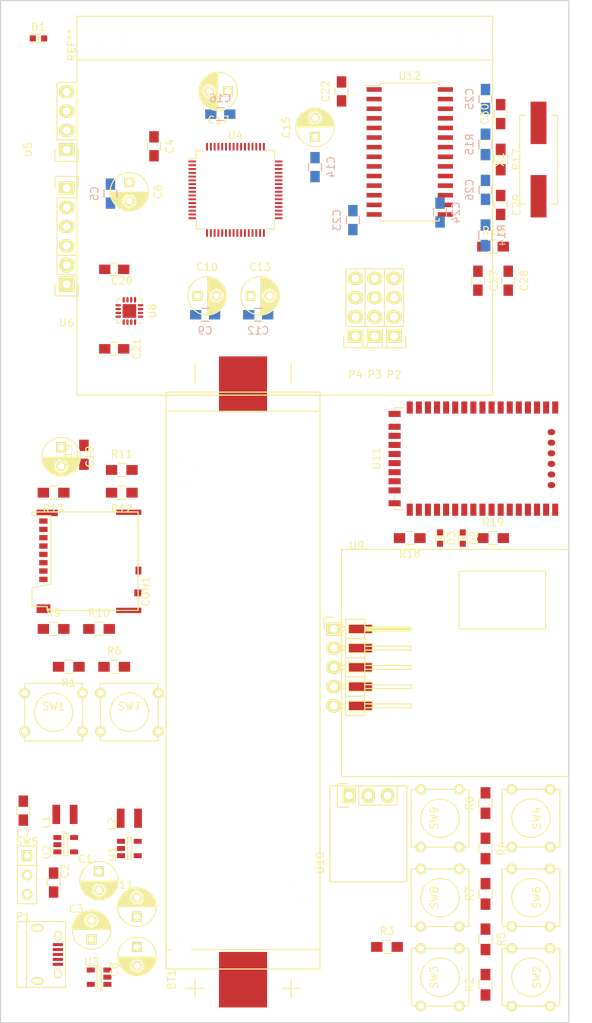
<source format=kicad_pcb>
(kicad_pcb (version 4) (host pcbnew 4.0.2-stable)

  (general
    (links 255)
    (no_connects 255)
    (area 36.924999 39.924999 112.075001 175.075001)
    (thickness 1.6)
    (drawings 4)
    (tracks 0)
    (zones 0)
    (modules 83)
    (nets 74)
  )

  (page A4)
  (title_block
    (title "SenseWalk2: Minimalistic version")
    (rev 1)
    (company "University of Central Florida\\nSenior Design G23\\nBenoit Brummer\\n\\n\\n")
  )

  (layers
    (0 F.Cu signal)
    (31 B.Cu signal)
    (32 B.Adhes user)
    (33 F.Adhes user)
    (34 B.Paste user)
    (35 F.Paste user)
    (36 B.SilkS user)
    (37 F.SilkS user)
    (38 B.Mask user)
    (39 F.Mask user)
    (40 Dwgs.User user)
    (41 Cmts.User user)
    (42 Eco1.User user)
    (43 Eco2.User user)
    (44 Edge.Cuts user)
    (45 Margin user)
    (46 B.CrtYd user)
    (47 F.CrtYd user)
    (48 B.Fab user)
    (49 F.Fab user)
  )

  (setup
    (last_trace_width 0.25)
    (user_trace_width 0.4)
    (user_trace_width 0.5)
    (user_trace_width 0.75)
    (user_trace_width 1)
    (user_trace_width 1.25)
    (user_trace_width 1.5)
    (user_trace_width 1.75)
    (trace_clearance 0.2)
    (zone_clearance 0.508)
    (zone_45_only yes)
    (trace_min 0.2)
    (segment_width 0.2)
    (edge_width 0.15)
    (via_size 0.6)
    (via_drill 0.4)
    (via_min_size 0.4)
    (via_min_drill 0.3)
    (uvia_size 0.3)
    (uvia_drill 0.1)
    (uvias_allowed no)
    (uvia_min_size 0.2)
    (uvia_min_drill 0.1)
    (pcb_text_width 0.3)
    (pcb_text_size 1.5 1.5)
    (mod_edge_width 0.15)
    (mod_text_size 1 1)
    (mod_text_width 0.15)
    (pad_size 1.524 1.524)
    (pad_drill 0.762)
    (pad_to_mask_clearance 0.2)
    (aux_axis_origin 0 0)
    (visible_elements FFFEFF7F)
    (pcbplotparams
      (layerselection 0x00030_80000001)
      (usegerberextensions false)
      (excludeedgelayer true)
      (linewidth 0.100000)
      (plotframeref false)
      (viasonmask false)
      (mode 1)
      (useauxorigin false)
      (hpglpennumber 1)
      (hpglpenspeed 20)
      (hpglpendiameter 15)
      (hpglpenoverlay 2)
      (psnegative false)
      (psa4output false)
      (plotreference true)
      (plotvalue true)
      (plotinvisibletext false)
      (padsonsilk false)
      (subtractmaskfromsilk false)
      (outputformat 1)
      (mirror false)
      (drillshape 1)
      (scaleselection 1)
      (outputdirectory pdf/))
  )

  (net 0 "")
  (net 1 "Net-(BT1-Pad1)")
  (net 2 GND)
  (net 3 +BATT)
  (net 4 +5V)
  (net 5 +3V3)
  (net 6 PD2_SD-CMD)
  (net 7 PC10_SD-D2)
  (net 8 PC11_SD-D3)
  (net 9 PC12_SD-CK)
  (net 10 PC8_SD-D0)
  (net 11 PC9_SD-D1)
  (net 12 PA15_SD-DET)
  (net 13 "Net-(L2-Pad1)")
  (net 14 /in5)
  (net 15 /in6)
  (net 16 /in7)
  (net 17 /in8)
  (net 18 /in1)
  (net 19 /in2)
  (net 20 /in3)
  (net 21 /in4)
  (net 22 PC13_dbg)
  (net 23 NRST)
  (net 24 PC0_MP3-SCL)
  (net 25 PC1_MP3-SDA)
  (net 26 PC2_MAG-MISO)
  (net 27 PA0_las)
  (net 28 PA1_las)
  (net 29 PA2_UART)
  (net 30 PA3_UART)
  (net 31 PA4_BTpcm-Sync)
  (net 32 PA5_MP3-SCK)
  (net 33 PA6_BT-RTS)
  (net 34 PA7_MP3-SDI)
  (net 35 PC4_BT-RX)
  (net 36 PC5_BT-TX)
  (net 37 PB1_BT-CTS)
  (net 38 PB2_BT-GP2)
  (net 39 PB10_MAG-SPC)
  (net 40 "Net-(D1-Pad2)")
  (net 41 PB12_MAG-INT)
  (net 42 PB13_MAG-TRIG)
  (net 43 PB14_MP3-RST)
  (net 44 PB15_MAG-MOSI)
  (net 45 PC6_MP3-DR)
  (net 46 PA9_GPS-RX)
  (net 47 PA13_dbg)
  (net 48 PA14_dbg)
  (net 49 PB3_BTpcm-CLK)
  (net 50 PB5_BTpcm-IN)
  (net 51 PB7_GPS-TX)
  (net 52 PB9_MAG-CS)
  (net 53 "Net-(P4-Pad4)")
  (net 54 "Net-(P4-Pad1)")
  (net 55 "Net-(P4-Pad2)")
  (net 56 "Net-(C26-Pad1)")
  (net 57 "Net-(C28-Pad1)")
  (net 58 "Net-(C29-Pad1)")
  (net 59 "Net-(C27-Pad1)")
  (net 60 "Net-(D2-Pad2)")
  (net 61 "Net-(D2-Pad1)")
  (net 62 "Net-(D3-Pad2)")
  (net 63 "Net-(D3-Pad1)")
  (net 64 "Net-(P3-Pad1)")
  (net 65 "Net-(P3-Pad2)")
  (net 66 "Net-(P3-Pad3)")
  (net 67 "Net-(P3-Pad4)")
  (net 68 "Net-(L1-Pad2)")
  (net 69 "Net-(C3-Pad2)")
  (net 70 "Net-(C26-Pad2)")
  (net 71 "Net-(C30-Pad1)")
  (net 72 PB0_mic)
  (net 73 PB11_BT-GP9)

  (net_class Default "This is the default net class."
    (clearance 0.2)
    (trace_width 0.25)
    (via_dia 0.6)
    (via_drill 0.4)
    (uvia_dia 0.3)
    (uvia_drill 0.1)
    (add_net +3V3)
    (add_net +5V)
    (add_net +BATT)
    (add_net /in1)
    (add_net /in2)
    (add_net /in3)
    (add_net /in4)
    (add_net /in5)
    (add_net /in6)
    (add_net /in7)
    (add_net /in8)
    (add_net GND)
    (add_net NRST)
    (add_net "Net-(BT1-Pad1)")
    (add_net "Net-(C26-Pad1)")
    (add_net "Net-(C26-Pad2)")
    (add_net "Net-(C27-Pad1)")
    (add_net "Net-(C28-Pad1)")
    (add_net "Net-(C29-Pad1)")
    (add_net "Net-(C3-Pad2)")
    (add_net "Net-(C30-Pad1)")
    (add_net "Net-(D1-Pad2)")
    (add_net "Net-(D2-Pad1)")
    (add_net "Net-(D2-Pad2)")
    (add_net "Net-(D3-Pad1)")
    (add_net "Net-(D3-Pad2)")
    (add_net "Net-(L1-Pad2)")
    (add_net "Net-(L2-Pad1)")
    (add_net "Net-(P3-Pad1)")
    (add_net "Net-(P3-Pad2)")
    (add_net "Net-(P3-Pad3)")
    (add_net "Net-(P3-Pad4)")
    (add_net "Net-(P4-Pad1)")
    (add_net "Net-(P4-Pad2)")
    (add_net "Net-(P4-Pad4)")
    (add_net PA0_las)
    (add_net PA13_dbg)
    (add_net PA14_dbg)
    (add_net PA15_SD-DET)
    (add_net PA1_las)
    (add_net PA2_UART)
    (add_net PA3_UART)
    (add_net PA4_BTpcm-Sync)
    (add_net PA5_MP3-SCK)
    (add_net PA6_BT-RTS)
    (add_net PA7_MP3-SDI)
    (add_net PA9_GPS-RX)
    (add_net PB0_mic)
    (add_net PB10_MAG-SPC)
    (add_net PB11_BT-GP9)
    (add_net PB12_MAG-INT)
    (add_net PB13_MAG-TRIG)
    (add_net PB14_MP3-RST)
    (add_net PB15_MAG-MOSI)
    (add_net PB1_BT-CTS)
    (add_net PB2_BT-GP2)
    (add_net PB3_BTpcm-CLK)
    (add_net PB5_BTpcm-IN)
    (add_net PB7_GPS-TX)
    (add_net PB9_MAG-CS)
    (add_net PC0_MP3-SCL)
    (add_net PC10_SD-D2)
    (add_net PC11_SD-D3)
    (add_net PC12_SD-CK)
    (add_net PC13_dbg)
    (add_net PC1_MP3-SDA)
    (add_net PC2_MAG-MISO)
    (add_net PC4_BT-RX)
    (add_net PC5_BT-TX)
    (add_net PC6_MP3-DR)
    (add_net PC8_SD-D0)
    (add_net PC9_SD-D1)
    (add_net PD2_SD-CMD)
  )

  (module Capacitors_ThroughHole:C_Radial_D5_L11_P2.5 (layer F.Cu) (tedit 56CBE4A7) (tstamp 56C95E4C)
    (at 50 155 270)
    (descr "Radial Electrolytic Capacitor Diameter 5mm x Length 11mm, Pitch 2.5mm")
    (tags "Electrolytic Capacitor")
    (path /56B9B3BD)
    (fp_text reference C1 (at -1.6 1.8 540) (layer F.SilkS)
      (effects (font (size 1 1) (thickness 0.15)))
    )
    (fp_text value 10uF (at 1.5 0 270) (layer F.Fab)
      (effects (font (size 1 1) (thickness 0.15)))
    )
    (fp_line (start 1.325 -2.499) (end 1.325 2.499) (layer F.SilkS) (width 0.15))
    (fp_line (start 1.465 -2.491) (end 1.465 2.491) (layer F.SilkS) (width 0.15))
    (fp_line (start 1.605 -2.475) (end 1.605 -0.095) (layer F.SilkS) (width 0.15))
    (fp_line (start 1.605 0.095) (end 1.605 2.475) (layer F.SilkS) (width 0.15))
    (fp_line (start 1.745 -2.451) (end 1.745 -0.49) (layer F.SilkS) (width 0.15))
    (fp_line (start 1.745 0.49) (end 1.745 2.451) (layer F.SilkS) (width 0.15))
    (fp_line (start 1.885 -2.418) (end 1.885 -0.657) (layer F.SilkS) (width 0.15))
    (fp_line (start 1.885 0.657) (end 1.885 2.418) (layer F.SilkS) (width 0.15))
    (fp_line (start 2.025 -2.377) (end 2.025 -0.764) (layer F.SilkS) (width 0.15))
    (fp_line (start 2.025 0.764) (end 2.025 2.377) (layer F.SilkS) (width 0.15))
    (fp_line (start 2.165 -2.327) (end 2.165 -0.835) (layer F.SilkS) (width 0.15))
    (fp_line (start 2.165 0.835) (end 2.165 2.327) (layer F.SilkS) (width 0.15))
    (fp_line (start 2.305 -2.266) (end 2.305 -0.879) (layer F.SilkS) (width 0.15))
    (fp_line (start 2.305 0.879) (end 2.305 2.266) (layer F.SilkS) (width 0.15))
    (fp_line (start 2.445 -2.196) (end 2.445 -0.898) (layer F.SilkS) (width 0.15))
    (fp_line (start 2.445 0.898) (end 2.445 2.196) (layer F.SilkS) (width 0.15))
    (fp_line (start 2.585 -2.114) (end 2.585 -0.896) (layer F.SilkS) (width 0.15))
    (fp_line (start 2.585 0.896) (end 2.585 2.114) (layer F.SilkS) (width 0.15))
    (fp_line (start 2.725 -2.019) (end 2.725 -0.871) (layer F.SilkS) (width 0.15))
    (fp_line (start 2.725 0.871) (end 2.725 2.019) (layer F.SilkS) (width 0.15))
    (fp_line (start 2.865 -1.908) (end 2.865 -0.823) (layer F.SilkS) (width 0.15))
    (fp_line (start 2.865 0.823) (end 2.865 1.908) (layer F.SilkS) (width 0.15))
    (fp_line (start 3.005 -1.78) (end 3.005 -0.745) (layer F.SilkS) (width 0.15))
    (fp_line (start 3.005 0.745) (end 3.005 1.78) (layer F.SilkS) (width 0.15))
    (fp_line (start 3.145 -1.631) (end 3.145 -0.628) (layer F.SilkS) (width 0.15))
    (fp_line (start 3.145 0.628) (end 3.145 1.631) (layer F.SilkS) (width 0.15))
    (fp_line (start 3.285 -1.452) (end 3.285 -0.44) (layer F.SilkS) (width 0.15))
    (fp_line (start 3.285 0.44) (end 3.285 1.452) (layer F.SilkS) (width 0.15))
    (fp_line (start 3.425 -1.233) (end 3.425 1.233) (layer F.SilkS) (width 0.15))
    (fp_line (start 3.565 -0.944) (end 3.565 0.944) (layer F.SilkS) (width 0.15))
    (fp_line (start 3.705 -0.472) (end 3.705 0.472) (layer F.SilkS) (width 0.15))
    (fp_circle (center 2.5 0) (end 2.5 -0.9) (layer F.SilkS) (width 0.15))
    (fp_circle (center 1.25 0) (end 1.25 -2.5375) (layer F.SilkS) (width 0.15))
    (fp_circle (center 1.25 0) (end 1.25 -2.8) (layer F.CrtYd) (width 0.05))
    (pad 1 thru_hole rect (at 0 0 270) (size 1.3 1.3) (drill 0.8) (layers *.Cu *.Mask F.SilkS)
      (net 3 +BATT))
    (pad 2 thru_hole circle (at 2.5 0 270) (size 1.3 1.3) (drill 0.8) (layers *.Cu *.Mask F.SilkS)
      (net 2 GND))
    (model Capacitors_ThroughHole.3dshapes/C_Radial_D5_L11_P2.5.wrl
      (at (xyz 0.049213 0 0))
      (scale (xyz 1 1 1))
      (rotate (xyz 0 0 90))
    )
  )

  (module con-trougnouf:MicroSD (layer F.Cu) (tedit 56CD09D4) (tstamp 56C96B0E)
    (at 42.65 112.05 90)
    (path /56C194C9)
    (fp_text reference CON1 (at -6 13.5 90) (layer F.SilkS)
      (effects (font (size 1 1) (thickness 0.15)))
    )
    (fp_text value uSD_Card (at 1 13.5 90) (layer F.Fab)
      (effects (font (size 1 1) (thickness 0.15)))
    )
    (fp_line (start -8 -0.5) (end -8 -1.5) (layer F.SilkS) (width 0.15))
    (fp_line (start -8 -1.5) (end -5.5 -1.5) (layer F.SilkS) (width 0.15))
    (fp_line (start -5.5 -1.5) (end -5 1) (layer F.SilkS) (width 0.15))
    (fp_line (start -5 1) (end 4 1) (layer F.SilkS) (width 0.15))
    (fp_line (start 4 1) (end 4 -1.5) (layer F.SilkS) (width 0.15))
    (fp_line (start 4 -1.5) (end 4.5 -1.5) (layer F.SilkS) (width 0.15))
    (fp_line (start 4.5 -1.5) (end 4.5 12.5) (layer F.SilkS) (width 0.15))
    (fp_line (start 4.5 12.5) (end -8.5 12.5) (layer F.SilkS) (width 0.15))
    (fp_line (start -8.5 12.5) (end -8.5 0.5) (layer F.SilkS) (width 0.15))
    (fp_line (start -8.5 0.5) (end -8 0.5) (layer F.SilkS) (width 0.15))
    (fp_line (start -8 0.5) (end -8 -0.5) (layer F.SilkS) (width 0.15))
    (pad 6 smd rect (at -2.2 0 90) (size 0.7 1.1) (layers F.Cu F.Paste F.Mask)
      (net 2 GND))
    (pad 3 smd rect (at 1.1 0 90) (size 0.7 1.1) (layers F.Cu F.Paste F.Mask)
      (net 6 PD2_SD-CMD))
    (pad ~ smd rect (at 4.38 0.5 90) (size 0.86 2.8) (layers F.Cu F.Paste F.Mask))
    (pad 1 smd rect (at 3.3 0 90) (size 0.7 1.1) (layers F.Cu F.Paste F.Mask)
      (net 7 PC10_SD-D2))
    (pad 2 smd rect (at 2.2 0 90) (size 0.7 1.1) (layers F.Cu F.Paste F.Mask)
      (net 8 PC11_SD-D3))
    (pad 4 smd rect (at 0 0 90) (size 0.7 1.1) (layers F.Cu F.Paste F.Mask)
      (net 5 +3V3))
    (pad 5 smd rect (at -1.1 0 90) (size 0.7 1.1) (layers F.Cu F.Paste F.Mask)
      (net 9 PC12_SD-CK))
    (pad 7 smd rect (at -3.3 0 90) (size 0.7 1.1) (layers F.Cu F.Paste F.Mask)
      (net 10 PC8_SD-D0))
    (pad 8 smd rect (at -4.4 0 90) (size 0.7 1.1) (layers F.Cu F.Paste F.Mask)
      (net 11 PC9_SD-D1))
    (pad ~ smd rect (at -8.28 0.015 90) (size 1.14 1.83) (layers F.Cu F.Paste F.Mask))
    (pad ~ smd rect (at -8.5 11.265 90) (size 0.7 3.33) (layers F.Cu F.Paste F.Mask))
    (pad 6 smd rect (at -6.19 12.465 90) (size 0.9 0.93) (layers F.Cu F.Paste F.Mask)
      (net 2 GND))
    (pad 9 smd rect (at -3.24 12.54 90) (size 1.05 0.78) (layers F.Cu F.Paste F.Mask)
      (net 12 PA15_SD-DET))
    (pad ~ smd rect (at 4.46 11.265 90) (size 0.7 3.33) (layers F.Cu F.Paste F.Mask))
  )

  (module BT:RN-52 (layer F.Cu) (tedit 55A59B3F) (tstamp 56C96415)
    (at 102 100.5 270)
    (path /56BFE3AB)
    (fp_text reference U11 (at 0 15.4 270) (layer F.SilkS)
      (effects (font (size 1 1) (thickness 0.15)))
    )
    (fp_text value RN-52 (at 0 0 270) (layer F.Fab)
      (effects (font (size 1 1) (thickness 0.15)))
    )
    (fp_line (start 4.85 13) (end 5.25 13) (layer F.SilkS) (width 0.15))
    (fp_line (start -5.25 13) (end -4.85 13) (layer F.SilkS) (width 0.15))
    (fp_line (start -6.75 -13) (end -6.75 -8.4) (layer B.CrtYd) (width 0.15))
    (fp_line (start -6.75 -8.4) (end 6.75 -8.4) (layer B.CrtYd) (width 0.15))
    (fp_line (start 6.75 -8.4) (end 6.75 -13) (layer B.CrtYd) (width 0.15))
    (fp_line (start 6.75 -13) (end -6.75 -13) (layer B.CrtYd) (width 0.15))
    (fp_line (start -6.75 -9) (end -7.75 -9) (layer F.CrtYd) (width 0.15))
    (fp_line (start -7.75 -9) (end -7.75 14) (layer F.CrtYd) (width 0.15))
    (fp_line (start -7.75 14) (end 8.05 14) (layer F.CrtYd) (width 0.15))
    (fp_line (start 8.05 14) (end 8.05 -9) (layer F.CrtYd) (width 0.15))
    (fp_line (start 8.05 -9) (end 6.75 -9) (layer F.CrtYd) (width 0.15))
    (fp_line (start -6.75 -9) (end -6.75 -13) (layer F.CrtYd) (width 0.15))
    (fp_line (start -6.75 -13) (end 6.75 -13) (layer F.CrtYd) (width 0.15))
    (fp_line (start 6.75 -13) (end 6.75 -9) (layer F.CrtYd) (width 0.15))
    (fp_line (start 6.75 13) (end 6.55 13) (layer F.SilkS) (width 0.15))
    (fp_line (start 6.75 11.8) (end 6.75 13) (layer F.SilkS) (width 0.15))
    (fp_line (start -6.75 11.8) (end -6.75 13) (layer F.SilkS) (width 0.15))
    (fp_line (start -6.75 13) (end -6.55 13) (layer F.SilkS) (width 0.15))
    (fp_text user "GND Edge" (at 0 -9.5 270) (layer F.Fab)
      (effects (font (size 1 1) (thickness 0.15)))
    )
    (fp_line (start -6.75 -8.4) (end 6.75 -8.4) (layer F.Fab) (width 0.15))
    (pad 28 smd rect (at 6.75 11 270) (size 1.6 0.8) (layers F.Cu F.Paste F.Mask))
    (pad 27 smd rect (at 5.9 13 270) (size 0.8 1.6) (layers F.Cu F.Paste F.Mask)
      (net 2 GND))
    (pad 19 smd rect (at -4.2 13 270) (size 0.8 1.6) (layers F.Cu F.Paste F.Mask))
    (pad 1 smd rect (at -6.75 -8.2 270) (size 1.6 0.8) (layers F.Cu F.Paste F.Mask)
      (net 2 GND))
    (pad 2 smd rect (at -6.75 -7 270) (size 1.6 0.8) (layers F.Cu F.Paste F.Mask)
      (net 38 PB2_BT-GP2))
    (pad 3 smd rect (at -6.75 -5.8 270) (size 1.6 0.8) (layers F.Cu F.Paste F.Mask))
    (pad 4 smd rect (at -6.75 -4.6 270) (size 1.6 0.8) (layers F.Cu F.Paste F.Mask))
    (pad 5 smd rect (at -6.75 -3.4 270) (size 1.6 0.8) (layers F.Cu F.Paste F.Mask))
    (pad 6 smd rect (at -6.75 -2.2 270) (size 1.6 0.8) (layers F.Cu F.Paste F.Mask))
    (pad 7 smd rect (at -6.75 -1 270) (size 1.6 0.8) (layers F.Cu F.Paste F.Mask))
    (pad 8 smd rect (at -6.75 0.2 270) (size 1.6 0.8) (layers F.Cu F.Paste F.Mask))
    (pad 9 smd rect (at -6.75 1.4 270) (size 1.6 0.8) (layers F.Cu F.Paste F.Mask))
    (pad 10 smd rect (at -6.75 2.6 270) (size 1.6 0.8) (layers F.Cu F.Paste F.Mask))
    (pad 11 smd rect (at -6.75 3.8 270) (size 1.6 0.8) (layers F.Cu F.Paste F.Mask)
      (net 73 PB11_BT-GP9))
    (pad 12 smd rect (at -6.75 5 270) (size 1.6 0.8) (layers F.Cu F.Paste F.Mask))
    (pad 13 smd rect (at -6.75 6.2 270) (size 1.6 0.8) (layers F.Cu F.Paste F.Mask))
    (pad 14 smd rect (at -6.75 7.4 270) (size 1.6 0.8) (layers F.Cu F.Paste F.Mask)
      (net 33 PA6_BT-RTS))
    (pad 15 smd rect (at -6.75 8.6 270) (size 1.6 0.8) (layers F.Cu F.Paste F.Mask)
      (net 37 PB1_BT-CTS))
    (pad 16 smd rect (at -6.75 9.8 270) (size 1.6 0.8) (layers F.Cu F.Paste F.Mask)
      (net 36 PC5_BT-TX))
    (pad 17 smd rect (at -6.75 11 270) (size 1.6 0.8) (layers F.Cu F.Paste F.Mask)
      (net 35 PC4_BT-RX))
    (pad 18 smd rect (at -5.9 13 270) (size 0.8 1.6) (layers F.Cu F.Paste F.Mask)
      (net 2 GND))
    (pad 20 smd rect (at -3 13 270) (size 0.8 1.6) (layers F.Cu F.Paste F.Mask))
    (pad 21 smd rect (at -1.8 13 270) (size 0.8 1.6) (layers F.Cu F.Paste F.Mask)
      (net 5 +3V3))
    (pad 22 smd rect (at -0.6 13 270) (size 0.8 1.6) (layers F.Cu F.Paste F.Mask)
      (net 5 +3V3))
    (pad 23 smd rect (at 0.6 13 270) (size 0.8 1.6) (layers F.Cu F.Paste F.Mask)
      (net 67 "Net-(P3-Pad4)"))
    (pad 24 smd rect (at 1.8 13 270) (size 0.8 1.6) (layers F.Cu F.Paste F.Mask)
      (net 66 "Net-(P3-Pad3)"))
    (pad 25 smd rect (at 3 13 270) (size 0.8 1.6) (layers F.Cu F.Paste F.Mask)
      (net 65 "Net-(P3-Pad2)"))
    (pad 26 smd rect (at 4.2 13 270) (size 0.8 1.6) (layers F.Cu F.Paste F.Mask)
      (net 64 "Net-(P3-Pad1)"))
    (pad 29 smd rect (at 6.75 9.8 270) (size 1.6 0.8) (layers F.Cu F.Paste F.Mask))
    (pad 30 smd rect (at 6.75 8.6 270) (size 1.6 0.8) (layers F.Cu F.Paste F.Mask))
    (pad 31 smd rect (at 6.75 7.4 270) (size 1.6 0.8) (layers F.Cu F.Paste F.Mask))
    (pad 32 smd rect (at 6.75 6.2 270) (size 1.6 0.8) (layers F.Cu F.Paste F.Mask)
      (net 63 "Net-(D3-Pad1)"))
    (pad 33 smd rect (at 6.75 5 270) (size 1.6 0.8) (layers F.Cu F.Paste F.Mask)
      (net 61 "Net-(D2-Pad1)"))
    (pad 34 smd rect (at 6.75 3.8 270) (size 1.6 0.8) (layers F.Cu F.Paste F.Mask))
    (pad 35 smd rect (at 6.75 2.6 270) (size 1.6 0.8) (layers F.Cu F.Paste F.Mask))
    (pad 36 smd rect (at 6.75 1.4 270) (size 1.6 0.8) (layers F.Cu F.Paste F.Mask))
    (pad 37 smd rect (at 6.75 0.2 270) (size 1.6 0.8) (layers F.Cu F.Paste F.Mask))
    (pad 38 smd rect (at 6.75 -1 270) (size 1.6 0.8) (layers F.Cu F.Paste F.Mask))
    (pad 39 smd rect (at 6.75 -2.2 270) (size 1.6 0.8) (layers F.Cu F.Paste F.Mask)
      (net 2 GND))
    (pad 40 smd rect (at 6.75 -3.4 270) (size 1.6 0.8) (layers F.Cu F.Paste F.Mask))
    (pad 41 smd rect (at 6.75 -4.6 270) (size 1.6 0.8) (layers F.Cu F.Paste F.Mask))
    (pad 42 smd rect (at 6.75 -5.8 270) (size 1.6 0.8) (layers F.Cu F.Paste F.Mask))
    (pad 43 smd rect (at 6.75 -7 270) (size 1.6 0.8) (layers F.Cu F.Paste F.Mask))
    (pad 44 smd rect (at 6.75 -8.2 270) (size 1.6 0.8) (layers F.Cu F.Paste F.Mask)
      (net 2 GND))
    (pad 45 smd oval (at 3.5 -7.7 270) (size 0.8 1) (layers F.Cu F.Paste F.Mask)
      (net 2 GND))
    (pad 46 smd oval (at 2.1 -7.7 270) (size 0.8 1) (layers F.Cu F.Paste F.Mask)
      (net 2 GND))
    (pad 47 smd oval (at 0.7 -7.7 270) (size 0.8 1) (layers F.Cu F.Paste F.Mask)
      (net 2 GND))
    (pad 48 smd oval (at -0.7 -7.7 270) (size 0.8 1) (layers F.Cu F.Paste F.Mask)
      (net 2 GND))
    (pad 49 smd oval (at -2.1 -7.7 270) (size 0.8 1) (layers F.Cu F.Paste F.Mask)
      (net 2 GND))
    (pad 50 smd oval (at -3.5 -7.7 270) (size 0.8 1) (layers F.Cu F.Paste F.Mask)
      (net 2 GND))
  )

  (module con-trougnouf:18650BatteryHolder (layer F.Cu) (tedit 56CBE491) (tstamp 56C95E46)
    (at 69 173 270)
    (descr http://keyelco.com/product-pdf.cfm?p=13957)
    (tags " Keystone Electronics 1042P")
    (path /56B971E8)
    (fp_text reference BT1 (at -3.7 9.4 270) (layer F.SilkS)
      (effects (font (size 1 1) (thickness 0.15)))
    )
    (fp_text value Battery (at -29 0 270) (layer F.Fab)
      (effects (font (size 1 1) (thickness 0.15)))
    )
    (fp_line (start -2.54 5.08) (end -2.54 7.62) (layer F.SilkS) (width 0.15))
    (fp_line (start -3.81 6.35) (end -1.27 6.35) (layer F.SilkS) (width 0.15))
    (fp_line (start -2.54 -7.62) (end -2.54 -5.08) (layer F.SilkS) (width 0.15))
    (fp_line (start -3.81 -6.35) (end -1.27 -6.35) (layer F.SilkS) (width 0.15))
    (fp_line (start -85.09 6.35) (end -82.55 6.35) (layer F.SilkS) (width 0.15))
    (fp_line (start -82.55 -6.35) (end -85.09 -6.35) (layer F.SilkS) (width 0.15))
    (fp_line (start -78.74 -10.16) (end -81.28 -10.16) (layer F.SilkS) (width 0.15))
    (fp_line (start -81.28 -10.16) (end -81.28 10.16) (layer F.SilkS) (width 0.15))
    (fp_line (start -81.28 10.16) (end -78.74 10.16) (layer F.SilkS) (width 0.15))
    (fp_line (start -7.62 10.16) (end -6.35 10.16) (layer F.SilkS) (width 0.15))
    (fp_line (start -6.35 10.16) (end -5.08 10.16) (layer F.SilkS) (width 0.15))
    (fp_line (start -5.08 10.16) (end -5.08 -10.16) (layer F.SilkS) (width 0.15))
    (fp_line (start -5.08 -10.16) (end -7.62 -10.16) (layer F.SilkS) (width 0.15))
    (fp_line (start -7.62 -10.16) (end -7.62 10.16) (layer F.SilkS) (width 0.15))
    (fp_line (start -7.62 10.16) (end -78.74 10.16) (layer F.SilkS) (width 0.15))
    (fp_line (start -78.74 10.16) (end -78.74 -10.16) (layer F.SilkS) (width 0.15))
    (fp_line (start -78.74 -10.16) (end -7.62 -10.16) (layer F.SilkS) (width 0.15))
    (pad "" np_thru_hole oval (at -70.87 8 270) (size 3.45 3.45) (drill 3.45) (layers *.Cu *.Mask F.SilkS))
    (pad 1 smd rect (at -3.67 0 270) (size 7.34 6.35) (layers F.Cu F.Paste F.Mask)
      (net 1 "Net-(BT1-Pad1)"))
    (pad 2 smd rect (at -82.33 0 270) (size 7.34 6.35) (layers F.Cu F.Paste F.Mask)
      (net 2 GND))
    (pad "" np_thru_hole oval (at -7.34 8 270) (size 2.39 2.39) (drill 2.39) (layers *.Cu *.Mask F.SilkS))
    (pad "" np_thru_hole oval (at -15.67 -8 270) (size 3.45 3.45) (drill 3.45) (layers *.Cu *.Mask F.SilkS))
  )

  (module Capacitors_ThroughHole:C_Radial_D5_L11_P2.5 (layer F.Cu) (tedit 56CA7DDC) (tstamp 56C95E58)
    (at 49 164 90)
    (descr "Radial Electrolytic Capacitor Diameter 5mm x Length 11mm, Pitch 2.5mm")
    (tags "Electrolytic Capacitor")
    (path /56B99A60)
    (fp_text reference C3 (at 4 -2 180) (layer F.SilkS)
      (effects (font (size 1 1) (thickness 0.15)))
    )
    (fp_text value 1uF (at 1 0 180) (layer F.Fab)
      (effects (font (size 1 1) (thickness 0.15)))
    )
    (fp_line (start 1.325 -2.499) (end 1.325 2.499) (layer F.SilkS) (width 0.15))
    (fp_line (start 1.465 -2.491) (end 1.465 2.491) (layer F.SilkS) (width 0.15))
    (fp_line (start 1.605 -2.475) (end 1.605 -0.095) (layer F.SilkS) (width 0.15))
    (fp_line (start 1.605 0.095) (end 1.605 2.475) (layer F.SilkS) (width 0.15))
    (fp_line (start 1.745 -2.451) (end 1.745 -0.49) (layer F.SilkS) (width 0.15))
    (fp_line (start 1.745 0.49) (end 1.745 2.451) (layer F.SilkS) (width 0.15))
    (fp_line (start 1.885 -2.418) (end 1.885 -0.657) (layer F.SilkS) (width 0.15))
    (fp_line (start 1.885 0.657) (end 1.885 2.418) (layer F.SilkS) (width 0.15))
    (fp_line (start 2.025 -2.377) (end 2.025 -0.764) (layer F.SilkS) (width 0.15))
    (fp_line (start 2.025 0.764) (end 2.025 2.377) (layer F.SilkS) (width 0.15))
    (fp_line (start 2.165 -2.327) (end 2.165 -0.835) (layer F.SilkS) (width 0.15))
    (fp_line (start 2.165 0.835) (end 2.165 2.327) (layer F.SilkS) (width 0.15))
    (fp_line (start 2.305 -2.266) (end 2.305 -0.879) (layer F.SilkS) (width 0.15))
    (fp_line (start 2.305 0.879) (end 2.305 2.266) (layer F.SilkS) (width 0.15))
    (fp_line (start 2.445 -2.196) (end 2.445 -0.898) (layer F.SilkS) (width 0.15))
    (fp_line (start 2.445 0.898) (end 2.445 2.196) (layer F.SilkS) (width 0.15))
    (fp_line (start 2.585 -2.114) (end 2.585 -0.896) (layer F.SilkS) (width 0.15))
    (fp_line (start 2.585 0.896) (end 2.585 2.114) (layer F.SilkS) (width 0.15))
    (fp_line (start 2.725 -2.019) (end 2.725 -0.871) (layer F.SilkS) (width 0.15))
    (fp_line (start 2.725 0.871) (end 2.725 2.019) (layer F.SilkS) (width 0.15))
    (fp_line (start 2.865 -1.908) (end 2.865 -0.823) (layer F.SilkS) (width 0.15))
    (fp_line (start 2.865 0.823) (end 2.865 1.908) (layer F.SilkS) (width 0.15))
    (fp_line (start 3.005 -1.78) (end 3.005 -0.745) (layer F.SilkS) (width 0.15))
    (fp_line (start 3.005 0.745) (end 3.005 1.78) (layer F.SilkS) (width 0.15))
    (fp_line (start 3.145 -1.631) (end 3.145 -0.628) (layer F.SilkS) (width 0.15))
    (fp_line (start 3.145 0.628) (end 3.145 1.631) (layer F.SilkS) (width 0.15))
    (fp_line (start 3.285 -1.452) (end 3.285 -0.44) (layer F.SilkS) (width 0.15))
    (fp_line (start 3.285 0.44) (end 3.285 1.452) (layer F.SilkS) (width 0.15))
    (fp_line (start 3.425 -1.233) (end 3.425 1.233) (layer F.SilkS) (width 0.15))
    (fp_line (start 3.565 -0.944) (end 3.565 0.944) (layer F.SilkS) (width 0.15))
    (fp_line (start 3.705 -0.472) (end 3.705 0.472) (layer F.SilkS) (width 0.15))
    (fp_circle (center 2.5 0) (end 2.5 -0.9) (layer F.SilkS) (width 0.15))
    (fp_circle (center 1.25 0) (end 1.25 -2.5375) (layer F.SilkS) (width 0.15))
    (fp_circle (center 1.25 0) (end 1.25 -2.8) (layer F.CrtYd) (width 0.05))
    (pad 1 thru_hole rect (at 0 0 90) (size 1.3 1.3) (drill 0.8) (layers *.Cu *.Mask F.SilkS)
      (net 2 GND))
    (pad 2 thru_hole circle (at 2.5 0 90) (size 1.3 1.3) (drill 0.8) (layers *.Cu *.Mask F.SilkS)
      (net 69 "Net-(C3-Pad2)"))
    (model Capacitors_ThroughHole.3dshapes/C_Radial_D5_L11_P2.5.wrl
      (at (xyz 0.049213 0 0))
      (scale (xyz 1 1 1))
      (rotate (xyz 0 0 90))
    )
  )

  (module Capacitors_SMD:C_0805_HandSoldering (layer F.Cu) (tedit 541A9B8D) (tstamp 56C95E5E)
    (at 57.25 59.25 270)
    (descr "Capacitor SMD 0805, hand soldering")
    (tags "capacitor 0805")
    (path /56C98142)
    (attr smd)
    (fp_text reference C4 (at 0 -2.1 270) (layer F.SilkS)
      (effects (font (size 1 1) (thickness 0.15)))
    )
    (fp_text value 0.1uF (at 0 2.1 270) (layer F.Fab)
      (effects (font (size 1 1) (thickness 0.15)))
    )
    (fp_line (start -2.3 -1) (end 2.3 -1) (layer F.CrtYd) (width 0.05))
    (fp_line (start -2.3 1) (end 2.3 1) (layer F.CrtYd) (width 0.05))
    (fp_line (start -2.3 -1) (end -2.3 1) (layer F.CrtYd) (width 0.05))
    (fp_line (start 2.3 -1) (end 2.3 1) (layer F.CrtYd) (width 0.05))
    (fp_line (start 0.5 -0.85) (end -0.5 -0.85) (layer F.SilkS) (width 0.15))
    (fp_line (start -0.5 0.85) (end 0.5 0.85) (layer F.SilkS) (width 0.15))
    (pad 1 smd rect (at -1.25 0 270) (size 1.5 1.25) (layers F.Cu F.Paste F.Mask)
      (net 2 GND))
    (pad 2 smd rect (at 1.25 0 270) (size 1.5 1.25) (layers F.Cu F.Paste F.Mask)
      (net 5 +3V3))
    (model Capacitors_SMD.3dshapes/C_0805_HandSoldering.wrl
      (at (xyz 0 0 0))
      (scale (xyz 1 1 1))
      (rotate (xyz 0 0 0))
    )
  )

  (module Capacitors_ThroughHole:C_Radial_D5_L11_P2.5 (layer F.Cu) (tedit 0) (tstamp 56C95E6A)
    (at 54 64 270)
    (descr "Radial Electrolytic Capacitor Diameter 5mm x Length 11mm, Pitch 2.5mm")
    (tags "Electrolytic Capacitor")
    (path /56CA080D)
    (fp_text reference C6 (at 1.25 -3.8 270) (layer F.SilkS)
      (effects (font (size 1 1) (thickness 0.15)))
    )
    (fp_text value 4.7uF (at 1.25 3.8 270) (layer F.Fab)
      (effects (font (size 1 1) (thickness 0.15)))
    )
    (fp_line (start 1.325 -2.499) (end 1.325 2.499) (layer F.SilkS) (width 0.15))
    (fp_line (start 1.465 -2.491) (end 1.465 2.491) (layer F.SilkS) (width 0.15))
    (fp_line (start 1.605 -2.475) (end 1.605 -0.095) (layer F.SilkS) (width 0.15))
    (fp_line (start 1.605 0.095) (end 1.605 2.475) (layer F.SilkS) (width 0.15))
    (fp_line (start 1.745 -2.451) (end 1.745 -0.49) (layer F.SilkS) (width 0.15))
    (fp_line (start 1.745 0.49) (end 1.745 2.451) (layer F.SilkS) (width 0.15))
    (fp_line (start 1.885 -2.418) (end 1.885 -0.657) (layer F.SilkS) (width 0.15))
    (fp_line (start 1.885 0.657) (end 1.885 2.418) (layer F.SilkS) (width 0.15))
    (fp_line (start 2.025 -2.377) (end 2.025 -0.764) (layer F.SilkS) (width 0.15))
    (fp_line (start 2.025 0.764) (end 2.025 2.377) (layer F.SilkS) (width 0.15))
    (fp_line (start 2.165 -2.327) (end 2.165 -0.835) (layer F.SilkS) (width 0.15))
    (fp_line (start 2.165 0.835) (end 2.165 2.327) (layer F.SilkS) (width 0.15))
    (fp_line (start 2.305 -2.266) (end 2.305 -0.879) (layer F.SilkS) (width 0.15))
    (fp_line (start 2.305 0.879) (end 2.305 2.266) (layer F.SilkS) (width 0.15))
    (fp_line (start 2.445 -2.196) (end 2.445 -0.898) (layer F.SilkS) (width 0.15))
    (fp_line (start 2.445 0.898) (end 2.445 2.196) (layer F.SilkS) (width 0.15))
    (fp_line (start 2.585 -2.114) (end 2.585 -0.896) (layer F.SilkS) (width 0.15))
    (fp_line (start 2.585 0.896) (end 2.585 2.114) (layer F.SilkS) (width 0.15))
    (fp_line (start 2.725 -2.019) (end 2.725 -0.871) (layer F.SilkS) (width 0.15))
    (fp_line (start 2.725 0.871) (end 2.725 2.019) (layer F.SilkS) (width 0.15))
    (fp_line (start 2.865 -1.908) (end 2.865 -0.823) (layer F.SilkS) (width 0.15))
    (fp_line (start 2.865 0.823) (end 2.865 1.908) (layer F.SilkS) (width 0.15))
    (fp_line (start 3.005 -1.78) (end 3.005 -0.745) (layer F.SilkS) (width 0.15))
    (fp_line (start 3.005 0.745) (end 3.005 1.78) (layer F.SilkS) (width 0.15))
    (fp_line (start 3.145 -1.631) (end 3.145 -0.628) (layer F.SilkS) (width 0.15))
    (fp_line (start 3.145 0.628) (end 3.145 1.631) (layer F.SilkS) (width 0.15))
    (fp_line (start 3.285 -1.452) (end 3.285 -0.44) (layer F.SilkS) (width 0.15))
    (fp_line (start 3.285 0.44) (end 3.285 1.452) (layer F.SilkS) (width 0.15))
    (fp_line (start 3.425 -1.233) (end 3.425 1.233) (layer F.SilkS) (width 0.15))
    (fp_line (start 3.565 -0.944) (end 3.565 0.944) (layer F.SilkS) (width 0.15))
    (fp_line (start 3.705 -0.472) (end 3.705 0.472) (layer F.SilkS) (width 0.15))
    (fp_circle (center 2.5 0) (end 2.5 -0.9) (layer F.SilkS) (width 0.15))
    (fp_circle (center 1.25 0) (end 1.25 -2.5375) (layer F.SilkS) (width 0.15))
    (fp_circle (center 1.25 0) (end 1.25 -2.8) (layer F.CrtYd) (width 0.05))
    (pad 1 thru_hole rect (at 0 0 270) (size 1.3 1.3) (drill 0.8) (layers *.Cu *.Mask F.SilkS)
      (net 2 GND))
    (pad 2 thru_hole circle (at 2.5 0 270) (size 1.3 1.3) (drill 0.8) (layers *.Cu *.Mask F.SilkS)
      (net 5 +3V3))
    (model Capacitors_ThroughHole.3dshapes/C_Radial_D5_L11_P2.5.wrl
      (at (xyz 0.049213 0 0))
      (scale (xyz 1 1 1))
      (rotate (xyz 0 0 90))
    )
  )

  (module Capacitors_SMD:C_0805_HandSoldering (layer F.Cu) (tedit 56CA7D73) (tstamp 56C95E70)
    (at 40 147 270)
    (descr "Capacitor SMD 0805, hand soldering")
    (tags "capacitor 0805")
    (path /56D339A8)
    (attr smd)
    (fp_text reference C7 (at 3 0 360) (layer F.SilkS)
      (effects (font (size 1 1) (thickness 0.15)))
    )
    (fp_text value 10uF (at -0.5 0 270) (layer F.Fab)
      (effects (font (size 1 1) (thickness 0.15)))
    )
    (fp_line (start -2.3 -1) (end 2.3 -1) (layer F.CrtYd) (width 0.05))
    (fp_line (start -2.3 1) (end 2.3 1) (layer F.CrtYd) (width 0.05))
    (fp_line (start -2.3 -1) (end -2.3 1) (layer F.CrtYd) (width 0.05))
    (fp_line (start 2.3 -1) (end 2.3 1) (layer F.CrtYd) (width 0.05))
    (fp_line (start 0.5 -0.85) (end -0.5 -0.85) (layer F.SilkS) (width 0.15))
    (fp_line (start -0.5 0.85) (end 0.5 0.85) (layer F.SilkS) (width 0.15))
    (pad 1 smd rect (at -1.25 0 270) (size 1.5 1.25) (layers F.Cu F.Paste F.Mask)
      (net 4 +5V))
    (pad 2 smd rect (at 1.25 0 270) (size 1.5 1.25) (layers F.Cu F.Paste F.Mask)
      (net 2 GND))
    (model Capacitors_SMD.3dshapes/C_0805_HandSoldering.wrl
      (at (xyz 0 0 0))
      (scale (xyz 1 1 1))
      (rotate (xyz 0 0 0))
    )
  )

  (module Capacitors_ThroughHole:C_Radial_D5_L11_P2.5 (layer F.Cu) (tedit 56CA7DD3) (tstamp 56C95E76)
    (at 55 165 270)
    (descr "Radial Electrolytic Capacitor Diameter 5mm x Length 11mm, Pitch 2.5mm")
    (tags "Electrolytic Capacitor")
    (path /56B9A3C3)
    (fp_text reference C8 (at 3 3 270) (layer F.SilkS)
      (effects (font (size 1 1) (thickness 0.15)))
    )
    (fp_text value 1uF (at 1 0 270) (layer F.Fab)
      (effects (font (size 1 1) (thickness 0.15)))
    )
    (fp_line (start 1.325 -2.499) (end 1.325 2.499) (layer F.SilkS) (width 0.15))
    (fp_line (start 1.465 -2.491) (end 1.465 2.491) (layer F.SilkS) (width 0.15))
    (fp_line (start 1.605 -2.475) (end 1.605 -0.095) (layer F.SilkS) (width 0.15))
    (fp_line (start 1.605 0.095) (end 1.605 2.475) (layer F.SilkS) (width 0.15))
    (fp_line (start 1.745 -2.451) (end 1.745 -0.49) (layer F.SilkS) (width 0.15))
    (fp_line (start 1.745 0.49) (end 1.745 2.451) (layer F.SilkS) (width 0.15))
    (fp_line (start 1.885 -2.418) (end 1.885 -0.657) (layer F.SilkS) (width 0.15))
    (fp_line (start 1.885 0.657) (end 1.885 2.418) (layer F.SilkS) (width 0.15))
    (fp_line (start 2.025 -2.377) (end 2.025 -0.764) (layer F.SilkS) (width 0.15))
    (fp_line (start 2.025 0.764) (end 2.025 2.377) (layer F.SilkS) (width 0.15))
    (fp_line (start 2.165 -2.327) (end 2.165 -0.835) (layer F.SilkS) (width 0.15))
    (fp_line (start 2.165 0.835) (end 2.165 2.327) (layer F.SilkS) (width 0.15))
    (fp_line (start 2.305 -2.266) (end 2.305 -0.879) (layer F.SilkS) (width 0.15))
    (fp_line (start 2.305 0.879) (end 2.305 2.266) (layer F.SilkS) (width 0.15))
    (fp_line (start 2.445 -2.196) (end 2.445 -0.898) (layer F.SilkS) (width 0.15))
    (fp_line (start 2.445 0.898) (end 2.445 2.196) (layer F.SilkS) (width 0.15))
    (fp_line (start 2.585 -2.114) (end 2.585 -0.896) (layer F.SilkS) (width 0.15))
    (fp_line (start 2.585 0.896) (end 2.585 2.114) (layer F.SilkS) (width 0.15))
    (fp_line (start 2.725 -2.019) (end 2.725 -0.871) (layer F.SilkS) (width 0.15))
    (fp_line (start 2.725 0.871) (end 2.725 2.019) (layer F.SilkS) (width 0.15))
    (fp_line (start 2.865 -1.908) (end 2.865 -0.823) (layer F.SilkS) (width 0.15))
    (fp_line (start 2.865 0.823) (end 2.865 1.908) (layer F.SilkS) (width 0.15))
    (fp_line (start 3.005 -1.78) (end 3.005 -0.745) (layer F.SilkS) (width 0.15))
    (fp_line (start 3.005 0.745) (end 3.005 1.78) (layer F.SilkS) (width 0.15))
    (fp_line (start 3.145 -1.631) (end 3.145 -0.628) (layer F.SilkS) (width 0.15))
    (fp_line (start 3.145 0.628) (end 3.145 1.631) (layer F.SilkS) (width 0.15))
    (fp_line (start 3.285 -1.452) (end 3.285 -0.44) (layer F.SilkS) (width 0.15))
    (fp_line (start 3.285 0.44) (end 3.285 1.452) (layer F.SilkS) (width 0.15))
    (fp_line (start 3.425 -1.233) (end 3.425 1.233) (layer F.SilkS) (width 0.15))
    (fp_line (start 3.565 -0.944) (end 3.565 0.944) (layer F.SilkS) (width 0.15))
    (fp_line (start 3.705 -0.472) (end 3.705 0.472) (layer F.SilkS) (width 0.15))
    (fp_circle (center 2.5 0) (end 2.5 -0.9) (layer F.SilkS) (width 0.15))
    (fp_circle (center 1.25 0) (end 1.25 -2.5375) (layer F.SilkS) (width 0.15))
    (fp_circle (center 1.25 0) (end 1.25 -2.8) (layer F.CrtYd) (width 0.05))
    (pad 1 thru_hole rect (at 0 0 270) (size 1.3 1.3) (drill 0.8) (layers *.Cu *.Mask F.SilkS)
      (net 1 "Net-(BT1-Pad1)"))
    (pad 2 thru_hole circle (at 2.5 0 270) (size 1.3 1.3) (drill 0.8) (layers *.Cu *.Mask F.SilkS)
      (net 2 GND))
    (model Capacitors_ThroughHole.3dshapes/C_Radial_D5_L11_P2.5.wrl
      (at (xyz 0.049213 0 0))
      (scale (xyz 1 1 1))
      (rotate (xyz 0 0 90))
    )
  )

  (module Capacitors_ThroughHole:C_Radial_D5_L11_P2.5 (layer F.Cu) (tedit 0) (tstamp 56C95E82)
    (at 63 79)
    (descr "Radial Electrolytic Capacitor Diameter 5mm x Length 11mm, Pitch 2.5mm")
    (tags "Electrolytic Capacitor")
    (path /56C9327D)
    (fp_text reference C10 (at 1.25 -3.8) (layer F.SilkS)
      (effects (font (size 1 1) (thickness 0.15)))
    )
    (fp_text value 4.7uF (at 1.25 3.8) (layer F.Fab)
      (effects (font (size 1 1) (thickness 0.15)))
    )
    (fp_line (start 1.325 -2.499) (end 1.325 2.499) (layer F.SilkS) (width 0.15))
    (fp_line (start 1.465 -2.491) (end 1.465 2.491) (layer F.SilkS) (width 0.15))
    (fp_line (start 1.605 -2.475) (end 1.605 -0.095) (layer F.SilkS) (width 0.15))
    (fp_line (start 1.605 0.095) (end 1.605 2.475) (layer F.SilkS) (width 0.15))
    (fp_line (start 1.745 -2.451) (end 1.745 -0.49) (layer F.SilkS) (width 0.15))
    (fp_line (start 1.745 0.49) (end 1.745 2.451) (layer F.SilkS) (width 0.15))
    (fp_line (start 1.885 -2.418) (end 1.885 -0.657) (layer F.SilkS) (width 0.15))
    (fp_line (start 1.885 0.657) (end 1.885 2.418) (layer F.SilkS) (width 0.15))
    (fp_line (start 2.025 -2.377) (end 2.025 -0.764) (layer F.SilkS) (width 0.15))
    (fp_line (start 2.025 0.764) (end 2.025 2.377) (layer F.SilkS) (width 0.15))
    (fp_line (start 2.165 -2.327) (end 2.165 -0.835) (layer F.SilkS) (width 0.15))
    (fp_line (start 2.165 0.835) (end 2.165 2.327) (layer F.SilkS) (width 0.15))
    (fp_line (start 2.305 -2.266) (end 2.305 -0.879) (layer F.SilkS) (width 0.15))
    (fp_line (start 2.305 0.879) (end 2.305 2.266) (layer F.SilkS) (width 0.15))
    (fp_line (start 2.445 -2.196) (end 2.445 -0.898) (layer F.SilkS) (width 0.15))
    (fp_line (start 2.445 0.898) (end 2.445 2.196) (layer F.SilkS) (width 0.15))
    (fp_line (start 2.585 -2.114) (end 2.585 -0.896) (layer F.SilkS) (width 0.15))
    (fp_line (start 2.585 0.896) (end 2.585 2.114) (layer F.SilkS) (width 0.15))
    (fp_line (start 2.725 -2.019) (end 2.725 -0.871) (layer F.SilkS) (width 0.15))
    (fp_line (start 2.725 0.871) (end 2.725 2.019) (layer F.SilkS) (width 0.15))
    (fp_line (start 2.865 -1.908) (end 2.865 -0.823) (layer F.SilkS) (width 0.15))
    (fp_line (start 2.865 0.823) (end 2.865 1.908) (layer F.SilkS) (width 0.15))
    (fp_line (start 3.005 -1.78) (end 3.005 -0.745) (layer F.SilkS) (width 0.15))
    (fp_line (start 3.005 0.745) (end 3.005 1.78) (layer F.SilkS) (width 0.15))
    (fp_line (start 3.145 -1.631) (end 3.145 -0.628) (layer F.SilkS) (width 0.15))
    (fp_line (start 3.145 0.628) (end 3.145 1.631) (layer F.SilkS) (width 0.15))
    (fp_line (start 3.285 -1.452) (end 3.285 -0.44) (layer F.SilkS) (width 0.15))
    (fp_line (start 3.285 0.44) (end 3.285 1.452) (layer F.SilkS) (width 0.15))
    (fp_line (start 3.425 -1.233) (end 3.425 1.233) (layer F.SilkS) (width 0.15))
    (fp_line (start 3.565 -0.944) (end 3.565 0.944) (layer F.SilkS) (width 0.15))
    (fp_line (start 3.705 -0.472) (end 3.705 0.472) (layer F.SilkS) (width 0.15))
    (fp_circle (center 2.5 0) (end 2.5 -0.9) (layer F.SilkS) (width 0.15))
    (fp_circle (center 1.25 0) (end 1.25 -2.5375) (layer F.SilkS) (width 0.15))
    (fp_circle (center 1.25 0) (end 1.25 -2.8) (layer F.CrtYd) (width 0.05))
    (pad 1 thru_hole rect (at 0 0) (size 1.3 1.3) (drill 0.8) (layers *.Cu *.Mask F.SilkS)
      (net 2 GND))
    (pad 2 thru_hole circle (at 2.5 0) (size 1.3 1.3) (drill 0.8) (layers *.Cu *.Mask F.SilkS)
      (net 5 +3V3))
    (model Capacitors_ThroughHole.3dshapes/C_Radial_D5_L11_P2.5.wrl
      (at (xyz 0.049213 0 0))
      (scale (xyz 1 1 1))
      (rotate (xyz 0 0 90))
    )
  )

  (module Capacitors_ThroughHole:C_Radial_D5_L11_P2.5 (layer F.Cu) (tedit 0) (tstamp 56C95EAC)
    (at 67 52 180)
    (descr "Radial Electrolytic Capacitor Diameter 5mm x Length 11mm, Pitch 2.5mm")
    (tags "Electrolytic Capacitor")
    (path /56C93161)
    (fp_text reference C17 (at 1.25 -3.8 180) (layer F.SilkS)
      (effects (font (size 1 1) (thickness 0.15)))
    )
    (fp_text value 4.7uF (at 1.25 3.8 180) (layer F.Fab)
      (effects (font (size 1 1) (thickness 0.15)))
    )
    (fp_line (start 1.325 -2.499) (end 1.325 2.499) (layer F.SilkS) (width 0.15))
    (fp_line (start 1.465 -2.491) (end 1.465 2.491) (layer F.SilkS) (width 0.15))
    (fp_line (start 1.605 -2.475) (end 1.605 -0.095) (layer F.SilkS) (width 0.15))
    (fp_line (start 1.605 0.095) (end 1.605 2.475) (layer F.SilkS) (width 0.15))
    (fp_line (start 1.745 -2.451) (end 1.745 -0.49) (layer F.SilkS) (width 0.15))
    (fp_line (start 1.745 0.49) (end 1.745 2.451) (layer F.SilkS) (width 0.15))
    (fp_line (start 1.885 -2.418) (end 1.885 -0.657) (layer F.SilkS) (width 0.15))
    (fp_line (start 1.885 0.657) (end 1.885 2.418) (layer F.SilkS) (width 0.15))
    (fp_line (start 2.025 -2.377) (end 2.025 -0.764) (layer F.SilkS) (width 0.15))
    (fp_line (start 2.025 0.764) (end 2.025 2.377) (layer F.SilkS) (width 0.15))
    (fp_line (start 2.165 -2.327) (end 2.165 -0.835) (layer F.SilkS) (width 0.15))
    (fp_line (start 2.165 0.835) (end 2.165 2.327) (layer F.SilkS) (width 0.15))
    (fp_line (start 2.305 -2.266) (end 2.305 -0.879) (layer F.SilkS) (width 0.15))
    (fp_line (start 2.305 0.879) (end 2.305 2.266) (layer F.SilkS) (width 0.15))
    (fp_line (start 2.445 -2.196) (end 2.445 -0.898) (layer F.SilkS) (width 0.15))
    (fp_line (start 2.445 0.898) (end 2.445 2.196) (layer F.SilkS) (width 0.15))
    (fp_line (start 2.585 -2.114) (end 2.585 -0.896) (layer F.SilkS) (width 0.15))
    (fp_line (start 2.585 0.896) (end 2.585 2.114) (layer F.SilkS) (width 0.15))
    (fp_line (start 2.725 -2.019) (end 2.725 -0.871) (layer F.SilkS) (width 0.15))
    (fp_line (start 2.725 0.871) (end 2.725 2.019) (layer F.SilkS) (width 0.15))
    (fp_line (start 2.865 -1.908) (end 2.865 -0.823) (layer F.SilkS) (width 0.15))
    (fp_line (start 2.865 0.823) (end 2.865 1.908) (layer F.SilkS) (width 0.15))
    (fp_line (start 3.005 -1.78) (end 3.005 -0.745) (layer F.SilkS) (width 0.15))
    (fp_line (start 3.005 0.745) (end 3.005 1.78) (layer F.SilkS) (width 0.15))
    (fp_line (start 3.145 -1.631) (end 3.145 -0.628) (layer F.SilkS) (width 0.15))
    (fp_line (start 3.145 0.628) (end 3.145 1.631) (layer F.SilkS) (width 0.15))
    (fp_line (start 3.285 -1.452) (end 3.285 -0.44) (layer F.SilkS) (width 0.15))
    (fp_line (start 3.285 0.44) (end 3.285 1.452) (layer F.SilkS) (width 0.15))
    (fp_line (start 3.425 -1.233) (end 3.425 1.233) (layer F.SilkS) (width 0.15))
    (fp_line (start 3.565 -0.944) (end 3.565 0.944) (layer F.SilkS) (width 0.15))
    (fp_line (start 3.705 -0.472) (end 3.705 0.472) (layer F.SilkS) (width 0.15))
    (fp_circle (center 2.5 0) (end 2.5 -0.9) (layer F.SilkS) (width 0.15))
    (fp_circle (center 1.25 0) (end 1.25 -2.5375) (layer F.SilkS) (width 0.15))
    (fp_circle (center 1.25 0) (end 1.25 -2.8) (layer F.CrtYd) (width 0.05))
    (pad 1 thru_hole rect (at 0 0 180) (size 1.3 1.3) (drill 0.8) (layers *.Cu *.Mask F.SilkS)
      (net 2 GND))
    (pad 2 thru_hole circle (at 2.5 0 180) (size 1.3 1.3) (drill 0.8) (layers *.Cu *.Mask F.SilkS)
      (net 5 +3V3))
    (model Capacitors_ThroughHole.3dshapes/C_Radial_D5_L11_P2.5.wrl
      (at (xyz 0.049213 0 0))
      (scale (xyz 1 1 1))
      (rotate (xyz 0 0 90))
    )
  )

  (module Inductors_NEOSID:Neosid_Inductor_SM-NE29_SMD1008 (layer F.Cu) (tedit 56CA7DEA) (tstamp 56C95EC4)
    (at 45.5 147.5)
    (descr "Neosid, Inductor, SM-NE29, SMD1008, Festinduktivitaet, SMD,")
    (tags "Neosid, Inductor, SM-NE29, SMD1008, Festinduktivitaet, SMD,")
    (path /56B9D90C)
    (attr smd)
    (fp_text reference L1 (at -2.5 1 270) (layer F.SilkS)
      (effects (font (size 1 1) (thickness 0.15)))
    )
    (fp_text value 4.7uH (at 0 -0.5 180) (layer F.Fab)
      (effects (font (size 1 1) (thickness 0.15)))
    )
    (pad 2 smd rect (at 1.14554 0) (size 1.02108 2.54) (layers F.Cu F.Paste F.Mask)
      (net 68 "Net-(L1-Pad2)"))
    (pad 1 smd rect (at -1.14554 0) (size 1.02108 2.54) (layers F.Cu F.Paste F.Mask)
      (net 3 +BATT))
  )

  (module Inductors_NEOSID:Neosid_Inductor_SM-NE29_SMD1008 (layer F.Cu) (tedit 56CA7DA2) (tstamp 56C95ECA)
    (at 54 148)
    (descr "Neosid, Inductor, SM-NE29, SMD1008, Festinduktivitaet, SMD,")
    (tags "Neosid, Inductor, SM-NE29, SMD1008, Festinduktivitaet, SMD,")
    (path /56B9BC26)
    (attr smd)
    (fp_text reference L2 (at -2.25 0.75 90) (layer F.SilkS)
      (effects (font (size 1 1) (thickness 0.15)))
    )
    (fp_text value 4.7uH (at 0.25 -0.75 180) (layer F.Fab)
      (effects (font (size 1 1) (thickness 0.15)))
    )
    (pad 2 smd rect (at 1.14554 0) (size 1.02108 2.54) (layers F.Cu F.Paste F.Mask)
      (net 5 +3V3))
    (pad 1 smd rect (at -1.14554 0) (size 1.02108 2.54) (layers F.Cu F.Paste F.Mask)
      (net 13 "Net-(L2-Pad1)"))
  )

  (module Connect:USB_Micro-B (layer F.Cu) (tedit 56CA7DBE) (tstamp 56C95ED7)
    (at 43 166 270)
    (descr "Micro USB Type B Receptacle")
    (tags "USB USB_B USB_micro USB_OTG")
    (path /56B97931)
    (attr smd)
    (fp_text reference P1 (at -5 3 360) (layer F.SilkS)
      (effects (font (size 1 1) (thickness 0.15)))
    )
    (fp_text value USB_B (at 5 2 360) (layer F.Fab)
      (effects (font (size 1 1) (thickness 0.15)))
    )
    (fp_line (start -4.6 -2.8) (end 4.6 -2.8) (layer F.CrtYd) (width 0.05))
    (fp_line (start 4.6 -2.8) (end 4.6 4.05) (layer F.CrtYd) (width 0.05))
    (fp_line (start 4.6 4.05) (end -4.6 4.05) (layer F.CrtYd) (width 0.05))
    (fp_line (start -4.6 4.05) (end -4.6 -2.8) (layer F.CrtYd) (width 0.05))
    (fp_line (start -4.3509 3.81746) (end 4.3491 3.81746) (layer F.SilkS) (width 0.15))
    (fp_line (start -4.3509 -2.58754) (end 4.3491 -2.58754) (layer F.SilkS) (width 0.15))
    (fp_line (start 4.3491 -2.58754) (end 4.3491 3.81746) (layer F.SilkS) (width 0.15))
    (fp_line (start 4.3491 2.58746) (end -4.3509 2.58746) (layer F.SilkS) (width 0.15))
    (fp_line (start -4.3509 3.81746) (end -4.3509 -2.58754) (layer F.SilkS) (width 0.15))
    (pad 1 smd rect (at -1.3009 -1.56254) (size 1.35 0.4) (layers F.Cu F.Paste F.Mask)
      (net 69 "Net-(C3-Pad2)"))
    (pad 2 smd rect (at -0.6509 -1.56254) (size 1.35 0.4) (layers F.Cu F.Paste F.Mask))
    (pad 3 smd rect (at -0.0009 -1.56254) (size 1.35 0.4) (layers F.Cu F.Paste F.Mask))
    (pad 4 smd rect (at 0.6491 -1.56254) (size 1.35 0.4) (layers F.Cu F.Paste F.Mask)
      (net 2 GND))
    (pad 5 smd rect (at 1.2991 -1.56254) (size 1.35 0.4) (layers F.Cu F.Paste F.Mask))
    (pad 6 thru_hole oval (at -2.5009 -1.56254) (size 0.95 1.25) (drill oval 0.55 0.85) (layers *.Cu *.Mask F.SilkS))
    (pad 6 thru_hole oval (at 2.4991 -1.56254) (size 0.95 1.25) (drill oval 0.55 0.85) (layers *.Cu *.Mask F.SilkS))
    (pad 6 thru_hole oval (at -3.5009 1.13746) (size 1.55 1) (drill oval 1.15 0.5) (layers *.Cu *.Mask F.SilkS))
    (pad 6 thru_hole oval (at 3.4991 1.13746) (size 1.55 1) (drill oval 1.15 0.5) (layers *.Cu *.Mask F.SilkS))
  )

  (module Buttons_Switches_ThroughHole:SW_PUSH_SMALL (layer F.Cu) (tedit 0) (tstamp 56C95EDF)
    (at 44 134)
    (path /56C94B23)
    (fp_text reference SW1 (at 0 -0.762) (layer F.SilkS)
      (effects (font (size 1 1) (thickness 0.15)))
    )
    (fp_text value SW_PUSH (at 0 1.016) (layer F.Fab)
      (effects (font (size 1 1) (thickness 0.15)))
    )
    (fp_circle (center 0 0) (end 0 -2.54) (layer F.SilkS) (width 0.15))
    (fp_line (start -3.81 -3.81) (end 3.81 -3.81) (layer F.SilkS) (width 0.15))
    (fp_line (start 3.81 -3.81) (end 3.81 3.81) (layer F.SilkS) (width 0.15))
    (fp_line (start 3.81 3.81) (end -3.81 3.81) (layer F.SilkS) (width 0.15))
    (fp_line (start -3.81 -3.81) (end -3.81 3.81) (layer F.SilkS) (width 0.15))
    (pad 1 thru_hole circle (at 3.81 -2.54) (size 1.397 1.397) (drill 0.8128) (layers *.Cu *.Mask F.SilkS)
      (net 14 /in5))
    (pad 2 thru_hole circle (at 3.81 2.54) (size 1.397 1.397) (drill 0.8128) (layers *.Cu *.Mask F.SilkS)
      (net 5 +3V3))
    (pad 1 thru_hole circle (at -3.81 -2.54) (size 1.397 1.397) (drill 0.8128) (layers *.Cu *.Mask F.SilkS)
      (net 14 /in5))
    (pad 2 thru_hole circle (at -3.81 2.54) (size 1.397 1.397) (drill 0.8128) (layers *.Cu *.Mask F.SilkS)
      (net 5 +3V3))
  )

  (module Buttons_Switches_ThroughHole:SW_PUSH_SMALL (layer F.Cu) (tedit 0) (tstamp 56C95EE7)
    (at 107 169 270)
    (path /56CA328E)
    (fp_text reference SW2 (at 0 -0.762 270) (layer F.SilkS)
      (effects (font (size 1 1) (thickness 0.15)))
    )
    (fp_text value SW_PUSH (at 0 1.016 270) (layer F.Fab)
      (effects (font (size 1 1) (thickness 0.15)))
    )
    (fp_circle (center 0 0) (end 0 -2.54) (layer F.SilkS) (width 0.15))
    (fp_line (start -3.81 -3.81) (end 3.81 -3.81) (layer F.SilkS) (width 0.15))
    (fp_line (start 3.81 -3.81) (end 3.81 3.81) (layer F.SilkS) (width 0.15))
    (fp_line (start 3.81 3.81) (end -3.81 3.81) (layer F.SilkS) (width 0.15))
    (fp_line (start -3.81 -3.81) (end -3.81 3.81) (layer F.SilkS) (width 0.15))
    (pad 1 thru_hole circle (at 3.81 -2.54 270) (size 1.397 1.397) (drill 0.8128) (layers *.Cu *.Mask F.SilkS)
      (net 15 /in6))
    (pad 2 thru_hole circle (at 3.81 2.54 270) (size 1.397 1.397) (drill 0.8128) (layers *.Cu *.Mask F.SilkS)
      (net 5 +3V3))
    (pad 1 thru_hole circle (at -3.81 -2.54 270) (size 1.397 1.397) (drill 0.8128) (layers *.Cu *.Mask F.SilkS)
      (net 15 /in6))
    (pad 2 thru_hole circle (at -3.81 2.54 270) (size 1.397 1.397) (drill 0.8128) (layers *.Cu *.Mask F.SilkS)
      (net 5 +3V3))
  )

  (module Buttons_Switches_ThroughHole:SW_PUSH_SMALL (layer F.Cu) (tedit 0) (tstamp 56C95EEF)
    (at 95 169 90)
    (path /56CA338E)
    (fp_text reference SW3 (at 0 -0.762 90) (layer F.SilkS)
      (effects (font (size 1 1) (thickness 0.15)))
    )
    (fp_text value SW_PUSH (at 0 1.016 90) (layer F.Fab)
      (effects (font (size 1 1) (thickness 0.15)))
    )
    (fp_circle (center 0 0) (end 0 -2.54) (layer F.SilkS) (width 0.15))
    (fp_line (start -3.81 -3.81) (end 3.81 -3.81) (layer F.SilkS) (width 0.15))
    (fp_line (start 3.81 -3.81) (end 3.81 3.81) (layer F.SilkS) (width 0.15))
    (fp_line (start 3.81 3.81) (end -3.81 3.81) (layer F.SilkS) (width 0.15))
    (fp_line (start -3.81 -3.81) (end -3.81 3.81) (layer F.SilkS) (width 0.15))
    (pad 1 thru_hole circle (at 3.81 -2.54 90) (size 1.397 1.397) (drill 0.8128) (layers *.Cu *.Mask F.SilkS)
      (net 16 /in7))
    (pad 2 thru_hole circle (at 3.81 2.54 90) (size 1.397 1.397) (drill 0.8128) (layers *.Cu *.Mask F.SilkS)
      (net 5 +3V3))
    (pad 1 thru_hole circle (at -3.81 -2.54 90) (size 1.397 1.397) (drill 0.8128) (layers *.Cu *.Mask F.SilkS)
      (net 16 /in7))
    (pad 2 thru_hole circle (at -3.81 2.54 90) (size 1.397 1.397) (drill 0.8128) (layers *.Cu *.Mask F.SilkS)
      (net 5 +3V3))
  )

  (module Buttons_Switches_ThroughHole:SW_PUSH_SMALL (layer F.Cu) (tedit 0) (tstamp 56C95EF7)
    (at 107 148 270)
    (path /56CA3491)
    (fp_text reference SW4 (at 0 -0.762 270) (layer F.SilkS)
      (effects (font (size 1 1) (thickness 0.15)))
    )
    (fp_text value SW_PUSH (at 0 1.016 270) (layer F.Fab)
      (effects (font (size 1 1) (thickness 0.15)))
    )
    (fp_circle (center 0 0) (end 0 -2.54) (layer F.SilkS) (width 0.15))
    (fp_line (start -3.81 -3.81) (end 3.81 -3.81) (layer F.SilkS) (width 0.15))
    (fp_line (start 3.81 -3.81) (end 3.81 3.81) (layer F.SilkS) (width 0.15))
    (fp_line (start 3.81 3.81) (end -3.81 3.81) (layer F.SilkS) (width 0.15))
    (fp_line (start -3.81 -3.81) (end -3.81 3.81) (layer F.SilkS) (width 0.15))
    (pad 1 thru_hole circle (at 3.81 -2.54 270) (size 1.397 1.397) (drill 0.8128) (layers *.Cu *.Mask F.SilkS)
      (net 17 /in8))
    (pad 2 thru_hole circle (at 3.81 2.54 270) (size 1.397 1.397) (drill 0.8128) (layers *.Cu *.Mask F.SilkS)
      (net 5 +3V3))
    (pad 1 thru_hole circle (at -3.81 -2.54 270) (size 1.397 1.397) (drill 0.8128) (layers *.Cu *.Mask F.SilkS)
      (net 17 /in8))
    (pad 2 thru_hole circle (at -3.81 2.54 270) (size 1.397 1.397) (drill 0.8128) (layers *.Cu *.Mask F.SilkS)
      (net 5 +3V3))
  )

  (module Buttons_Switches_ThroughHole:SW_Micro_SPST (layer F.Cu) (tedit 56CBE46B) (tstamp 56C95EFE)
    (at 40.5 155.5 270)
    (tags "Switch Micro SPST")
    (path /56D0F606)
    (fp_text reference SW5 (at -4.4 0 360) (layer F.SilkS)
      (effects (font (size 1 1) (thickness 0.15)))
    )
    (fp_text value Switch_SPDT_x2 (at 0 0 270) (layer F.Fab)
      (effects (font (size 1 1) (thickness 0.15)))
    )
    (fp_line (start -3.81 1.27) (end -3.81 -1.27) (layer F.SilkS) (width 0.15))
    (fp_line (start -3.81 -1.27) (end 3.81 -1.27) (layer F.SilkS) (width 0.15))
    (fp_line (start 3.81 -1.27) (end 3.81 1.27) (layer F.SilkS) (width 0.15))
    (fp_line (start 3.81 1.27) (end -3.81 1.27) (layer F.SilkS) (width 0.15))
    (fp_line (start -1.27 -1.27) (end -1.27 1.27) (layer F.SilkS) (width 0.15))
    (pad 1 thru_hole rect (at -2.54 0 270) (size 1.397 1.397) (drill 0.8128) (layers *.Cu *.Mask F.SilkS))
    (pad 2 thru_hole circle (at 0 0 270) (size 1.397 1.397) (drill 0.8128) (layers *.Cu *.Mask F.SilkS)
      (net 3 +BATT))
    (pad 3 thru_hole circle (at 2.54 0 270) (size 1.397 1.397) (drill 0.8128) (layers *.Cu *.Mask F.SilkS)
      (net 1 "Net-(BT1-Pad1)"))
    (model Buttons_Switches_ThroughHole.3dshapes/SW_Micro_SPST.wrl
      (at (xyz 0 0 0))
      (scale (xyz 0.33 0.33 0.33))
      (rotate (xyz 0 0 0))
    )
  )

  (module Buttons_Switches_ThroughHole:SW_PUSH_SMALL (layer F.Cu) (tedit 0) (tstamp 56C95F06)
    (at 107 158.5 270)
    (path /56CA4087)
    (fp_text reference SW6 (at 0 -0.762 270) (layer F.SilkS)
      (effects (font (size 1 1) (thickness 0.15)))
    )
    (fp_text value SW_PUSH (at 0 1.016 270) (layer F.Fab)
      (effects (font (size 1 1) (thickness 0.15)))
    )
    (fp_circle (center 0 0) (end 0 -2.54) (layer F.SilkS) (width 0.15))
    (fp_line (start -3.81 -3.81) (end 3.81 -3.81) (layer F.SilkS) (width 0.15))
    (fp_line (start 3.81 -3.81) (end 3.81 3.81) (layer F.SilkS) (width 0.15))
    (fp_line (start 3.81 3.81) (end -3.81 3.81) (layer F.SilkS) (width 0.15))
    (fp_line (start -3.81 -3.81) (end -3.81 3.81) (layer F.SilkS) (width 0.15))
    (pad 1 thru_hole circle (at 3.81 -2.54 270) (size 1.397 1.397) (drill 0.8128) (layers *.Cu *.Mask F.SilkS)
      (net 18 /in1))
    (pad 2 thru_hole circle (at 3.81 2.54 270) (size 1.397 1.397) (drill 0.8128) (layers *.Cu *.Mask F.SilkS)
      (net 5 +3V3))
    (pad 1 thru_hole circle (at -3.81 -2.54 270) (size 1.397 1.397) (drill 0.8128) (layers *.Cu *.Mask F.SilkS)
      (net 18 /in1))
    (pad 2 thru_hole circle (at -3.81 2.54 270) (size 1.397 1.397) (drill 0.8128) (layers *.Cu *.Mask F.SilkS)
      (net 5 +3V3))
  )

  (module Buttons_Switches_ThroughHole:SW_PUSH_SMALL (layer F.Cu) (tedit 0) (tstamp 56C95F0E)
    (at 54 134)
    (path /56CA4CB0)
    (fp_text reference SW7 (at 0 -0.762) (layer F.SilkS)
      (effects (font (size 1 1) (thickness 0.15)))
    )
    (fp_text value SW_PUSH (at 0 1.016) (layer F.Fab)
      (effects (font (size 1 1) (thickness 0.15)))
    )
    (fp_circle (center 0 0) (end 0 -2.54) (layer F.SilkS) (width 0.15))
    (fp_line (start -3.81 -3.81) (end 3.81 -3.81) (layer F.SilkS) (width 0.15))
    (fp_line (start 3.81 -3.81) (end 3.81 3.81) (layer F.SilkS) (width 0.15))
    (fp_line (start 3.81 3.81) (end -3.81 3.81) (layer F.SilkS) (width 0.15))
    (fp_line (start -3.81 -3.81) (end -3.81 3.81) (layer F.SilkS) (width 0.15))
    (pad 1 thru_hole circle (at 3.81 -2.54) (size 1.397 1.397) (drill 0.8128) (layers *.Cu *.Mask F.SilkS)
      (net 19 /in2))
    (pad 2 thru_hole circle (at 3.81 2.54) (size 1.397 1.397) (drill 0.8128) (layers *.Cu *.Mask F.SilkS)
      (net 5 +3V3))
    (pad 1 thru_hole circle (at -3.81 -2.54) (size 1.397 1.397) (drill 0.8128) (layers *.Cu *.Mask F.SilkS)
      (net 19 /in2))
    (pad 2 thru_hole circle (at -3.81 2.54) (size 1.397 1.397) (drill 0.8128) (layers *.Cu *.Mask F.SilkS)
      (net 5 +3V3))
  )

  (module Buttons_Switches_ThroughHole:SW_PUSH_SMALL (layer F.Cu) (tedit 0) (tstamp 56C95F16)
    (at 95 158.5 90)
    (path /56CA4DBC)
    (fp_text reference SW8 (at 0 -0.762 90) (layer F.SilkS)
      (effects (font (size 1 1) (thickness 0.15)))
    )
    (fp_text value SW_PUSH (at 0 1.016 90) (layer F.Fab)
      (effects (font (size 1 1) (thickness 0.15)))
    )
    (fp_circle (center 0 0) (end 0 -2.54) (layer F.SilkS) (width 0.15))
    (fp_line (start -3.81 -3.81) (end 3.81 -3.81) (layer F.SilkS) (width 0.15))
    (fp_line (start 3.81 -3.81) (end 3.81 3.81) (layer F.SilkS) (width 0.15))
    (fp_line (start 3.81 3.81) (end -3.81 3.81) (layer F.SilkS) (width 0.15))
    (fp_line (start -3.81 -3.81) (end -3.81 3.81) (layer F.SilkS) (width 0.15))
    (pad 1 thru_hole circle (at 3.81 -2.54 90) (size 1.397 1.397) (drill 0.8128) (layers *.Cu *.Mask F.SilkS)
      (net 20 /in3))
    (pad 2 thru_hole circle (at 3.81 2.54 90) (size 1.397 1.397) (drill 0.8128) (layers *.Cu *.Mask F.SilkS)
      (net 5 +3V3))
    (pad 1 thru_hole circle (at -3.81 -2.54 90) (size 1.397 1.397) (drill 0.8128) (layers *.Cu *.Mask F.SilkS)
      (net 20 /in3))
    (pad 2 thru_hole circle (at -3.81 2.54 90) (size 1.397 1.397) (drill 0.8128) (layers *.Cu *.Mask F.SilkS)
      (net 5 +3V3))
  )

  (module Buttons_Switches_ThroughHole:SW_PUSH_SMALL (layer F.Cu) (tedit 0) (tstamp 56C95F1E)
    (at 95 148 90)
    (path /56CA5790)
    (fp_text reference SW9 (at 0 -0.762 90) (layer F.SilkS)
      (effects (font (size 1 1) (thickness 0.15)))
    )
    (fp_text value SW_PUSH (at 0 1.016 90) (layer F.Fab)
      (effects (font (size 1 1) (thickness 0.15)))
    )
    (fp_circle (center 0 0) (end 0 -2.54) (layer F.SilkS) (width 0.15))
    (fp_line (start -3.81 -3.81) (end 3.81 -3.81) (layer F.SilkS) (width 0.15))
    (fp_line (start 3.81 -3.81) (end 3.81 3.81) (layer F.SilkS) (width 0.15))
    (fp_line (start 3.81 3.81) (end -3.81 3.81) (layer F.SilkS) (width 0.15))
    (fp_line (start -3.81 -3.81) (end -3.81 3.81) (layer F.SilkS) (width 0.15))
    (pad 1 thru_hole circle (at 3.81 -2.54 90) (size 1.397 1.397) (drill 0.8128) (layers *.Cu *.Mask F.SilkS)
      (net 21 /in4))
    (pad 2 thru_hole circle (at 3.81 2.54 90) (size 1.397 1.397) (drill 0.8128) (layers *.Cu *.Mask F.SilkS)
      (net 5 +3V3))
    (pad 1 thru_hole circle (at -3.81 -2.54 90) (size 1.397 1.397) (drill 0.8128) (layers *.Cu *.Mask F.SilkS)
      (net 21 /in4))
    (pad 2 thru_hole circle (at -3.81 2.54 90) (size 1.397 1.397) (drill 0.8128) (layers *.Cu *.Mask F.SilkS)
      (net 5 +3V3))
  )

  (module TO_SOT_Packages_SMD:SOT-23-5 (layer F.Cu) (tedit 56CA7DE6) (tstamp 56C95F31)
    (at 45.6 151.5)
    (descr "5-pin SOT23 package")
    (tags SOT-23-5)
    (path /56D2AB7A)
    (attr smd)
    (fp_text reference U2 (at -2.5 1 90) (layer F.SilkS)
      (effects (font (size 1 1) (thickness 0.15)))
    )
    (fp_text value XC9140 (at 0 0 90) (layer F.Fab)
      (effects (font (size 1 1) (thickness 0.15)))
    )
    (fp_line (start -1.8 -1.6) (end 1.8 -1.6) (layer F.CrtYd) (width 0.05))
    (fp_line (start 1.8 -1.6) (end 1.8 1.6) (layer F.CrtYd) (width 0.05))
    (fp_line (start 1.8 1.6) (end -1.8 1.6) (layer F.CrtYd) (width 0.05))
    (fp_line (start -1.8 1.6) (end -1.8 -1.6) (layer F.CrtYd) (width 0.05))
    (fp_circle (center -0.3 -1.7) (end -0.2 -1.7) (layer F.SilkS) (width 0.15))
    (fp_line (start 0.25 -1.45) (end -0.25 -1.45) (layer F.SilkS) (width 0.15))
    (fp_line (start 0.25 1.45) (end 0.25 -1.45) (layer F.SilkS) (width 0.15))
    (fp_line (start -0.25 1.45) (end 0.25 1.45) (layer F.SilkS) (width 0.15))
    (fp_line (start -0.25 -1.45) (end -0.25 1.45) (layer F.SilkS) (width 0.15))
    (pad 1 smd rect (at -1.1 -0.95) (size 1.06 0.65) (layers F.Cu F.Paste F.Mask)
      (net 3 +BATT))
    (pad 2 smd rect (at -1.1 0) (size 1.06 0.65) (layers F.Cu F.Paste F.Mask)
      (net 2 GND))
    (pad 3 smd rect (at -1.1 0.95) (size 1.06 0.65) (layers F.Cu F.Paste F.Mask)
      (net 3 +BATT))
    (pad 4 smd rect (at 1.1 0.95) (size 1.06 0.65) (layers F.Cu F.Paste F.Mask)
      (net 4 +5V))
    (pad 5 smd rect (at 1.1 -0.95) (size 1.06 0.65) (layers F.Cu F.Paste F.Mask)
      (net 68 "Net-(L1-Pad2)"))
    (model TO_SOT_Packages_SMD.3dshapes/SOT-23-5.wrl
      (at (xyz 0 0 0))
      (scale (xyz 1 1 1))
      (rotate (xyz 0 0 0))
    )
  )

  (module TO_SOT_Packages_SMD:SOT-23-5 (layer F.Cu) (tedit 56CA7DD8) (tstamp 56C95F3A)
    (at 50 169 180)
    (descr "5-pin SOT23 package")
    (tags SOT-23-5)
    (path /56B97525)
    (attr smd)
    (fp_text reference U3 (at 1 2 180) (layer F.SilkS)
      (effects (font (size 1 1) (thickness 0.15)))
    )
    (fp_text value MCP73811/2 (at 0 2 180) (layer F.Fab)
      (effects (font (size 1 1) (thickness 0.15)))
    )
    (fp_line (start -1.8 -1.6) (end 1.8 -1.6) (layer F.CrtYd) (width 0.05))
    (fp_line (start 1.8 -1.6) (end 1.8 1.6) (layer F.CrtYd) (width 0.05))
    (fp_line (start 1.8 1.6) (end -1.8 1.6) (layer F.CrtYd) (width 0.05))
    (fp_line (start -1.8 1.6) (end -1.8 -1.6) (layer F.CrtYd) (width 0.05))
    (fp_circle (center -0.3 -1.7) (end -0.2 -1.7) (layer F.SilkS) (width 0.15))
    (fp_line (start 0.25 -1.45) (end -0.25 -1.45) (layer F.SilkS) (width 0.15))
    (fp_line (start 0.25 1.45) (end 0.25 -1.45) (layer F.SilkS) (width 0.15))
    (fp_line (start -0.25 1.45) (end 0.25 1.45) (layer F.SilkS) (width 0.15))
    (fp_line (start -0.25 -1.45) (end -0.25 1.45) (layer F.SilkS) (width 0.15))
    (pad 1 smd rect (at -1.1 -0.95 180) (size 1.06 0.65) (layers F.Cu F.Paste F.Mask)
      (net 69 "Net-(C3-Pad2)"))
    (pad 2 smd rect (at -1.1 0 180) (size 1.06 0.65) (layers F.Cu F.Paste F.Mask)
      (net 2 GND))
    (pad 3 smd rect (at -1.1 0.95 180) (size 1.06 0.65) (layers F.Cu F.Paste F.Mask)
      (net 1 "Net-(BT1-Pad1)"))
    (pad 4 smd rect (at 1.1 0.95 180) (size 1.06 0.65) (layers F.Cu F.Paste F.Mask)
      (net 69 "Net-(C3-Pad2)"))
    (pad 5 smd rect (at 1.1 -0.95 180) (size 1.06 0.65) (layers F.Cu F.Paste F.Mask)
      (net 69 "Net-(C3-Pad2)"))
    (model TO_SOT_Packages_SMD.3dshapes/SOT-23-5.wrl
      (at (xyz 0 0 0))
      (scale (xyz 1 1 1))
      (rotate (xyz 0 0 0))
    )
  )

  (module Housings_QFP:LQFP-64_10x10mm_Pitch0.5mm (layer F.Cu) (tedit 54130A77) (tstamp 56C95F7E)
    (at 68 65)
    (descr "64 LEAD LQFP 10x10mm (see MICREL LQFP10x10-64LD-PL-1.pdf)")
    (tags "QFP 0.5")
    (path /56B8B935)
    (attr smd)
    (fp_text reference U4 (at 0 -7.2) (layer F.SilkS)
      (effects (font (size 1 1) (thickness 0.15)))
    )
    (fp_text value STM32L476R (at 0 7.2) (layer F.Fab)
      (effects (font (size 1 1) (thickness 0.15)))
    )
    (fp_line (start -6.45 -6.45) (end -6.45 6.45) (layer F.CrtYd) (width 0.05))
    (fp_line (start 6.45 -6.45) (end 6.45 6.45) (layer F.CrtYd) (width 0.05))
    (fp_line (start -6.45 -6.45) (end 6.45 -6.45) (layer F.CrtYd) (width 0.05))
    (fp_line (start -6.45 6.45) (end 6.45 6.45) (layer F.CrtYd) (width 0.05))
    (fp_line (start -5.175 -5.175) (end -5.175 -4.1) (layer F.SilkS) (width 0.15))
    (fp_line (start 5.175 -5.175) (end 5.175 -4.1) (layer F.SilkS) (width 0.15))
    (fp_line (start 5.175 5.175) (end 5.175 4.1) (layer F.SilkS) (width 0.15))
    (fp_line (start -5.175 5.175) (end -5.175 4.1) (layer F.SilkS) (width 0.15))
    (fp_line (start -5.175 -5.175) (end -4.1 -5.175) (layer F.SilkS) (width 0.15))
    (fp_line (start -5.175 5.175) (end -4.1 5.175) (layer F.SilkS) (width 0.15))
    (fp_line (start 5.175 5.175) (end 4.1 5.175) (layer F.SilkS) (width 0.15))
    (fp_line (start 5.175 -5.175) (end 4.1 -5.175) (layer F.SilkS) (width 0.15))
    (fp_line (start -5.175 -4.1) (end -6.2 -4.1) (layer F.SilkS) (width 0.15))
    (pad 1 smd rect (at -5.7 -3.75) (size 1 0.25) (layers F.Cu F.Paste F.Mask)
      (net 5 +3V3))
    (pad 2 smd rect (at -5.7 -3.25) (size 1 0.25) (layers F.Cu F.Paste F.Mask)
      (net 22 PC13_dbg))
    (pad 3 smd rect (at -5.7 -2.75) (size 1 0.25) (layers F.Cu F.Paste F.Mask)
      (net 14 /in5))
    (pad 4 smd rect (at -5.7 -2.25) (size 1 0.25) (layers F.Cu F.Paste F.Mask)
      (net 15 /in6))
    (pad 5 smd rect (at -5.7 -1.75) (size 1 0.25) (layers F.Cu F.Paste F.Mask)
      (net 16 /in7))
    (pad 6 smd rect (at -5.7 -1.25) (size 1 0.25) (layers F.Cu F.Paste F.Mask)
      (net 17 /in8))
    (pad 7 smd rect (at -5.7 -0.75) (size 1 0.25) (layers F.Cu F.Paste F.Mask)
      (net 23 NRST))
    (pad 8 smd rect (at -5.7 -0.25) (size 1 0.25) (layers F.Cu F.Paste F.Mask)
      (net 24 PC0_MP3-SCL))
    (pad 9 smd rect (at -5.7 0.25) (size 1 0.25) (layers F.Cu F.Paste F.Mask)
      (net 25 PC1_MP3-SDA))
    (pad 10 smd rect (at -5.7 0.75) (size 1 0.25) (layers F.Cu F.Paste F.Mask)
      (net 26 PC2_MAG-MISO))
    (pad 11 smd rect (at -5.7 1.25) (size 1 0.25) (layers F.Cu F.Paste F.Mask))
    (pad 12 smd rect (at -5.7 1.75) (size 1 0.25) (layers F.Cu F.Paste F.Mask)
      (net 2 GND))
    (pad 13 smd rect (at -5.7 2.25) (size 1 0.25) (layers F.Cu F.Paste F.Mask)
      (net 5 +3V3))
    (pad 14 smd rect (at -5.7 2.75) (size 1 0.25) (layers F.Cu F.Paste F.Mask)
      (net 27 PA0_las))
    (pad 15 smd rect (at -5.7 3.25) (size 1 0.25) (layers F.Cu F.Paste F.Mask)
      (net 28 PA1_las))
    (pad 16 smd rect (at -5.7 3.75) (size 1 0.25) (layers F.Cu F.Paste F.Mask)
      (net 29 PA2_UART))
    (pad 17 smd rect (at -3.75 5.7 90) (size 1 0.25) (layers F.Cu F.Paste F.Mask)
      (net 30 PA3_UART))
    (pad 18 smd rect (at -3.25 5.7 90) (size 1 0.25) (layers F.Cu F.Paste F.Mask)
      (net 2 GND))
    (pad 19 smd rect (at -2.75 5.7 90) (size 1 0.25) (layers F.Cu F.Paste F.Mask)
      (net 5 +3V3))
    (pad 20 smd rect (at -2.25 5.7 90) (size 1 0.25) (layers F.Cu F.Paste F.Mask)
      (net 31 PA4_BTpcm-Sync))
    (pad 21 smd rect (at -1.75 5.7 90) (size 1 0.25) (layers F.Cu F.Paste F.Mask)
      (net 32 PA5_MP3-SCK))
    (pad 22 smd rect (at -1.25 5.7 90) (size 1 0.25) (layers F.Cu F.Paste F.Mask)
      (net 33 PA6_BT-RTS))
    (pad 23 smd rect (at -0.75 5.7 90) (size 1 0.25) (layers F.Cu F.Paste F.Mask)
      (net 34 PA7_MP3-SDI))
    (pad 24 smd rect (at -0.25 5.7 90) (size 1 0.25) (layers F.Cu F.Paste F.Mask)
      (net 35 PC4_BT-RX))
    (pad 25 smd rect (at 0.25 5.7 90) (size 1 0.25) (layers F.Cu F.Paste F.Mask)
      (net 36 PC5_BT-TX))
    (pad 26 smd rect (at 0.75 5.7 90) (size 1 0.25) (layers F.Cu F.Paste F.Mask)
      (net 72 PB0_mic))
    (pad 27 smd rect (at 1.25 5.7 90) (size 1 0.25) (layers F.Cu F.Paste F.Mask)
      (net 37 PB1_BT-CTS))
    (pad 28 smd rect (at 1.75 5.7 90) (size 1 0.25) (layers F.Cu F.Paste F.Mask)
      (net 38 PB2_BT-GP2))
    (pad 29 smd rect (at 2.25 5.7 90) (size 1 0.25) (layers F.Cu F.Paste F.Mask)
      (net 39 PB10_MAG-SPC))
    (pad 30 smd rect (at 2.75 5.7 90) (size 1 0.25) (layers F.Cu F.Paste F.Mask)
      (net 73 PB11_BT-GP9))
    (pad 31 smd rect (at 3.25 5.7 90) (size 1 0.25) (layers F.Cu F.Paste F.Mask)
      (net 2 GND))
    (pad 32 smd rect (at 3.75 5.7 90) (size 1 0.25) (layers F.Cu F.Paste F.Mask)
      (net 5 +3V3))
    (pad 33 smd rect (at 5.7 3.75) (size 1 0.25) (layers F.Cu F.Paste F.Mask)
      (net 41 PB12_MAG-INT))
    (pad 34 smd rect (at 5.7 3.25) (size 1 0.25) (layers F.Cu F.Paste F.Mask)
      (net 42 PB13_MAG-TRIG))
    (pad 35 smd rect (at 5.7 2.75) (size 1 0.25) (layers F.Cu F.Paste F.Mask)
      (net 43 PB14_MP3-RST))
    (pad 36 smd rect (at 5.7 2.25) (size 1 0.25) (layers F.Cu F.Paste F.Mask)
      (net 44 PB15_MAG-MOSI))
    (pad 37 smd rect (at 5.7 1.75) (size 1 0.25) (layers F.Cu F.Paste F.Mask)
      (net 45 PC6_MP3-DR))
    (pad 38 smd rect (at 5.7 1.25) (size 1 0.25) (layers F.Cu F.Paste F.Mask))
    (pad 39 smd rect (at 5.7 0.75) (size 1 0.25) (layers F.Cu F.Paste F.Mask)
      (net 10 PC8_SD-D0))
    (pad 40 smd rect (at 5.7 0.25) (size 1 0.25) (layers F.Cu F.Paste F.Mask)
      (net 11 PC9_SD-D1))
    (pad 41 smd rect (at 5.7 -0.25) (size 1 0.25) (layers F.Cu F.Paste F.Mask)
      (net 18 /in1))
    (pad 42 smd rect (at 5.7 -0.75) (size 1 0.25) (layers F.Cu F.Paste F.Mask)
      (net 46 PA9_GPS-RX))
    (pad 43 smd rect (at 5.7 -1.25) (size 1 0.25) (layers F.Cu F.Paste F.Mask)
      (net 19 /in2))
    (pad 44 smd rect (at 5.7 -1.75) (size 1 0.25) (layers F.Cu F.Paste F.Mask)
      (net 20 /in3))
    (pad 45 smd rect (at 5.7 -2.25) (size 1 0.25) (layers F.Cu F.Paste F.Mask)
      (net 21 /in4))
    (pad 46 smd rect (at 5.7 -2.75) (size 1 0.25) (layers F.Cu F.Paste F.Mask)
      (net 47 PA13_dbg))
    (pad 47 smd rect (at 5.7 -3.25) (size 1 0.25) (layers F.Cu F.Paste F.Mask)
      (net 2 GND))
    (pad 48 smd rect (at 5.7 -3.75) (size 1 0.25) (layers F.Cu F.Paste F.Mask)
      (net 5 +3V3))
    (pad 49 smd rect (at 3.75 -5.7 90) (size 1 0.25) (layers F.Cu F.Paste F.Mask)
      (net 48 PA14_dbg))
    (pad 50 smd rect (at 3.25 -5.7 90) (size 1 0.25) (layers F.Cu F.Paste F.Mask)
      (net 12 PA15_SD-DET))
    (pad 51 smd rect (at 2.75 -5.7 90) (size 1 0.25) (layers F.Cu F.Paste F.Mask)
      (net 7 PC10_SD-D2))
    (pad 52 smd rect (at 2.25 -5.7 90) (size 1 0.25) (layers F.Cu F.Paste F.Mask)
      (net 8 PC11_SD-D3))
    (pad 53 smd rect (at 1.75 -5.7 90) (size 1 0.25) (layers F.Cu F.Paste F.Mask)
      (net 9 PC12_SD-CK))
    (pad 54 smd rect (at 1.25 -5.7 90) (size 1 0.25) (layers F.Cu F.Paste F.Mask)
      (net 6 PD2_SD-CMD))
    (pad 55 smd rect (at 0.75 -5.7 90) (size 1 0.25) (layers F.Cu F.Paste F.Mask)
      (net 49 PB3_BTpcm-CLK))
    (pad 56 smd rect (at 0.25 -5.7 90) (size 1 0.25) (layers F.Cu F.Paste F.Mask))
    (pad 57 smd rect (at -0.25 -5.7 90) (size 1 0.25) (layers F.Cu F.Paste F.Mask)
      (net 50 PB5_BTpcm-IN))
    (pad 58 smd rect (at -0.75 -5.7 90) (size 1 0.25) (layers F.Cu F.Paste F.Mask))
    (pad 59 smd rect (at -1.25 -5.7 90) (size 1 0.25) (layers F.Cu F.Paste F.Mask)
      (net 51 PB7_GPS-TX))
    (pad 60 smd rect (at -1.75 -5.7 90) (size 1 0.25) (layers F.Cu F.Paste F.Mask))
    (pad 61 smd rect (at -2.25 -5.7 90) (size 1 0.25) (layers F.Cu F.Paste F.Mask)
      (net 40 "Net-(D1-Pad2)"))
    (pad 62 smd rect (at -2.75 -5.7 90) (size 1 0.25) (layers F.Cu F.Paste F.Mask)
      (net 52 PB9_MAG-CS))
    (pad 63 smd rect (at -3.25 -5.7 90) (size 1 0.25) (layers F.Cu F.Paste F.Mask)
      (net 2 GND))
    (pad 64 smd rect (at -3.75 -5.7 90) (size 1 0.25) (layers F.Cu F.Paste F.Mask)
      (net 5 +3V3))
    (model Housings_QFP.3dshapes/LQFP-64_10x10mm_Pitch0.5mm.wrl
      (at (xyz 0 0 0))
      (scale (xyz 1 1 1))
      (rotate (xyz 0 0 0))
    )
  )

  (module con-trougnouf:Socket_Strip_Straight_1x04_3467 (layer F.Cu) (tedit 56C72F7A) (tstamp 56C95F86)
    (at 45.72 59.69 90)
    (descr "Through hole socket strip")
    (tags "socket strip")
    (path /56B8F17D)
    (fp_text reference U5 (at 0 -5.1 90) (layer F.SilkS)
      (effects (font (size 1 1) (thickness 0.15)))
    )
    (fp_text value Lightware_SF10/A (at 0 -3.1 90) (layer F.Fab)
      (effects (font (size 1 1) (thickness 0.15)))
    )
    (fp_line (start -1.75 -1.75) (end -1.75 1.75) (layer F.CrtYd) (width 0.05))
    (fp_line (start 9.4 -1.75) (end 9.4 1.75) (layer F.CrtYd) (width 0.05))
    (fp_line (start -1.75 -1.75) (end 9.4 -1.75) (layer F.CrtYd) (width 0.05))
    (fp_line (start -1.75 1.75) (end 9.4 1.75) (layer F.CrtYd) (width 0.05))
    (fp_line (start 1.27 -1.27) (end 8.89 -1.27) (layer F.SilkS) (width 0.15))
    (fp_line (start 1.27 1.27) (end 8.89 1.27) (layer F.SilkS) (width 0.15))
    (fp_line (start -1.55 1.55) (end 0 1.55) (layer F.SilkS) (width 0.15))
    (fp_line (start 8.89 -1.27) (end 8.89 1.27) (layer F.SilkS) (width 0.15))
    (fp_line (start 1.27 1.27) (end 1.27 -1.27) (layer F.SilkS) (width 0.15))
    (fp_line (start 0 -1.55) (end -1.55 -1.55) (layer F.SilkS) (width 0.15))
    (fp_line (start -1.55 -1.55) (end -1.55 1.55) (layer F.SilkS) (width 0.15))
    (pad 3 thru_hole rect (at 0 0 90) (size 1.7272 2.032) (drill 1.016) (layers *.Cu *.Mask F.SilkS)
      (net 28 PA1_las))
    (pad 4 thru_hole oval (at 2.54 0 90) (size 1.7272 2.032) (drill 1.016) (layers *.Cu *.Mask F.SilkS)
      (net 27 PA0_las))
    (pad 6 thru_hole oval (at 5.08 0 90) (size 1.7272 2.032) (drill 1.016) (layers *.Cu *.Mask F.SilkS)
      (net 2 GND))
    (pad 7 thru_hole oval (at 7.62 0 90) (size 1.7272 2.032) (drill 1.016) (layers *.Cu *.Mask F.SilkS)
      (net 4 +5V))
    (model Socket_Strips.3dshapes/Socket_Strip_Straight_1x04.wrl
      (at (xyz 0.15 0 0))
      (scale (xyz 1 1 1))
      (rotate (xyz 0 0 180))
    )
  )

  (module Pin_Headers:Pin_Header_Straight_1x02 (layer F.Cu) (tedit 54EA090C) (tstamp 56C95F8C)
    (at 45.72 77.47 180)
    (descr "Through hole pin header")
    (tags "pin header")
    (path /56BFFAA7)
    (fp_text reference U6 (at 0 -5.1 180) (layer F.SilkS)
      (effects (font (size 1 1) (thickness 0.15)))
    )
    (fp_text value UART (at 0 -3.1 180) (layer F.Fab)
      (effects (font (size 1 1) (thickness 0.15)))
    )
    (fp_line (start 1.27 1.27) (end 1.27 3.81) (layer F.SilkS) (width 0.15))
    (fp_line (start 1.55 -1.55) (end 1.55 0) (layer F.SilkS) (width 0.15))
    (fp_line (start -1.75 -1.75) (end -1.75 4.3) (layer F.CrtYd) (width 0.05))
    (fp_line (start 1.75 -1.75) (end 1.75 4.3) (layer F.CrtYd) (width 0.05))
    (fp_line (start -1.75 -1.75) (end 1.75 -1.75) (layer F.CrtYd) (width 0.05))
    (fp_line (start -1.75 4.3) (end 1.75 4.3) (layer F.CrtYd) (width 0.05))
    (fp_line (start 1.27 1.27) (end -1.27 1.27) (layer F.SilkS) (width 0.15))
    (fp_line (start -1.55 0) (end -1.55 -1.55) (layer F.SilkS) (width 0.15))
    (fp_line (start -1.55 -1.55) (end 1.55 -1.55) (layer F.SilkS) (width 0.15))
    (fp_line (start -1.27 1.27) (end -1.27 3.81) (layer F.SilkS) (width 0.15))
    (fp_line (start -1.27 3.81) (end 1.27 3.81) (layer F.SilkS) (width 0.15))
    (pad 1 thru_hole rect (at 0 0 180) (size 2.032 2.032) (drill 1.016) (layers *.Cu *.Mask F.SilkS)
      (net 30 PA3_UART))
    (pad 2 thru_hole oval (at 0 2.54 180) (size 2.032 2.032) (drill 1.016) (layers *.Cu *.Mask F.SilkS)
      (net 29 PA2_UART))
    (model Pin_Headers.3dshapes/Pin_Header_Straight_1x02.wrl
      (at (xyz 0 -0.05 0))
      (scale (xyz 1 1 1))
      (rotate (xyz 0 0 90))
    )
  )

  (module Housings_DFN_QFN:QFN-16-1EP_3x3mm_Pitch0.5mm (layer F.Cu) (tedit 56CA2A12) (tstamp 56C95FAD)
    (at 54 81 180)
    (descr "16-Lead Plastic Quad Flat, No Lead Package (NG) - 3x3x0.9 mm Body [QFN]; (see Microchip Packaging Specification 00000049BS.pdf)")
    (tags "QFN 0.5")
    (path /56CAA25A)
    (attr smd)
    (fp_text reference U8 (at -3 0 270) (layer F.SilkS)
      (effects (font (size 1 1) (thickness 0.15)))
    )
    (fp_text value MLX90393 (at 0 2.85 180) (layer F.Fab)
      (effects (font (size 1 1) (thickness 0.15)))
    )
    (fp_line (start -2.1 -2.1) (end -2.1 2.1) (layer F.CrtYd) (width 0.05))
    (fp_line (start 2.1 -2.1) (end 2.1 2.1) (layer F.CrtYd) (width 0.05))
    (fp_line (start -2.1 -2.1) (end 2.1 -2.1) (layer F.CrtYd) (width 0.05))
    (fp_line (start -2.1 2.1) (end 2.1 2.1) (layer F.CrtYd) (width 0.05))
    (fp_line (start 1.625 -1.625) (end 1.625 -1.125) (layer F.SilkS) (width 0.15))
    (fp_line (start -1.625 1.625) (end -1.625 1.125) (layer F.SilkS) (width 0.15))
    (fp_line (start 1.625 1.625) (end 1.625 1.125) (layer F.SilkS) (width 0.15))
    (fp_line (start -1.625 -1.625) (end -1.125 -1.625) (layer F.SilkS) (width 0.15))
    (fp_line (start -1.625 1.625) (end -1.125 1.625) (layer F.SilkS) (width 0.15))
    (fp_line (start 1.625 1.625) (end 1.125 1.625) (layer F.SilkS) (width 0.15))
    (fp_line (start 1.625 -1.625) (end 1.125 -1.625) (layer F.SilkS) (width 0.15))
    (pad 1 smd oval (at -1.475 -0.75 180) (size 0.75 0.3) (layers F.Cu F.Paste F.Mask)
      (net 41 PB12_MAG-INT))
    (pad 2 smd oval (at -1.475 -0.25 180) (size 0.75 0.3) (layers F.Cu F.Paste F.Mask)
      (net 52 PB9_MAG-CS))
    (pad 3 smd oval (at -1.475 0.25 180) (size 0.75 0.3) (layers F.Cu F.Paste F.Mask)
      (net 39 PB10_MAG-SPC))
    (pad 4 smd oval (at -1.475 0.75 180) (size 0.75 0.3) (layers F.Cu F.Paste F.Mask))
    (pad 5 smd oval (at -0.75 1.475 270) (size 0.75 0.3) (layers F.Cu F.Paste F.Mask)
      (net 44 PB15_MAG-MOSI))
    (pad 6 smd oval (at -0.25 1.475 270) (size 0.75 0.3) (layers F.Cu F.Paste F.Mask)
      (net 26 PC2_MAG-MISO))
    (pad 7 smd oval (at 0.25 1.475 270) (size 0.75 0.3) (layers F.Cu F.Paste F.Mask)
      (net 42 PB13_MAG-TRIG))
    (pad 8 smd oval (at 0.75 1.475 270) (size 0.75 0.3) (layers F.Cu F.Paste F.Mask)
      (net 5 +3V3))
    (pad 9 smd oval (at 1.475 0.75 180) (size 0.75 0.3) (layers F.Cu F.Paste F.Mask))
    (pad 10 smd oval (at 1.475 0.25 180) (size 0.75 0.3) (layers F.Cu F.Paste F.Mask))
    (pad 11 smd oval (at 1.475 -0.25 180) (size 0.75 0.3) (layers F.Cu F.Paste F.Mask)
      (net 2 GND))
    (pad 12 smd oval (at 1.475 -0.75 180) (size 0.75 0.3) (layers F.Cu F.Paste F.Mask)
      (net 2 GND))
    (pad 13 smd oval (at 0.75 -1.475 270) (size 0.75 0.3) (layers F.Cu F.Paste F.Mask)
      (net 2 GND))
    (pad 14 smd oval (at 0.25 -1.475 270) (size 0.75 0.3) (layers F.Cu F.Paste F.Mask))
    (pad 15 smd oval (at -0.25 -1.475 270) (size 0.75 0.3) (layers F.Cu F.Paste F.Mask)
      (net 5 +3V3))
    (pad 16 smd oval (at -0.75 -1.475 270) (size 0.75 0.3) (layers F.Cu F.Paste F.Mask))
    (pad 17 smd rect (at 0.45 0.45 180) (size 0.9 0.9) (layers F.Cu F.Paste F.Mask)
      (solder_paste_margin_ratio -0.2))
    (pad 17 smd rect (at 0.45 -0.45 180) (size 0.9 0.9) (layers F.Cu F.Paste F.Mask)
      (solder_paste_margin_ratio -0.2))
    (pad 17 smd rect (at -0.45 0.45 180) (size 0.9 0.9) (layers F.Cu F.Paste F.Mask)
      (solder_paste_margin_ratio -0.2))
    (pad 17 smd rect (at -0.45 -0.45 180) (size 0.9 0.9) (layers F.Cu F.Paste F.Mask)
      (solder_paste_margin_ratio -0.2))
    (model Housings_DFN_QFN.3dshapes/QFN-16-1EP_3x3mm_Pitch0.5mm.wrl
      (at (xyz 0 0 0))
      (scale (xyz 1 1 1))
      (rotate (xyz 0 0 0))
    )
  )

  (module Housings_SOIC:SOIC-28_7.5x17.9mm_Pitch1.27mm (layer F.Cu) (tedit 54130A77) (tstamp 56C95FCD)
    (at 91 60)
    (descr "28-Lead Plastic Small Outline (SO) - Wide, 7.50 mm Body [SOIC] (see Microchip Packaging Specification 00000049BS.pdf)")
    (tags "SOIC 1.27")
    (path /56BF303A)
    (attr smd)
    (fp_text reference U12 (at 0 -10.05) (layer F.SilkS)
      (effects (font (size 1 1) (thickness 0.15)))
    )
    (fp_text value STA013 (at 0 10.05) (layer F.Fab)
      (effects (font (size 1 1) (thickness 0.15)))
    )
    (fp_line (start -5.95 -9.3) (end -5.95 9.3) (layer F.CrtYd) (width 0.05))
    (fp_line (start 5.95 -9.3) (end 5.95 9.3) (layer F.CrtYd) (width 0.05))
    (fp_line (start -5.95 -9.3) (end 5.95 -9.3) (layer F.CrtYd) (width 0.05))
    (fp_line (start -5.95 9.3) (end 5.95 9.3) (layer F.CrtYd) (width 0.05))
    (fp_line (start -3.875 -9.125) (end -3.875 -8.78) (layer F.SilkS) (width 0.15))
    (fp_line (start 3.875 -9.125) (end 3.875 -8.78) (layer F.SilkS) (width 0.15))
    (fp_line (start 3.875 9.125) (end 3.875 8.78) (layer F.SilkS) (width 0.15))
    (fp_line (start -3.875 9.125) (end -3.875 8.78) (layer F.SilkS) (width 0.15))
    (fp_line (start -3.875 -9.125) (end 3.875 -9.125) (layer F.SilkS) (width 0.15))
    (fp_line (start -3.875 9.125) (end 3.875 9.125) (layer F.SilkS) (width 0.15))
    (fp_line (start -3.875 -8.78) (end -5.7 -8.78) (layer F.SilkS) (width 0.15))
    (pad 1 smd rect (at -4.7 -8.255) (size 2 0.6) (layers F.Cu F.Paste F.Mask)
      (net 5 +3V3))
    (pad 2 smd rect (at -4.7 -6.985) (size 2 0.6) (layers F.Cu F.Paste F.Mask)
      (net 2 GND))
    (pad 3 smd rect (at -4.7 -5.715) (size 2 0.6) (layers F.Cu F.Paste F.Mask)
      (net 25 PC1_MP3-SDA))
    (pad 4 smd rect (at -4.7 -4.445) (size 2 0.6) (layers F.Cu F.Paste F.Mask)
      (net 24 PC0_MP3-SCL))
    (pad 5 smd rect (at -4.7 -3.175) (size 2 0.6) (layers F.Cu F.Paste F.Mask)
      (net 34 PA7_MP3-SDI))
    (pad 6 smd rect (at -4.7 -1.905) (size 2 0.6) (layers F.Cu F.Paste F.Mask)
      (net 32 PA5_MP3-SCK))
    (pad 7 smd rect (at -4.7 -0.635) (size 2 0.6) (layers F.Cu F.Paste F.Mask)
      (net 5 +3V3))
    (pad 8 smd rect (at -4.7 0.635) (size 2 0.6) (layers F.Cu F.Paste F.Mask)
      (net 5 +3V3))
    (pad 9 smd rect (at -4.7 1.905) (size 2 0.6) (layers F.Cu F.Paste F.Mask)
      (net 53 "Net-(P4-Pad4)"))
    (pad 10 smd rect (at -4.7 3.175) (size 2 0.6) (layers F.Cu F.Paste F.Mask)
      (net 54 "Net-(P4-Pad1)"))
    (pad 11 smd rect (at -4.7 4.445) (size 2 0.6) (layers F.Cu F.Paste F.Mask)
      (net 55 "Net-(P4-Pad2)"))
    (pad 12 smd rect (at -4.7 5.715) (size 2 0.6) (layers F.Cu F.Paste F.Mask))
    (pad 13 smd rect (at -4.7 6.985) (size 2 0.6) (layers F.Cu F.Paste F.Mask)
      (net 2 GND))
    (pad 14 smd rect (at -4.7 8.255) (size 2 0.6) (layers F.Cu F.Paste F.Mask)
      (net 5 +3V3))
    (pad 15 smd rect (at 4.7 8.255) (size 2 0.6) (layers F.Cu F.Paste F.Mask)
      (net 2 GND))
    (pad 16 smd rect (at 4.7 6.985) (size 2 0.6) (layers F.Cu F.Paste F.Mask)
      (net 5 +3V3))
    (pad 17 smd rect (at 4.7 5.715) (size 2 0.6) (layers F.Cu F.Paste F.Mask)
      (net 70 "Net-(C26-Pad2)"))
    (pad 18 smd rect (at 4.7 4.445) (size 2 0.6) (layers F.Cu F.Paste F.Mask)
      (net 56 "Net-(C26-Pad1)"))
    (pad 19 smd rect (at 4.7 3.175) (size 2 0.6) (layers F.Cu F.Paste F.Mask)
      (net 59 "Net-(C27-Pad1)"))
    (pad 20 smd rect (at 4.7 1.905) (size 2 0.6) (layers F.Cu F.Paste F.Mask)
      (net 58 "Net-(C29-Pad1)"))
    (pad 21 smd rect (at 4.7 0.635) (size 2 0.6) (layers F.Cu F.Paste F.Mask)
      (net 71 "Net-(C30-Pad1)"))
    (pad 22 smd rect (at 4.7 -0.635) (size 2 0.6) (layers F.Cu F.Paste F.Mask)
      (net 2 GND))
    (pad 23 smd rect (at 4.7 -1.905) (size 2 0.6) (layers F.Cu F.Paste F.Mask)
      (net 5 +3V3))
    (pad 24 smd rect (at 4.7 -3.175) (size 2 0.6) (layers F.Cu F.Paste F.Mask)
      (net 5 +3V3))
    (pad 25 smd rect (at 4.7 -4.445) (size 2 0.6) (layers F.Cu F.Paste F.Mask)
      (net 2 GND))
    (pad 26 smd rect (at 4.7 -5.715) (size 2 0.6) (layers F.Cu F.Paste F.Mask)
      (net 43 PB14_MP3-RST))
    (pad 27 smd rect (at 4.7 -6.985) (size 2 0.6) (layers F.Cu F.Paste F.Mask)
      (net 2 GND))
    (pad 28 smd rect (at 4.7 -8.255) (size 2 0.6) (layers F.Cu F.Paste F.Mask)
      (net 45 PC6_MP3-DR))
    (model Housings_SOIC.3dshapes/SOIC-28_7.5x17.9mm_Pitch1.27mm.wrl
      (at (xyz 0 0 0))
      (scale (xyz 1 1 1))
      (rotate (xyz 0 0 0))
    )
  )

  (module Capacitors_SMD:C_0805_HandSoldering (layer F.Cu) (tedit 541A9B8D) (tstamp 56C962CB)
    (at 48 100 90)
    (descr "Capacitor SMD 0805, hand soldering")
    (tags "capacitor 0805")
    (path /56C8702D)
    (attr smd)
    (fp_text reference C19 (at 0 -2.1 90) (layer F.SilkS)
      (effects (font (size 1 1) (thickness 0.15)))
    )
    (fp_text value 0.1uF (at 0 2.1 90) (layer F.Fab)
      (effects (font (size 1 1) (thickness 0.15)))
    )
    (fp_line (start -2.3 -1) (end 2.3 -1) (layer F.CrtYd) (width 0.05))
    (fp_line (start -2.3 1) (end 2.3 1) (layer F.CrtYd) (width 0.05))
    (fp_line (start -2.3 -1) (end -2.3 1) (layer F.CrtYd) (width 0.05))
    (fp_line (start 2.3 -1) (end 2.3 1) (layer F.CrtYd) (width 0.05))
    (fp_line (start 0.5 -0.85) (end -0.5 -0.85) (layer F.SilkS) (width 0.15))
    (fp_line (start -0.5 0.85) (end 0.5 0.85) (layer F.SilkS) (width 0.15))
    (pad 1 smd rect (at -1.25 0 90) (size 1.5 1.25) (layers F.Cu F.Paste F.Mask)
      (net 5 +3V3))
    (pad 2 smd rect (at 1.25 0 90) (size 1.5 1.25) (layers F.Cu F.Paste F.Mask)
      (net 2 GND))
    (model Capacitors_SMD.3dshapes/C_0805_HandSoldering.wrl
      (at (xyz 0 0 0))
      (scale (xyz 1 1 1))
      (rotate (xyz 0 0 0))
    )
  )

  (module Capacitors_SMD:C_0805_HandSoldering (layer F.Cu) (tedit 56CA2A32) (tstamp 56C962D1)
    (at 52 75.5)
    (descr "Capacitor SMD 0805, hand soldering")
    (tags "capacitor 0805")
    (path /56CAF3A4)
    (attr smd)
    (fp_text reference C20 (at 1 1.5) (layer F.SilkS)
      (effects (font (size 1 1) (thickness 0.15)))
    )
    (fp_text value 0.1uF (at -3 1 270) (layer F.Fab)
      (effects (font (size 1 1) (thickness 0.15)))
    )
    (fp_line (start -2.3 -1) (end 2.3 -1) (layer F.CrtYd) (width 0.05))
    (fp_line (start -2.3 1) (end 2.3 1) (layer F.CrtYd) (width 0.05))
    (fp_line (start -2.3 -1) (end -2.3 1) (layer F.CrtYd) (width 0.05))
    (fp_line (start 2.3 -1) (end 2.3 1) (layer F.CrtYd) (width 0.05))
    (fp_line (start 0.5 -0.85) (end -0.5 -0.85) (layer F.SilkS) (width 0.15))
    (fp_line (start -0.5 0.85) (end 0.5 0.85) (layer F.SilkS) (width 0.15))
    (pad 1 smd rect (at -1.25 0) (size 1.5 1.25) (layers F.Cu F.Paste F.Mask)
      (net 2 GND))
    (pad 2 smd rect (at 1.25 0) (size 1.5 1.25) (layers F.Cu F.Paste F.Mask)
      (net 5 +3V3))
    (model Capacitors_SMD.3dshapes/C_0805_HandSoldering.wrl
      (at (xyz 0 0 0))
      (scale (xyz 1 1 1))
      (rotate (xyz 0 0 0))
    )
  )

  (module Capacitors_SMD:C_0805_HandSoldering (layer F.Cu) (tedit 56CA2A20) (tstamp 56C962D7)
    (at 52 86)
    (descr "Capacitor SMD 0805, hand soldering")
    (tags "capacitor 0805")
    (path /56CAF2CD)
    (attr smd)
    (fp_text reference C21 (at 3 0 90) (layer F.SilkS)
      (effects (font (size 1 1) (thickness 0.15)))
    )
    (fp_text value 0.1uF (at 0 1.5 180) (layer F.Fab)
      (effects (font (size 1 1) (thickness 0.15)))
    )
    (fp_line (start -2.3 -1) (end 2.3 -1) (layer F.CrtYd) (width 0.05))
    (fp_line (start -2.3 1) (end 2.3 1) (layer F.CrtYd) (width 0.05))
    (fp_line (start -2.3 -1) (end -2.3 1) (layer F.CrtYd) (width 0.05))
    (fp_line (start 2.3 -1) (end 2.3 1) (layer F.CrtYd) (width 0.05))
    (fp_line (start 0.5 -0.85) (end -0.5 -0.85) (layer F.SilkS) (width 0.15))
    (fp_line (start -0.5 0.85) (end 0.5 0.85) (layer F.SilkS) (width 0.15))
    (pad 1 smd rect (at -1.25 0) (size 1.5 1.25) (layers F.Cu F.Paste F.Mask)
      (net 2 GND))
    (pad 2 smd rect (at 1.25 0) (size 1.5 1.25) (layers F.Cu F.Paste F.Mask)
      (net 5 +3V3))
    (model Capacitors_SMD.3dshapes/C_0805_HandSoldering.wrl
      (at (xyz 0 0 0))
      (scale (xyz 1 1 1))
      (rotate (xyz 0 0 0))
    )
  )

  (module Capacitors_SMD:C_0805_HandSoldering (layer F.Cu) (tedit 541A9B8D) (tstamp 56C962DD)
    (at 82 52 90)
    (descr "Capacitor SMD 0805, hand soldering")
    (tags "capacitor 0805")
    (path /56C42FC0)
    (attr smd)
    (fp_text reference C22 (at 0 -2.1 90) (layer F.SilkS)
      (effects (font (size 1 1) (thickness 0.15)))
    )
    (fp_text value 0.1uF (at 0 2.1 90) (layer F.Fab)
      (effects (font (size 1 1) (thickness 0.15)))
    )
    (fp_line (start -2.3 -1) (end 2.3 -1) (layer F.CrtYd) (width 0.05))
    (fp_line (start -2.3 1) (end 2.3 1) (layer F.CrtYd) (width 0.05))
    (fp_line (start -2.3 -1) (end -2.3 1) (layer F.CrtYd) (width 0.05))
    (fp_line (start 2.3 -1) (end 2.3 1) (layer F.CrtYd) (width 0.05))
    (fp_line (start 0.5 -0.85) (end -0.5 -0.85) (layer F.SilkS) (width 0.15))
    (fp_line (start -0.5 0.85) (end 0.5 0.85) (layer F.SilkS) (width 0.15))
    (pad 1 smd rect (at -1.25 0 90) (size 1.5 1.25) (layers F.Cu F.Paste F.Mask)
      (net 2 GND))
    (pad 2 smd rect (at 1.25 0 90) (size 1.5 1.25) (layers F.Cu F.Paste F.Mask)
      (net 5 +3V3))
    (model Capacitors_SMD.3dshapes/C_0805_HandSoldering.wrl
      (at (xyz 0 0 0))
      (scale (xyz 1 1 1))
      (rotate (xyz 0 0 0))
    )
  )

  (module Capacitors_SMD:C_0805_HandSoldering (layer B.Cu) (tedit 541A9B8D) (tstamp 56C962E3)
    (at 83.5 69 270)
    (descr "Capacitor SMD 0805, hand soldering")
    (tags "capacitor 0805")
    (path /56C431DD)
    (attr smd)
    (fp_text reference C23 (at 0 2.1 270) (layer B.SilkS)
      (effects (font (size 1 1) (thickness 0.15)) (justify mirror))
    )
    (fp_text value 0.1uF (at 0 -2.1 270) (layer B.Fab)
      (effects (font (size 1 1) (thickness 0.15)) (justify mirror))
    )
    (fp_line (start -2.3 1) (end 2.3 1) (layer B.CrtYd) (width 0.05))
    (fp_line (start -2.3 -1) (end 2.3 -1) (layer B.CrtYd) (width 0.05))
    (fp_line (start -2.3 1) (end -2.3 -1) (layer B.CrtYd) (width 0.05))
    (fp_line (start 2.3 1) (end 2.3 -1) (layer B.CrtYd) (width 0.05))
    (fp_line (start 0.5 0.85) (end -0.5 0.85) (layer B.SilkS) (width 0.15))
    (fp_line (start -0.5 -0.85) (end 0.5 -0.85) (layer B.SilkS) (width 0.15))
    (pad 1 smd rect (at -1.25 0 270) (size 1.5 1.25) (layers B.Cu B.Paste B.Mask)
      (net 2 GND))
    (pad 2 smd rect (at 1.25 0 270) (size 1.5 1.25) (layers B.Cu B.Paste B.Mask)
      (net 5 +3V3))
    (model Capacitors_SMD.3dshapes/C_0805_HandSoldering.wrl
      (at (xyz 0 0 0))
      (scale (xyz 1 1 1))
      (rotate (xyz 0 0 0))
    )
  )

  (module Capacitors_SMD:C_0805_HandSoldering (layer B.Cu) (tedit 541A9B8D) (tstamp 56C962E9)
    (at 95 68 90)
    (descr "Capacitor SMD 0805, hand soldering")
    (tags "capacitor 0805")
    (path /56C43291)
    (attr smd)
    (fp_text reference C24 (at 0 2.1 90) (layer B.SilkS)
      (effects (font (size 1 1) (thickness 0.15)) (justify mirror))
    )
    (fp_text value 0.1uF (at 0 -2.1 90) (layer B.Fab)
      (effects (font (size 1 1) (thickness 0.15)) (justify mirror))
    )
    (fp_line (start -2.3 1) (end 2.3 1) (layer B.CrtYd) (width 0.05))
    (fp_line (start -2.3 -1) (end 2.3 -1) (layer B.CrtYd) (width 0.05))
    (fp_line (start -2.3 1) (end -2.3 -1) (layer B.CrtYd) (width 0.05))
    (fp_line (start 2.3 1) (end 2.3 -1) (layer B.CrtYd) (width 0.05))
    (fp_line (start 0.5 0.85) (end -0.5 0.85) (layer B.SilkS) (width 0.15))
    (fp_line (start -0.5 -0.85) (end 0.5 -0.85) (layer B.SilkS) (width 0.15))
    (pad 1 smd rect (at -1.25 0 90) (size 1.5 1.25) (layers B.Cu B.Paste B.Mask)
      (net 2 GND))
    (pad 2 smd rect (at 1.25 0 90) (size 1.5 1.25) (layers B.Cu B.Paste B.Mask)
      (net 5 +3V3))
    (model Capacitors_SMD.3dshapes/C_0805_HandSoldering.wrl
      (at (xyz 0 0 0))
      (scale (xyz 1 1 1))
      (rotate (xyz 0 0 0))
    )
  )

  (module Capacitors_SMD:C_0805_HandSoldering (layer B.Cu) (tedit 541A9B8D) (tstamp 56C962EF)
    (at 101 53 270)
    (descr "Capacitor SMD 0805, hand soldering")
    (tags "capacitor 0805")
    (path /56C43339)
    (attr smd)
    (fp_text reference C25 (at 0 2.1 270) (layer B.SilkS)
      (effects (font (size 1 1) (thickness 0.15)) (justify mirror))
    )
    (fp_text value 0.1uF (at 0 -2.1 270) (layer B.Fab)
      (effects (font (size 1 1) (thickness 0.15)) (justify mirror))
    )
    (fp_line (start -2.3 1) (end 2.3 1) (layer B.CrtYd) (width 0.05))
    (fp_line (start -2.3 -1) (end 2.3 -1) (layer B.CrtYd) (width 0.05))
    (fp_line (start -2.3 1) (end -2.3 -1) (layer B.CrtYd) (width 0.05))
    (fp_line (start 2.3 1) (end 2.3 -1) (layer B.CrtYd) (width 0.05))
    (fp_line (start 0.5 0.85) (end -0.5 0.85) (layer B.SilkS) (width 0.15))
    (fp_line (start -0.5 -0.85) (end 0.5 -0.85) (layer B.SilkS) (width 0.15))
    (pad 1 smd rect (at -1.25 0 270) (size 1.5 1.25) (layers B.Cu B.Paste B.Mask)
      (net 2 GND))
    (pad 2 smd rect (at 1.25 0 270) (size 1.5 1.25) (layers B.Cu B.Paste B.Mask)
      (net 5 +3V3))
    (model Capacitors_SMD.3dshapes/C_0805_HandSoldering.wrl
      (at (xyz 0 0 0))
      (scale (xyz 1 1 1))
      (rotate (xyz 0 0 0))
    )
  )

  (module Capacitors_SMD:C_0805_HandSoldering (layer B.Cu) (tedit 541A9B8D) (tstamp 56C962F5)
    (at 101 65 270)
    (descr "Capacitor SMD 0805, hand soldering")
    (tags "capacitor 0805")
    (path /56C47763)
    (attr smd)
    (fp_text reference C26 (at 0 2.1 270) (layer B.SilkS)
      (effects (font (size 1 1) (thickness 0.15)) (justify mirror))
    )
    (fp_text value 0.1uF (at 0 -2.1 270) (layer B.Fab)
      (effects (font (size 1 1) (thickness 0.15)) (justify mirror))
    )
    (fp_line (start -2.3 1) (end 2.3 1) (layer B.CrtYd) (width 0.05))
    (fp_line (start -2.3 -1) (end 2.3 -1) (layer B.CrtYd) (width 0.05))
    (fp_line (start -2.3 1) (end -2.3 -1) (layer B.CrtYd) (width 0.05))
    (fp_line (start 2.3 1) (end 2.3 -1) (layer B.CrtYd) (width 0.05))
    (fp_line (start 0.5 0.85) (end -0.5 0.85) (layer B.SilkS) (width 0.15))
    (fp_line (start -0.5 -0.85) (end 0.5 -0.85) (layer B.SilkS) (width 0.15))
    (pad 1 smd rect (at -1.25 0 270) (size 1.5 1.25) (layers B.Cu B.Paste B.Mask)
      (net 56 "Net-(C26-Pad1)"))
    (pad 2 smd rect (at 1.25 0 270) (size 1.5 1.25) (layers B.Cu B.Paste B.Mask)
      (net 70 "Net-(C26-Pad2)"))
    (model Capacitors_SMD.3dshapes/C_0805_HandSoldering.wrl
      (at (xyz 0 0 0))
      (scale (xyz 1 1 1))
      (rotate (xyz 0 0 0))
    )
  )

  (module Capacitors_SMD:C_0805_HandSoldering (layer F.Cu) (tedit 541A9B8D) (tstamp 56C962FB)
    (at 100 77 270)
    (descr "Capacitor SMD 0805, hand soldering")
    (tags "capacitor 0805")
    (path /56C4728F)
    (attr smd)
    (fp_text reference C27 (at 0 -2.1 270) (layer F.SilkS)
      (effects (font (size 1 1) (thickness 0.15)))
    )
    (fp_text value 470pF (at 0 2.1 270) (layer F.Fab)
      (effects (font (size 1 1) (thickness 0.15)))
    )
    (fp_line (start -2.3 -1) (end 2.3 -1) (layer F.CrtYd) (width 0.05))
    (fp_line (start -2.3 1) (end 2.3 1) (layer F.CrtYd) (width 0.05))
    (fp_line (start -2.3 -1) (end -2.3 1) (layer F.CrtYd) (width 0.05))
    (fp_line (start 2.3 -1) (end 2.3 1) (layer F.CrtYd) (width 0.05))
    (fp_line (start 0.5 -0.85) (end -0.5 -0.85) (layer F.SilkS) (width 0.15))
    (fp_line (start -0.5 0.85) (end 0.5 0.85) (layer F.SilkS) (width 0.15))
    (pad 1 smd rect (at -1.25 0 270) (size 1.5 1.25) (layers F.Cu F.Paste F.Mask)
      (net 59 "Net-(C27-Pad1)"))
    (pad 2 smd rect (at 1.25 0 270) (size 1.5 1.25) (layers F.Cu F.Paste F.Mask)
      (net 2 GND))
    (model Capacitors_SMD.3dshapes/C_0805_HandSoldering.wrl
      (at (xyz 0 0 0))
      (scale (xyz 1 1 1))
      (rotate (xyz 0 0 0))
    )
  )

  (module Capacitors_SMD:C_0805_HandSoldering (layer F.Cu) (tedit 541A9B8D) (tstamp 56C96301)
    (at 104 77 270)
    (descr "Capacitor SMD 0805, hand soldering")
    (tags "capacitor 0805")
    (path /56C478B6)
    (attr smd)
    (fp_text reference C28 (at 0 -2.1 270) (layer F.SilkS)
      (effects (font (size 1 1) (thickness 0.15)))
    )
    (fp_text value 4.7nF (at 0 2.1 270) (layer F.Fab)
      (effects (font (size 1 1) (thickness 0.15)))
    )
    (fp_line (start -2.3 -1) (end 2.3 -1) (layer F.CrtYd) (width 0.05))
    (fp_line (start -2.3 1) (end 2.3 1) (layer F.CrtYd) (width 0.05))
    (fp_line (start -2.3 -1) (end -2.3 1) (layer F.CrtYd) (width 0.05))
    (fp_line (start 2.3 -1) (end 2.3 1) (layer F.CrtYd) (width 0.05))
    (fp_line (start 0.5 -0.85) (end -0.5 -0.85) (layer F.SilkS) (width 0.15))
    (fp_line (start -0.5 0.85) (end 0.5 0.85) (layer F.SilkS) (width 0.15))
    (pad 1 smd rect (at -1.25 0 270) (size 1.5 1.25) (layers F.Cu F.Paste F.Mask)
      (net 57 "Net-(C28-Pad1)"))
    (pad 2 smd rect (at 1.25 0 270) (size 1.5 1.25) (layers F.Cu F.Paste F.Mask)
      (net 2 GND))
    (model Capacitors_SMD.3dshapes/C_0805_HandSoldering.wrl
      (at (xyz 0 0 0))
      (scale (xyz 1 1 1))
      (rotate (xyz 0 0 0))
    )
  )

  (module Capacitors_SMD:C_0805_HandSoldering (layer F.Cu) (tedit 541A9B8D) (tstamp 56C96307)
    (at 103 67 270)
    (descr "Capacitor SMD 0805, hand soldering")
    (tags "capacitor 0805")
    (path /56C4731E)
    (attr smd)
    (fp_text reference C29 (at 0 -2.1 270) (layer F.SilkS)
      (effects (font (size 1 1) (thickness 0.15)))
    )
    (fp_text value 22pF (at 0 2.1 270) (layer F.Fab)
      (effects (font (size 1 1) (thickness 0.15)))
    )
    (fp_line (start -2.3 -1) (end 2.3 -1) (layer F.CrtYd) (width 0.05))
    (fp_line (start -2.3 1) (end 2.3 1) (layer F.CrtYd) (width 0.05))
    (fp_line (start -2.3 -1) (end -2.3 1) (layer F.CrtYd) (width 0.05))
    (fp_line (start 2.3 -1) (end 2.3 1) (layer F.CrtYd) (width 0.05))
    (fp_line (start 0.5 -0.85) (end -0.5 -0.85) (layer F.SilkS) (width 0.15))
    (fp_line (start -0.5 0.85) (end 0.5 0.85) (layer F.SilkS) (width 0.15))
    (pad 1 smd rect (at -1.25 0 270) (size 1.5 1.25) (layers F.Cu F.Paste F.Mask)
      (net 58 "Net-(C29-Pad1)"))
    (pad 2 smd rect (at 1.25 0 270) (size 1.5 1.25) (layers F.Cu F.Paste F.Mask)
      (net 2 GND))
    (model Capacitors_SMD.3dshapes/C_0805_HandSoldering.wrl
      (at (xyz 0 0 0))
      (scale (xyz 1 1 1))
      (rotate (xyz 0 0 0))
    )
  )

  (module Capacitors_SMD:C_0805_HandSoldering (layer F.Cu) (tedit 541A9B8D) (tstamp 56C9630D)
    (at 103 55 90)
    (descr "Capacitor SMD 0805, hand soldering")
    (tags "capacitor 0805")
    (path /56C47408)
    (attr smd)
    (fp_text reference C30 (at 0 -2.1 90) (layer F.SilkS)
      (effects (font (size 1 1) (thickness 0.15)))
    )
    (fp_text value 22pF (at 0 2.1 90) (layer F.Fab)
      (effects (font (size 1 1) (thickness 0.15)))
    )
    (fp_line (start -2.3 -1) (end 2.3 -1) (layer F.CrtYd) (width 0.05))
    (fp_line (start -2.3 1) (end 2.3 1) (layer F.CrtYd) (width 0.05))
    (fp_line (start -2.3 -1) (end -2.3 1) (layer F.CrtYd) (width 0.05))
    (fp_line (start 2.3 -1) (end 2.3 1) (layer F.CrtYd) (width 0.05))
    (fp_line (start 0.5 -0.85) (end -0.5 -0.85) (layer F.SilkS) (width 0.15))
    (fp_line (start -0.5 0.85) (end 0.5 0.85) (layer F.SilkS) (width 0.15))
    (pad 1 smd rect (at -1.25 0 90) (size 1.5 1.25) (layers F.Cu F.Paste F.Mask)
      (net 71 "Net-(C30-Pad1)"))
    (pad 2 smd rect (at 1.25 0 90) (size 1.5 1.25) (layers F.Cu F.Paste F.Mask)
      (net 2 GND))
    (model Capacitors_SMD.3dshapes/C_0805_HandSoldering.wrl
      (at (xyz 0 0 0))
      (scale (xyz 1 1 1))
      (rotate (xyz 0 0 0))
    )
  )

  (module LEDs:LED_0603 (layer F.Cu) (tedit 55BDE255) (tstamp 56C96313)
    (at 42 45)
    (descr "LED 0603 smd package")
    (tags "LED led 0603 SMD smd SMT smt smdled SMDLED smtled SMTLED")
    (path /56D3567B)
    (attr smd)
    (fp_text reference D1 (at 0 -1.5) (layer F.SilkS)
      (effects (font (size 1 1) (thickness 0.15)))
    )
    (fp_text value Led_Small (at 0 1.5) (layer F.Fab)
      (effects (font (size 1 1) (thickness 0.15)))
    )
    (fp_line (start -1.1 0.55) (end 0.8 0.55) (layer F.SilkS) (width 0.15))
    (fp_line (start -1.1 -0.55) (end 0.8 -0.55) (layer F.SilkS) (width 0.15))
    (fp_line (start -0.2 0) (end 0.25 0) (layer F.SilkS) (width 0.15))
    (fp_line (start -0.25 -0.25) (end -0.25 0.25) (layer F.SilkS) (width 0.15))
    (fp_line (start -0.25 0) (end 0 -0.25) (layer F.SilkS) (width 0.15))
    (fp_line (start 0 -0.25) (end 0 0.25) (layer F.SilkS) (width 0.15))
    (fp_line (start 0 0.25) (end -0.25 0) (layer F.SilkS) (width 0.15))
    (fp_line (start 1.4 -0.75) (end 1.4 0.75) (layer F.CrtYd) (width 0.05))
    (fp_line (start 1.4 0.75) (end -1.4 0.75) (layer F.CrtYd) (width 0.05))
    (fp_line (start -1.4 0.75) (end -1.4 -0.75) (layer F.CrtYd) (width 0.05))
    (fp_line (start -1.4 -0.75) (end 1.4 -0.75) (layer F.CrtYd) (width 0.05))
    (pad 2 smd rect (at 0.7493 0 180) (size 0.79756 0.79756) (layers F.Cu F.Paste F.Mask)
      (net 40 "Net-(D1-Pad2)"))
    (pad 1 smd rect (at -0.7493 0 180) (size 0.79756 0.79756) (layers F.Cu F.Paste F.Mask)
      (net 2 GND))
    (model LEDs.3dshapes/LED_0603.wrl
      (at (xyz 0 0 0))
      (scale (xyz 1 1 1))
      (rotate (xyz 0 0 180))
    )
  )

  (module LEDs:LED_0603 (layer F.Cu) (tedit 55BDE255) (tstamp 56C96319)
    (at 98 111 270)
    (descr "LED 0603 smd package")
    (tags "LED led 0603 SMD smd SMT smt smdled SMDLED smtled SMTLED")
    (path /56CC67DF)
    (attr smd)
    (fp_text reference D2 (at 0 -1.5 270) (layer F.SilkS)
      (effects (font (size 1 1) (thickness 0.15)))
    )
    (fp_text value Led_B (at 0 1.5 270) (layer F.Fab)
      (effects (font (size 1 1) (thickness 0.15)))
    )
    (fp_line (start -1.1 0.55) (end 0.8 0.55) (layer F.SilkS) (width 0.15))
    (fp_line (start -1.1 -0.55) (end 0.8 -0.55) (layer F.SilkS) (width 0.15))
    (fp_line (start -0.2 0) (end 0.25 0) (layer F.SilkS) (width 0.15))
    (fp_line (start -0.25 -0.25) (end -0.25 0.25) (layer F.SilkS) (width 0.15))
    (fp_line (start -0.25 0) (end 0 -0.25) (layer F.SilkS) (width 0.15))
    (fp_line (start 0 -0.25) (end 0 0.25) (layer F.SilkS) (width 0.15))
    (fp_line (start 0 0.25) (end -0.25 0) (layer F.SilkS) (width 0.15))
    (fp_line (start 1.4 -0.75) (end 1.4 0.75) (layer F.CrtYd) (width 0.05))
    (fp_line (start 1.4 0.75) (end -1.4 0.75) (layer F.CrtYd) (width 0.05))
    (fp_line (start -1.4 0.75) (end -1.4 -0.75) (layer F.CrtYd) (width 0.05))
    (fp_line (start -1.4 -0.75) (end 1.4 -0.75) (layer F.CrtYd) (width 0.05))
    (pad 2 smd rect (at 0.7493 0 90) (size 0.79756 0.79756) (layers F.Cu F.Paste F.Mask)
      (net 60 "Net-(D2-Pad2)"))
    (pad 1 smd rect (at -0.7493 0 90) (size 0.79756 0.79756) (layers F.Cu F.Paste F.Mask)
      (net 61 "Net-(D2-Pad1)"))
    (model LEDs.3dshapes/LED_0603.wrl
      (at (xyz 0 0 0))
      (scale (xyz 1 1 1))
      (rotate (xyz 0 0 180))
    )
  )

  (module LEDs:LED_0603 (layer F.Cu) (tedit 55BDE255) (tstamp 56C9631F)
    (at 95 111 270)
    (descr "LED 0603 smd package")
    (tags "LED led 0603 SMD smd SMT smt smdled SMDLED smtled SMTLED")
    (path /56CC6ECC)
    (attr smd)
    (fp_text reference D3 (at 0 -1.5 270) (layer F.SilkS)
      (effects (font (size 1 1) (thickness 0.15)))
    )
    (fp_text value Led_R (at 0 1.5 270) (layer F.Fab)
      (effects (font (size 1 1) (thickness 0.15)))
    )
    (fp_line (start -1.1 0.55) (end 0.8 0.55) (layer F.SilkS) (width 0.15))
    (fp_line (start -1.1 -0.55) (end 0.8 -0.55) (layer F.SilkS) (width 0.15))
    (fp_line (start -0.2 0) (end 0.25 0) (layer F.SilkS) (width 0.15))
    (fp_line (start -0.25 -0.25) (end -0.25 0.25) (layer F.SilkS) (width 0.15))
    (fp_line (start -0.25 0) (end 0 -0.25) (layer F.SilkS) (width 0.15))
    (fp_line (start 0 -0.25) (end 0 0.25) (layer F.SilkS) (width 0.15))
    (fp_line (start 0 0.25) (end -0.25 0) (layer F.SilkS) (width 0.15))
    (fp_line (start 1.4 -0.75) (end 1.4 0.75) (layer F.CrtYd) (width 0.05))
    (fp_line (start 1.4 0.75) (end -1.4 0.75) (layer F.CrtYd) (width 0.05))
    (fp_line (start -1.4 0.75) (end -1.4 -0.75) (layer F.CrtYd) (width 0.05))
    (fp_line (start -1.4 -0.75) (end 1.4 -0.75) (layer F.CrtYd) (width 0.05))
    (pad 2 smd rect (at 0.7493 0 90) (size 0.79756 0.79756) (layers F.Cu F.Paste F.Mask)
      (net 62 "Net-(D3-Pad2)"))
    (pad 1 smd rect (at -0.7493 0 90) (size 0.79756 0.79756) (layers F.Cu F.Paste F.Mask)
      (net 63 "Net-(D3-Pad1)"))
    (model LEDs.3dshapes/LED_0603.wrl
      (at (xyz 0 0 0))
      (scale (xyz 1 1 1))
      (rotate (xyz 0 0 180))
    )
  )

  (module Pin_Headers:Pin_Header_Straight_1x04 (layer F.Cu) (tedit 0) (tstamp 56C96327)
    (at 88.93 84.32 180)
    (descr "Through hole pin header")
    (tags "pin header")
    (path /56CE8C56)
    (fp_text reference P2 (at 0 -5.1 180) (layer F.SilkS)
      (effects (font (size 1 1) (thickness 0.15)))
    )
    (fp_text value CONN_01X04 (at 0 -3.1 180) (layer F.Fab)
      (effects (font (size 1 1) (thickness 0.15)))
    )
    (fp_line (start -1.75 -1.75) (end -1.75 9.4) (layer F.CrtYd) (width 0.05))
    (fp_line (start 1.75 -1.75) (end 1.75 9.4) (layer F.CrtYd) (width 0.05))
    (fp_line (start -1.75 -1.75) (end 1.75 -1.75) (layer F.CrtYd) (width 0.05))
    (fp_line (start -1.75 9.4) (end 1.75 9.4) (layer F.CrtYd) (width 0.05))
    (fp_line (start -1.27 1.27) (end -1.27 8.89) (layer F.SilkS) (width 0.15))
    (fp_line (start 1.27 1.27) (end 1.27 8.89) (layer F.SilkS) (width 0.15))
    (fp_line (start 1.55 -1.55) (end 1.55 0) (layer F.SilkS) (width 0.15))
    (fp_line (start -1.27 8.89) (end 1.27 8.89) (layer F.SilkS) (width 0.15))
    (fp_line (start 1.27 1.27) (end -1.27 1.27) (layer F.SilkS) (width 0.15))
    (fp_line (start -1.55 0) (end -1.55 -1.55) (layer F.SilkS) (width 0.15))
    (fp_line (start -1.55 -1.55) (end 1.55 -1.55) (layer F.SilkS) (width 0.15))
    (pad 1 thru_hole rect (at 0 0 180) (size 2.032 1.7272) (drill 1.016) (layers *.Cu *.Mask F.SilkS)
      (net 49 PB3_BTpcm-CLK))
    (pad 2 thru_hole oval (at 0 2.54 180) (size 2.032 1.7272) (drill 1.016) (layers *.Cu *.Mask F.SilkS)
      (net 31 PA4_BTpcm-Sync))
    (pad 3 thru_hole oval (at 0 5.08 180) (size 2.032 1.7272) (drill 1.016) (layers *.Cu *.Mask F.SilkS))
    (pad 4 thru_hole oval (at 0 7.62 180) (size 2.032 1.7272) (drill 1.016) (layers *.Cu *.Mask F.SilkS)
      (net 50 PB5_BTpcm-IN))
    (model Pin_Headers.3dshapes/Pin_Header_Straight_1x04.wrl
      (at (xyz 0 -0.15 0))
      (scale (xyz 1 1 1))
      (rotate (xyz 0 0 90))
    )
  )

  (module Pin_Headers:Pin_Header_Straight_1x04 (layer F.Cu) (tedit 0) (tstamp 56C9632F)
    (at 86.39 84.32 180)
    (descr "Through hole pin header")
    (tags "pin header")
    (path /56CE69F5)
    (fp_text reference P3 (at 0 -5.1 180) (layer F.SilkS)
      (effects (font (size 1 1) (thickness 0.15)))
    )
    (fp_text value CONN_01X04 (at 0 -3.1 180) (layer F.Fab)
      (effects (font (size 1 1) (thickness 0.15)))
    )
    (fp_line (start -1.75 -1.75) (end -1.75 9.4) (layer F.CrtYd) (width 0.05))
    (fp_line (start 1.75 -1.75) (end 1.75 9.4) (layer F.CrtYd) (width 0.05))
    (fp_line (start -1.75 -1.75) (end 1.75 -1.75) (layer F.CrtYd) (width 0.05))
    (fp_line (start -1.75 9.4) (end 1.75 9.4) (layer F.CrtYd) (width 0.05))
    (fp_line (start -1.27 1.27) (end -1.27 8.89) (layer F.SilkS) (width 0.15))
    (fp_line (start 1.27 1.27) (end 1.27 8.89) (layer F.SilkS) (width 0.15))
    (fp_line (start 1.55 -1.55) (end 1.55 0) (layer F.SilkS) (width 0.15))
    (fp_line (start -1.27 8.89) (end 1.27 8.89) (layer F.SilkS) (width 0.15))
    (fp_line (start 1.27 1.27) (end -1.27 1.27) (layer F.SilkS) (width 0.15))
    (fp_line (start -1.55 0) (end -1.55 -1.55) (layer F.SilkS) (width 0.15))
    (fp_line (start -1.55 -1.55) (end 1.55 -1.55) (layer F.SilkS) (width 0.15))
    (pad 1 thru_hole rect (at 0 0 180) (size 2.032 1.7272) (drill 1.016) (layers *.Cu *.Mask F.SilkS)
      (net 64 "Net-(P3-Pad1)"))
    (pad 2 thru_hole oval (at 0 2.54 180) (size 2.032 1.7272) (drill 1.016) (layers *.Cu *.Mask F.SilkS)
      (net 65 "Net-(P3-Pad2)"))
    (pad 3 thru_hole oval (at 0 5.08 180) (size 2.032 1.7272) (drill 1.016) (layers *.Cu *.Mask F.SilkS)
      (net 66 "Net-(P3-Pad3)"))
    (pad 4 thru_hole oval (at 0 7.62 180) (size 2.032 1.7272) (drill 1.016) (layers *.Cu *.Mask F.SilkS)
      (net 67 "Net-(P3-Pad4)"))
    (model Pin_Headers.3dshapes/Pin_Header_Straight_1x04.wrl
      (at (xyz 0 -0.15 0))
      (scale (xyz 1 1 1))
      (rotate (xyz 0 0 90))
    )
  )

  (module Pin_Headers:Pin_Header_Straight_1x04 (layer F.Cu) (tedit 0) (tstamp 56C96337)
    (at 83.85 84.32 180)
    (descr "Through hole pin header")
    (tags "pin header")
    (path /56CE8D7C)
    (fp_text reference P4 (at 0 -5.1 180) (layer F.SilkS)
      (effects (font (size 1 1) (thickness 0.15)))
    )
    (fp_text value CONN_01X04 (at 0 -3.1 180) (layer F.Fab)
      (effects (font (size 1 1) (thickness 0.15)))
    )
    (fp_line (start -1.75 -1.75) (end -1.75 9.4) (layer F.CrtYd) (width 0.05))
    (fp_line (start 1.75 -1.75) (end 1.75 9.4) (layer F.CrtYd) (width 0.05))
    (fp_line (start -1.75 -1.75) (end 1.75 -1.75) (layer F.CrtYd) (width 0.05))
    (fp_line (start -1.75 9.4) (end 1.75 9.4) (layer F.CrtYd) (width 0.05))
    (fp_line (start -1.27 1.27) (end -1.27 8.89) (layer F.SilkS) (width 0.15))
    (fp_line (start 1.27 1.27) (end 1.27 8.89) (layer F.SilkS) (width 0.15))
    (fp_line (start 1.55 -1.55) (end 1.55 0) (layer F.SilkS) (width 0.15))
    (fp_line (start -1.27 8.89) (end 1.27 8.89) (layer F.SilkS) (width 0.15))
    (fp_line (start 1.27 1.27) (end -1.27 1.27) (layer F.SilkS) (width 0.15))
    (fp_line (start -1.55 0) (end -1.55 -1.55) (layer F.SilkS) (width 0.15))
    (fp_line (start -1.55 -1.55) (end 1.55 -1.55) (layer F.SilkS) (width 0.15))
    (pad 1 thru_hole rect (at 0 0 180) (size 2.032 1.7272) (drill 1.016) (layers *.Cu *.Mask F.SilkS)
      (net 54 "Net-(P4-Pad1)"))
    (pad 2 thru_hole oval (at 0 2.54 180) (size 2.032 1.7272) (drill 1.016) (layers *.Cu *.Mask F.SilkS)
      (net 55 "Net-(P4-Pad2)"))
    (pad 3 thru_hole oval (at 0 5.08 180) (size 2.032 1.7272) (drill 1.016) (layers *.Cu *.Mask F.SilkS))
    (pad 4 thru_hole oval (at 0 7.62 180) (size 2.032 1.7272) (drill 1.016) (layers *.Cu *.Mask F.SilkS)
      (net 53 "Net-(P4-Pad4)"))
    (model Pin_Headers.3dshapes/Pin_Header_Straight_1x04.wrl
      (at (xyz 0 -0.15 0))
      (scale (xyz 1 1 1))
      (rotate (xyz 0 0 90))
    )
  )

  (module Resistors_SMD:R_0805_HandSoldering (layer F.Cu) (tedit 54189DEE) (tstamp 56C9633D)
    (at 46 128 180)
    (descr "Resistor SMD 0805, hand soldering")
    (tags "resistor 0805")
    (path /56C96885)
    (attr smd)
    (fp_text reference R1 (at 0 -2.1 180) (layer F.SilkS)
      (effects (font (size 1 1) (thickness 0.15)))
    )
    (fp_text value 10K (at 0 2.1 180) (layer F.Fab)
      (effects (font (size 1 1) (thickness 0.15)))
    )
    (fp_line (start -2.4 -1) (end 2.4 -1) (layer F.CrtYd) (width 0.05))
    (fp_line (start -2.4 1) (end 2.4 1) (layer F.CrtYd) (width 0.05))
    (fp_line (start -2.4 -1) (end -2.4 1) (layer F.CrtYd) (width 0.05))
    (fp_line (start 2.4 -1) (end 2.4 1) (layer F.CrtYd) (width 0.05))
    (fp_line (start 0.6 0.875) (end -0.6 0.875) (layer F.SilkS) (width 0.15))
    (fp_line (start -0.6 -0.875) (end 0.6 -0.875) (layer F.SilkS) (width 0.15))
    (pad 1 smd rect (at -1.35 0 180) (size 1.5 1.3) (layers F.Cu F.Paste F.Mask)
      (net 2 GND))
    (pad 2 smd rect (at 1.35 0 180) (size 1.5 1.3) (layers F.Cu F.Paste F.Mask)
      (net 14 /in5))
    (model Resistors_SMD.3dshapes/R_0805_HandSoldering.wrl
      (at (xyz 0 0 0))
      (scale (xyz 1 1 1))
      (rotate (xyz 0 0 0))
    )
  )

  (module Resistors_SMD:R_0805_HandSoldering (layer F.Cu) (tedit 54189DEE) (tstamp 56C96343)
    (at 101 170 90)
    (descr "Resistor SMD 0805, hand soldering")
    (tags "resistor 0805")
    (path /56C94B1D)
    (attr smd)
    (fp_text reference R2 (at 0 -2.1 90) (layer F.SilkS)
      (effects (font (size 1 1) (thickness 0.15)))
    )
    (fp_text value 10K (at 0 2.1 90) (layer F.Fab)
      (effects (font (size 1 1) (thickness 0.15)))
    )
    (fp_line (start -2.4 -1) (end 2.4 -1) (layer F.CrtYd) (width 0.05))
    (fp_line (start -2.4 1) (end 2.4 1) (layer F.CrtYd) (width 0.05))
    (fp_line (start -2.4 -1) (end -2.4 1) (layer F.CrtYd) (width 0.05))
    (fp_line (start 2.4 -1) (end 2.4 1) (layer F.CrtYd) (width 0.05))
    (fp_line (start 0.6 0.875) (end -0.6 0.875) (layer F.SilkS) (width 0.15))
    (fp_line (start -0.6 -0.875) (end 0.6 -0.875) (layer F.SilkS) (width 0.15))
    (pad 1 smd rect (at -1.35 0 90) (size 1.5 1.3) (layers F.Cu F.Paste F.Mask)
      (net 2 GND))
    (pad 2 smd rect (at 1.35 0 90) (size 1.5 1.3) (layers F.Cu F.Paste F.Mask)
      (net 15 /in6))
    (model Resistors_SMD.3dshapes/R_0805_HandSoldering.wrl
      (at (xyz 0 0 0))
      (scale (xyz 1 1 1))
      (rotate (xyz 0 0 0))
    )
  )

  (module Resistors_SMD:R_0805_HandSoldering (layer F.Cu) (tedit 54189DEE) (tstamp 56C96349)
    (at 88 165)
    (descr "Resistor SMD 0805, hand soldering")
    (tags "resistor 0805")
    (path /56C94B17)
    (attr smd)
    (fp_text reference R3 (at 0 -2.1) (layer F.SilkS)
      (effects (font (size 1 1) (thickness 0.15)))
    )
    (fp_text value 10K (at 0 2.1) (layer F.Fab)
      (effects (font (size 1 1) (thickness 0.15)))
    )
    (fp_line (start -2.4 -1) (end 2.4 -1) (layer F.CrtYd) (width 0.05))
    (fp_line (start -2.4 1) (end 2.4 1) (layer F.CrtYd) (width 0.05))
    (fp_line (start -2.4 -1) (end -2.4 1) (layer F.CrtYd) (width 0.05))
    (fp_line (start 2.4 -1) (end 2.4 1) (layer F.CrtYd) (width 0.05))
    (fp_line (start 0.6 0.875) (end -0.6 0.875) (layer F.SilkS) (width 0.15))
    (fp_line (start -0.6 -0.875) (end 0.6 -0.875) (layer F.SilkS) (width 0.15))
    (pad 1 smd rect (at -1.35 0) (size 1.5 1.3) (layers F.Cu F.Paste F.Mask)
      (net 2 GND))
    (pad 2 smd rect (at 1.35 0) (size 1.5 1.3) (layers F.Cu F.Paste F.Mask)
      (net 16 /in7))
    (model Resistors_SMD.3dshapes/R_0805_HandSoldering.wrl
      (at (xyz 0 0 0))
      (scale (xyz 1 1 1))
      (rotate (xyz 0 0 0))
    )
  )

  (module Resistors_SMD:R_0805_HandSoldering (layer F.Cu) (tedit 54189DEE) (tstamp 56C9634F)
    (at 101 152 270)
    (descr "Resistor SMD 0805, hand soldering")
    (tags "resistor 0805")
    (path /56C94B11)
    (attr smd)
    (fp_text reference R4 (at 0 -2.1 270) (layer F.SilkS)
      (effects (font (size 1 1) (thickness 0.15)))
    )
    (fp_text value 10K (at 0 2.1 270) (layer F.Fab)
      (effects (font (size 1 1) (thickness 0.15)))
    )
    (fp_line (start -2.4 -1) (end 2.4 -1) (layer F.CrtYd) (width 0.05))
    (fp_line (start -2.4 1) (end 2.4 1) (layer F.CrtYd) (width 0.05))
    (fp_line (start -2.4 -1) (end -2.4 1) (layer F.CrtYd) (width 0.05))
    (fp_line (start 2.4 -1) (end 2.4 1) (layer F.CrtYd) (width 0.05))
    (fp_line (start 0.6 0.875) (end -0.6 0.875) (layer F.SilkS) (width 0.15))
    (fp_line (start -0.6 -0.875) (end 0.6 -0.875) (layer F.SilkS) (width 0.15))
    (pad 1 smd rect (at -1.35 0 270) (size 1.5 1.3) (layers F.Cu F.Paste F.Mask)
      (net 2 GND))
    (pad 2 smd rect (at 1.35 0 270) (size 1.5 1.3) (layers F.Cu F.Paste F.Mask)
      (net 17 /in8))
    (model Resistors_SMD.3dshapes/R_0805_HandSoldering.wrl
      (at (xyz 0 0 0))
      (scale (xyz 1 1 1))
      (rotate (xyz 0 0 0))
    )
  )

  (module Resistors_SMD:R_0805_HandSoldering (layer F.Cu) (tedit 54189DEE) (tstamp 56C96355)
    (at 101 164 270)
    (descr "Resistor SMD 0805, hand soldering")
    (tags "resistor 0805")
    (path /56CB721C)
    (attr smd)
    (fp_text reference R5 (at 0 -2.1 270) (layer F.SilkS)
      (effects (font (size 1 1) (thickness 0.15)))
    )
    (fp_text value 10K (at 0 2.1 270) (layer F.Fab)
      (effects (font (size 1 1) (thickness 0.15)))
    )
    (fp_line (start -2.4 -1) (end 2.4 -1) (layer F.CrtYd) (width 0.05))
    (fp_line (start -2.4 1) (end 2.4 1) (layer F.CrtYd) (width 0.05))
    (fp_line (start -2.4 -1) (end -2.4 1) (layer F.CrtYd) (width 0.05))
    (fp_line (start 2.4 -1) (end 2.4 1) (layer F.CrtYd) (width 0.05))
    (fp_line (start 0.6 0.875) (end -0.6 0.875) (layer F.SilkS) (width 0.15))
    (fp_line (start -0.6 -0.875) (end 0.6 -0.875) (layer F.SilkS) (width 0.15))
    (pad 1 smd rect (at -1.35 0 270) (size 1.5 1.3) (layers F.Cu F.Paste F.Mask)
      (net 2 GND))
    (pad 2 smd rect (at 1.35 0 270) (size 1.5 1.3) (layers F.Cu F.Paste F.Mask)
      (net 18 /in1))
    (model Resistors_SMD.3dshapes/R_0805_HandSoldering.wrl
      (at (xyz 0 0 0))
      (scale (xyz 1 1 1))
      (rotate (xyz 0 0 0))
    )
  )

  (module Resistors_SMD:R_0805_HandSoldering (layer F.Cu) (tedit 54189DEE) (tstamp 56C9635B)
    (at 52 128)
    (descr "Resistor SMD 0805, hand soldering")
    (tags "resistor 0805")
    (path /56CB7216)
    (attr smd)
    (fp_text reference R6 (at 0 -2.1) (layer F.SilkS)
      (effects (font (size 1 1) (thickness 0.15)))
    )
    (fp_text value 10K (at 0 2.1) (layer F.Fab)
      (effects (font (size 1 1) (thickness 0.15)))
    )
    (fp_line (start -2.4 -1) (end 2.4 -1) (layer F.CrtYd) (width 0.05))
    (fp_line (start -2.4 1) (end 2.4 1) (layer F.CrtYd) (width 0.05))
    (fp_line (start -2.4 -1) (end -2.4 1) (layer F.CrtYd) (width 0.05))
    (fp_line (start 2.4 -1) (end 2.4 1) (layer F.CrtYd) (width 0.05))
    (fp_line (start 0.6 0.875) (end -0.6 0.875) (layer F.SilkS) (width 0.15))
    (fp_line (start -0.6 -0.875) (end 0.6 -0.875) (layer F.SilkS) (width 0.15))
    (pad 1 smd rect (at -1.35 0) (size 1.5 1.3) (layers F.Cu F.Paste F.Mask)
      (net 2 GND))
    (pad 2 smd rect (at 1.35 0) (size 1.5 1.3) (layers F.Cu F.Paste F.Mask)
      (net 19 /in2))
    (model Resistors_SMD.3dshapes/R_0805_HandSoldering.wrl
      (at (xyz 0 0 0))
      (scale (xyz 1 1 1))
      (rotate (xyz 0 0 0))
    )
  )

  (module Resistors_SMD:R_0805_HandSoldering (layer F.Cu) (tedit 54189DEE) (tstamp 56C96361)
    (at 101 158 90)
    (descr "Resistor SMD 0805, hand soldering")
    (tags "resistor 0805")
    (path /56CB7210)
    (attr smd)
    (fp_text reference R7 (at 0 -2.1 90) (layer F.SilkS)
      (effects (font (size 1 1) (thickness 0.15)))
    )
    (fp_text value 10K (at 0 2.1 90) (layer F.Fab)
      (effects (font (size 1 1) (thickness 0.15)))
    )
    (fp_line (start -2.4 -1) (end 2.4 -1) (layer F.CrtYd) (width 0.05))
    (fp_line (start -2.4 1) (end 2.4 1) (layer F.CrtYd) (width 0.05))
    (fp_line (start -2.4 -1) (end -2.4 1) (layer F.CrtYd) (width 0.05))
    (fp_line (start 2.4 -1) (end 2.4 1) (layer F.CrtYd) (width 0.05))
    (fp_line (start 0.6 0.875) (end -0.6 0.875) (layer F.SilkS) (width 0.15))
    (fp_line (start -0.6 -0.875) (end 0.6 -0.875) (layer F.SilkS) (width 0.15))
    (pad 1 smd rect (at -1.35 0 90) (size 1.5 1.3) (layers F.Cu F.Paste F.Mask)
      (net 2 GND))
    (pad 2 smd rect (at 1.35 0 90) (size 1.5 1.3) (layers F.Cu F.Paste F.Mask)
      (net 20 /in3))
    (model Resistors_SMD.3dshapes/R_0805_HandSoldering.wrl
      (at (xyz 0 0 0))
      (scale (xyz 1 1 1))
      (rotate (xyz 0 0 0))
    )
  )

  (module Resistors_SMD:R_0805_HandSoldering (layer F.Cu) (tedit 54189DEE) (tstamp 56C96367)
    (at 101 146 90)
    (descr "Resistor SMD 0805, hand soldering")
    (tags "resistor 0805")
    (path /56CB720A)
    (attr smd)
    (fp_text reference R8 (at 0 -2.1 90) (layer F.SilkS)
      (effects (font (size 1 1) (thickness 0.15)))
    )
    (fp_text value 10K (at 0 2.1 90) (layer F.Fab)
      (effects (font (size 1 1) (thickness 0.15)))
    )
    (fp_line (start -2.4 -1) (end 2.4 -1) (layer F.CrtYd) (width 0.05))
    (fp_line (start -2.4 1) (end 2.4 1) (layer F.CrtYd) (width 0.05))
    (fp_line (start -2.4 -1) (end -2.4 1) (layer F.CrtYd) (width 0.05))
    (fp_line (start 2.4 -1) (end 2.4 1) (layer F.CrtYd) (width 0.05))
    (fp_line (start 0.6 0.875) (end -0.6 0.875) (layer F.SilkS) (width 0.15))
    (fp_line (start -0.6 -0.875) (end 0.6 -0.875) (layer F.SilkS) (width 0.15))
    (pad 1 smd rect (at -1.35 0 90) (size 1.5 1.3) (layers F.Cu F.Paste F.Mask)
      (net 2 GND))
    (pad 2 smd rect (at 1.35 0 90) (size 1.5 1.3) (layers F.Cu F.Paste F.Mask)
      (net 21 /in4))
    (model Resistors_SMD.3dshapes/R_0805_HandSoldering.wrl
      (at (xyz 0 0 0))
      (scale (xyz 1 1 1))
      (rotate (xyz 0 0 0))
    )
  )

  (module Resistors_SMD:R_0805_HandSoldering (layer F.Cu) (tedit 54189DEE) (tstamp 56C9636D)
    (at 44 123)
    (descr "Resistor SMD 0805, hand soldering")
    (tags "resistor 0805")
    (path /56C85858)
    (attr smd)
    (fp_text reference R9 (at 0 -2.1) (layer F.SilkS)
      (effects (font (size 1 1) (thickness 0.15)))
    )
    (fp_text value 47K (at 0 2.1) (layer F.Fab)
      (effects (font (size 1 1) (thickness 0.15)))
    )
    (fp_line (start -2.4 -1) (end 2.4 -1) (layer F.CrtYd) (width 0.05))
    (fp_line (start -2.4 1) (end 2.4 1) (layer F.CrtYd) (width 0.05))
    (fp_line (start -2.4 -1) (end -2.4 1) (layer F.CrtYd) (width 0.05))
    (fp_line (start 2.4 -1) (end 2.4 1) (layer F.CrtYd) (width 0.05))
    (fp_line (start 0.6 0.875) (end -0.6 0.875) (layer F.SilkS) (width 0.15))
    (fp_line (start -0.6 -0.875) (end 0.6 -0.875) (layer F.SilkS) (width 0.15))
    (pad 1 smd rect (at -1.35 0) (size 1.5 1.3) (layers F.Cu F.Paste F.Mask)
      (net 11 PC9_SD-D1))
    (pad 2 smd rect (at 1.35 0) (size 1.5 1.3) (layers F.Cu F.Paste F.Mask)
      (net 5 +3V3))
    (model Resistors_SMD.3dshapes/R_0805_HandSoldering.wrl
      (at (xyz 0 0 0))
      (scale (xyz 1 1 1))
      (rotate (xyz 0 0 0))
    )
  )

  (module Resistors_SMD:R_0805_HandSoldering (layer F.Cu) (tedit 54189DEE) (tstamp 56C96373)
    (at 50 123)
    (descr "Resistor SMD 0805, hand soldering")
    (tags "resistor 0805")
    (path /56C8457C)
    (attr smd)
    (fp_text reference R10 (at 0 -2.1) (layer F.SilkS)
      (effects (font (size 1 1) (thickness 0.15)))
    )
    (fp_text value 47K (at 0 2.1) (layer F.Fab)
      (effects (font (size 1 1) (thickness 0.15)))
    )
    (fp_line (start -2.4 -1) (end 2.4 -1) (layer F.CrtYd) (width 0.05))
    (fp_line (start -2.4 1) (end 2.4 1) (layer F.CrtYd) (width 0.05))
    (fp_line (start -2.4 -1) (end -2.4 1) (layer F.CrtYd) (width 0.05))
    (fp_line (start 2.4 -1) (end 2.4 1) (layer F.CrtYd) (width 0.05))
    (fp_line (start 0.6 0.875) (end -0.6 0.875) (layer F.SilkS) (width 0.15))
    (fp_line (start -0.6 -0.875) (end 0.6 -0.875) (layer F.SilkS) (width 0.15))
    (pad 1 smd rect (at -1.35 0) (size 1.5 1.3) (layers F.Cu F.Paste F.Mask)
      (net 10 PC8_SD-D0))
    (pad 2 smd rect (at 1.35 0) (size 1.5 1.3) (layers F.Cu F.Paste F.Mask)
      (net 5 +3V3))
    (model Resistors_SMD.3dshapes/R_0805_HandSoldering.wrl
      (at (xyz 0 0 0))
      (scale (xyz 1 1 1))
      (rotate (xyz 0 0 0))
    )
  )

  (module Resistors_SMD:R_0805_HandSoldering (layer F.Cu) (tedit 54189DEE) (tstamp 56C96379)
    (at 53 102)
    (descr "Resistor SMD 0805, hand soldering")
    (tags "resistor 0805")
    (path /56C859C4)
    (attr smd)
    (fp_text reference R11 (at 0 -2.1) (layer F.SilkS)
      (effects (font (size 1 1) (thickness 0.15)))
    )
    (fp_text value 47K (at 0 2.1) (layer F.Fab)
      (effects (font (size 1 1) (thickness 0.15)))
    )
    (fp_line (start -2.4 -1) (end 2.4 -1) (layer F.CrtYd) (width 0.05))
    (fp_line (start -2.4 1) (end 2.4 1) (layer F.CrtYd) (width 0.05))
    (fp_line (start -2.4 -1) (end -2.4 1) (layer F.CrtYd) (width 0.05))
    (fp_line (start 2.4 -1) (end 2.4 1) (layer F.CrtYd) (width 0.05))
    (fp_line (start 0.6 0.875) (end -0.6 0.875) (layer F.SilkS) (width 0.15))
    (fp_line (start -0.6 -0.875) (end 0.6 -0.875) (layer F.SilkS) (width 0.15))
    (pad 1 smd rect (at -1.35 0) (size 1.5 1.3) (layers F.Cu F.Paste F.Mask)
      (net 6 PD2_SD-CMD))
    (pad 2 smd rect (at 1.35 0) (size 1.5 1.3) (layers F.Cu F.Paste F.Mask)
      (net 5 +3V3))
    (model Resistors_SMD.3dshapes/R_0805_HandSoldering.wrl
      (at (xyz 0 0 0))
      (scale (xyz 1 1 1))
      (rotate (xyz 0 0 0))
    )
  )

  (module Resistors_SMD:R_0805_HandSoldering (layer F.Cu) (tedit 54189DEE) (tstamp 56C9637F)
    (at 53 105 180)
    (descr "Resistor SMD 0805, hand soldering")
    (tags "resistor 0805")
    (path /56C856F0)
    (attr smd)
    (fp_text reference R12 (at 0 -2.1 180) (layer F.SilkS)
      (effects (font (size 1 1) (thickness 0.15)))
    )
    (fp_text value 47K (at 0 2.1 180) (layer F.Fab)
      (effects (font (size 1 1) (thickness 0.15)))
    )
    (fp_line (start -2.4 -1) (end 2.4 -1) (layer F.CrtYd) (width 0.05))
    (fp_line (start -2.4 1) (end 2.4 1) (layer F.CrtYd) (width 0.05))
    (fp_line (start -2.4 -1) (end -2.4 1) (layer F.CrtYd) (width 0.05))
    (fp_line (start 2.4 -1) (end 2.4 1) (layer F.CrtYd) (width 0.05))
    (fp_line (start 0.6 0.875) (end -0.6 0.875) (layer F.SilkS) (width 0.15))
    (fp_line (start -0.6 -0.875) (end 0.6 -0.875) (layer F.SilkS) (width 0.15))
    (pad 1 smd rect (at -1.35 0 180) (size 1.5 1.3) (layers F.Cu F.Paste F.Mask)
      (net 5 +3V3))
    (pad 2 smd rect (at 1.35 0 180) (size 1.5 1.3) (layers F.Cu F.Paste F.Mask)
      (net 8 PC11_SD-D3))
    (model Resistors_SMD.3dshapes/R_0805_HandSoldering.wrl
      (at (xyz 0 0 0))
      (scale (xyz 1 1 1))
      (rotate (xyz 0 0 0))
    )
  )

  (module Resistors_SMD:R_0805_HandSoldering (layer F.Cu) (tedit 54189DEE) (tstamp 56C96385)
    (at 44 105 180)
    (descr "Resistor SMD 0805, hand soldering")
    (tags "resistor 0805")
    (path /56C85444)
    (attr smd)
    (fp_text reference R13 (at 0 -2.1 180) (layer F.SilkS)
      (effects (font (size 1 1) (thickness 0.15)))
    )
    (fp_text value 47K (at 0 2.1 180) (layer F.Fab)
      (effects (font (size 1 1) (thickness 0.15)))
    )
    (fp_line (start -2.4 -1) (end 2.4 -1) (layer F.CrtYd) (width 0.05))
    (fp_line (start -2.4 1) (end 2.4 1) (layer F.CrtYd) (width 0.05))
    (fp_line (start -2.4 -1) (end -2.4 1) (layer F.CrtYd) (width 0.05))
    (fp_line (start 2.4 -1) (end 2.4 1) (layer F.CrtYd) (width 0.05))
    (fp_line (start 0.6 0.875) (end -0.6 0.875) (layer F.SilkS) (width 0.15))
    (fp_line (start -0.6 -0.875) (end 0.6 -0.875) (layer F.SilkS) (width 0.15))
    (pad 1 smd rect (at -1.35 0 180) (size 1.5 1.3) (layers F.Cu F.Paste F.Mask)
      (net 5 +3V3))
    (pad 2 smd rect (at 1.35 0 180) (size 1.5 1.3) (layers F.Cu F.Paste F.Mask)
      (net 7 PC10_SD-D2))
    (model Resistors_SMD.3dshapes/R_0805_HandSoldering.wrl
      (at (xyz 0 0 0))
      (scale (xyz 1 1 1))
      (rotate (xyz 0 0 0))
    )
  )

  (module Resistors_SMD:R_0805_HandSoldering (layer B.Cu) (tedit 54189DEE) (tstamp 56C9638B)
    (at 101 71 90)
    (descr "Resistor SMD 0805, hand soldering")
    (tags "resistor 0805")
    (path /56C46F2B)
    (attr smd)
    (fp_text reference R14 (at 0 2.1 90) (layer B.SilkS)
      (effects (font (size 1 1) (thickness 0.15)) (justify mirror))
    )
    (fp_text value 4.7 (at 0 -2.1 90) (layer B.Fab)
      (effects (font (size 1 1) (thickness 0.15)) (justify mirror))
    )
    (fp_line (start -2.4 1) (end 2.4 1) (layer B.CrtYd) (width 0.05))
    (fp_line (start -2.4 -1) (end 2.4 -1) (layer B.CrtYd) (width 0.05))
    (fp_line (start -2.4 1) (end -2.4 -1) (layer B.CrtYd) (width 0.05))
    (fp_line (start 2.4 1) (end 2.4 -1) (layer B.CrtYd) (width 0.05))
    (fp_line (start 0.6 -0.875) (end -0.6 -0.875) (layer B.SilkS) (width 0.15))
    (fp_line (start -0.6 0.875) (end 0.6 0.875) (layer B.SilkS) (width 0.15))
    (pad 1 smd rect (at -1.35 0 90) (size 1.5 1.3) (layers B.Cu B.Paste B.Mask)
      (net 5 +3V3))
    (pad 2 smd rect (at 1.35 0 90) (size 1.5 1.3) (layers B.Cu B.Paste B.Mask)
      (net 70 "Net-(C26-Pad2)"))
    (model Resistors_SMD.3dshapes/R_0805_HandSoldering.wrl
      (at (xyz 0 0 0))
      (scale (xyz 1 1 1))
      (rotate (xyz 0 0 0))
    )
  )

  (module Resistors_SMD:R_0805_HandSoldering (layer B.Cu) (tedit 54189DEE) (tstamp 56C96391)
    (at 101 59 270)
    (descr "Resistor SMD 0805, hand soldering")
    (tags "resistor 0805")
    (path /56C46FD1)
    (attr smd)
    (fp_text reference R15 (at 0 2.1 270) (layer B.SilkS)
      (effects (font (size 1 1) (thickness 0.15)) (justify mirror))
    )
    (fp_text value 4.7 (at 0 -2.1 270) (layer B.Fab)
      (effects (font (size 1 1) (thickness 0.15)) (justify mirror))
    )
    (fp_line (start -2.4 1) (end 2.4 1) (layer B.CrtYd) (width 0.05))
    (fp_line (start -2.4 -1) (end 2.4 -1) (layer B.CrtYd) (width 0.05))
    (fp_line (start -2.4 1) (end -2.4 -1) (layer B.CrtYd) (width 0.05))
    (fp_line (start 2.4 1) (end 2.4 -1) (layer B.CrtYd) (width 0.05))
    (fp_line (start 0.6 -0.875) (end -0.6 -0.875) (layer B.SilkS) (width 0.15))
    (fp_line (start -0.6 0.875) (end 0.6 0.875) (layer B.SilkS) (width 0.15))
    (pad 1 smd rect (at -1.35 0 270) (size 1.5 1.3) (layers B.Cu B.Paste B.Mask)
      (net 2 GND))
    (pad 2 smd rect (at 1.35 0 270) (size 1.5 1.3) (layers B.Cu B.Paste B.Mask)
      (net 56 "Net-(C26-Pad1)"))
    (model Resistors_SMD.3dshapes/R_0805_HandSoldering.wrl
      (at (xyz 0 0 0))
      (scale (xyz 1 1 1))
      (rotate (xyz 0 0 0))
    )
  )

  (module Resistors_SMD:R_0805_HandSoldering (layer F.Cu) (tedit 54189DEE) (tstamp 56C96397)
    (at 102 72.5)
    (descr "Resistor SMD 0805, hand soldering")
    (tags "resistor 0805")
    (path /56C46DC1)
    (attr smd)
    (fp_text reference R16 (at 0 -2.1) (layer F.SilkS)
      (effects (font (size 1 1) (thickness 0.15)))
    )
    (fp_text value 1k (at 0 2.1) (layer F.Fab)
      (effects (font (size 1 1) (thickness 0.15)))
    )
    (fp_line (start -2.4 -1) (end 2.4 -1) (layer F.CrtYd) (width 0.05))
    (fp_line (start -2.4 1) (end 2.4 1) (layer F.CrtYd) (width 0.05))
    (fp_line (start -2.4 -1) (end -2.4 1) (layer F.CrtYd) (width 0.05))
    (fp_line (start 2.4 -1) (end 2.4 1) (layer F.CrtYd) (width 0.05))
    (fp_line (start 0.6 0.875) (end -0.6 0.875) (layer F.SilkS) (width 0.15))
    (fp_line (start -0.6 -0.875) (end 0.6 -0.875) (layer F.SilkS) (width 0.15))
    (pad 1 smd rect (at -1.35 0) (size 1.5 1.3) (layers F.Cu F.Paste F.Mask)
      (net 59 "Net-(C27-Pad1)"))
    (pad 2 smd rect (at 1.35 0) (size 1.5 1.3) (layers F.Cu F.Paste F.Mask)
      (net 57 "Net-(C28-Pad1)"))
    (model Resistors_SMD.3dshapes/R_0805_HandSoldering.wrl
      (at (xyz 0 0 0))
      (scale (xyz 1 1 1))
      (rotate (xyz 0 0 0))
    )
  )

  (module Resistors_SMD:R_0805_HandSoldering (layer F.Cu) (tedit 54189DEE) (tstamp 56C9639D)
    (at 103 61 270)
    (descr "Resistor SMD 0805, hand soldering")
    (tags "resistor 0805")
    (path /56C46E9C)
    (attr smd)
    (fp_text reference R17 (at 0 -2.1 270) (layer F.SilkS)
      (effects (font (size 1 1) (thickness 0.15)))
    )
    (fp_text value 1M (at 0 2.1 270) (layer F.Fab)
      (effects (font (size 1 1) (thickness 0.15)))
    )
    (fp_line (start -2.4 -1) (end 2.4 -1) (layer F.CrtYd) (width 0.05))
    (fp_line (start -2.4 1) (end 2.4 1) (layer F.CrtYd) (width 0.05))
    (fp_line (start -2.4 -1) (end -2.4 1) (layer F.CrtYd) (width 0.05))
    (fp_line (start 2.4 -1) (end 2.4 1) (layer F.CrtYd) (width 0.05))
    (fp_line (start 0.6 0.875) (end -0.6 0.875) (layer F.SilkS) (width 0.15))
    (fp_line (start -0.6 -0.875) (end 0.6 -0.875) (layer F.SilkS) (width 0.15))
    (pad 1 smd rect (at -1.35 0 270) (size 1.5 1.3) (layers F.Cu F.Paste F.Mask)
      (net 71 "Net-(C30-Pad1)"))
    (pad 2 smd rect (at 1.35 0 270) (size 1.5 1.3) (layers F.Cu F.Paste F.Mask)
      (net 58 "Net-(C29-Pad1)"))
    (model Resistors_SMD.3dshapes/R_0805_HandSoldering.wrl
      (at (xyz 0 0 0))
      (scale (xyz 1 1 1))
      (rotate (xyz 0 0 0))
    )
  )

  (module Resistors_SMD:R_0805_HandSoldering (layer F.Cu) (tedit 54189DEE) (tstamp 56C963A3)
    (at 91 111 180)
    (descr "Resistor SMD 0805, hand soldering")
    (tags "resistor 0805")
    (path /56CC8059)
    (attr smd)
    (fp_text reference R18 (at 0 -2.1 180) (layer F.SilkS)
      (effects (font (size 1 1) (thickness 0.15)))
    )
    (fp_text value 470 (at 0 2.1 180) (layer F.Fab)
      (effects (font (size 1 1) (thickness 0.15)))
    )
    (fp_line (start -2.4 -1) (end 2.4 -1) (layer F.CrtYd) (width 0.05))
    (fp_line (start -2.4 1) (end 2.4 1) (layer F.CrtYd) (width 0.05))
    (fp_line (start -2.4 -1) (end -2.4 1) (layer F.CrtYd) (width 0.05))
    (fp_line (start 2.4 -1) (end 2.4 1) (layer F.CrtYd) (width 0.05))
    (fp_line (start 0.6 0.875) (end -0.6 0.875) (layer F.SilkS) (width 0.15))
    (fp_line (start -0.6 -0.875) (end 0.6 -0.875) (layer F.SilkS) (width 0.15))
    (pad 1 smd rect (at -1.35 0 180) (size 1.5 1.3) (layers F.Cu F.Paste F.Mask)
      (net 5 +3V3))
    (pad 2 smd rect (at 1.35 0 180) (size 1.5 1.3) (layers F.Cu F.Paste F.Mask)
      (net 62 "Net-(D3-Pad2)"))
    (model Resistors_SMD.3dshapes/R_0805_HandSoldering.wrl
      (at (xyz 0 0 0))
      (scale (xyz 1 1 1))
      (rotate (xyz 0 0 0))
    )
  )

  (module Resistors_SMD:R_0805_HandSoldering (layer F.Cu) (tedit 54189DEE) (tstamp 56C963A9)
    (at 102 111)
    (descr "Resistor SMD 0805, hand soldering")
    (tags "resistor 0805")
    (path /56CC8163)
    (attr smd)
    (fp_text reference R19 (at 0 -2.1) (layer F.SilkS)
      (effects (font (size 1 1) (thickness 0.15)))
    )
    (fp_text value 47 (at 0 2.1) (layer F.Fab)
      (effects (font (size 1 1) (thickness 0.15)))
    )
    (fp_line (start -2.4 -1) (end 2.4 -1) (layer F.CrtYd) (width 0.05))
    (fp_line (start -2.4 1) (end 2.4 1) (layer F.CrtYd) (width 0.05))
    (fp_line (start -2.4 -1) (end -2.4 1) (layer F.CrtYd) (width 0.05))
    (fp_line (start 2.4 -1) (end 2.4 1) (layer F.CrtYd) (width 0.05))
    (fp_line (start 0.6 0.875) (end -0.6 0.875) (layer F.SilkS) (width 0.15))
    (fp_line (start -0.6 -0.875) (end 0.6 -0.875) (layer F.SilkS) (width 0.15))
    (pad 1 smd rect (at -1.35 0) (size 1.5 1.3) (layers F.Cu F.Paste F.Mask)
      (net 5 +3V3))
    (pad 2 smd rect (at 1.35 0) (size 1.5 1.3) (layers F.Cu F.Paste F.Mask)
      (net 60 "Net-(D2-Pad2)"))
    (model Resistors_SMD.3dshapes/R_0805_HandSoldering.wrl
      (at (xyz 0 0 0))
      (scale (xyz 1 1 1))
      (rotate (xyz 0 0 0))
    )
  )

  (module Crystals:Crystal_HC49-SD_SMD (layer F.Cu) (tedit 0) (tstamp 56C9641B)
    (at 108 61 90)
    (descr "Crystal, Quarz, HC49-SD, SMD,")
    (tags "Crystal, Quarz, HC49-SD, SMD,")
    (path /56C4A144)
    (attr smd)
    (fp_text reference X1 (at 0 -5.08 90) (layer F.SilkS)
      (effects (font (size 1 1) (thickness 0.15)))
    )
    (fp_text value 14.7456MHz (at 2.54 5.08 90) (layer F.Fab)
      (effects (font (size 1 1) (thickness 0.15)))
    )
    (fp_circle (center 0 0) (end 0.8509 0) (layer F.Adhes) (width 0.381))
    (fp_circle (center 0 0) (end 0.50038 0) (layer F.Adhes) (width 0.381))
    (fp_circle (center 0 0) (end 0.14986 0.0508) (layer F.Adhes) (width 0.381))
    (fp_line (start -5.84962 2.49936) (end 5.84962 2.49936) (layer F.SilkS) (width 0.15))
    (fp_line (start 5.84962 -2.49936) (end -5.84962 -2.49936) (layer F.SilkS) (width 0.15))
    (fp_line (start 5.84962 2.49936) (end 5.84962 1.651) (layer F.SilkS) (width 0.15))
    (fp_line (start 5.84962 -2.49936) (end 5.84962 -1.651) (layer F.SilkS) (width 0.15))
    (fp_line (start -5.84962 2.49936) (end -5.84962 1.651) (layer F.SilkS) (width 0.15))
    (fp_line (start -5.84962 -2.49936) (end -5.84962 -1.651) (layer F.SilkS) (width 0.15))
    (pad 1 smd rect (at -4.84886 0 90) (size 5.6007 2.10058) (layers F.Cu F.Paste F.Mask)
      (net 58 "Net-(C29-Pad1)"))
    (pad 2 smd rect (at 4.84886 0 90) (size 5.6007 2.10058) (layers F.Cu F.Paste F.Mask)
      (net 71 "Net-(C30-Pad1)"))
  )

  (module Capacitors_SMD:C_0805_HandSoldering (layer F.Cu) (tedit 56CA7D63) (tstamp 56CA1542)
    (at 44 156.5 270)
    (descr "Capacitor SMD 0805, hand soldering")
    (tags "capacitor 0805")
    (path /56D338E1)
    (attr smd)
    (fp_text reference C2 (at -1.5 -1.5 270) (layer F.SilkS)
      (effects (font (size 1 1) (thickness 0.15)))
    )
    (fp_text value 4.7uF (at 0 0.5 270) (layer F.Fab)
      (effects (font (size 1 1) (thickness 0.15)))
    )
    (fp_line (start -2.3 -1) (end 2.3 -1) (layer F.CrtYd) (width 0.05))
    (fp_line (start -2.3 1) (end 2.3 1) (layer F.CrtYd) (width 0.05))
    (fp_line (start -2.3 -1) (end -2.3 1) (layer F.CrtYd) (width 0.05))
    (fp_line (start 2.3 -1) (end 2.3 1) (layer F.CrtYd) (width 0.05))
    (fp_line (start 0.5 -0.85) (end -0.5 -0.85) (layer F.SilkS) (width 0.15))
    (fp_line (start -0.5 0.85) (end 0.5 0.85) (layer F.SilkS) (width 0.15))
    (pad 1 smd rect (at -1.25 0 270) (size 1.5 1.25) (layers F.Cu F.Paste F.Mask)
      (net 3 +BATT))
    (pad 2 smd rect (at 1.25 0 270) (size 1.5 1.25) (layers F.Cu F.Paste F.Mask)
      (net 2 GND))
    (model Capacitors_SMD.3dshapes/C_0805_HandSoldering.wrl
      (at (xyz 0 0 0))
      (scale (xyz 1 1 1))
      (rotate (xyz 0 0 0))
    )
  )

  (module Capacitors_SMD:C_0805_HandSoldering (layer B.Cu) (tedit 541A9B8D) (tstamp 56CA1547)
    (at 51.5 65.5 270)
    (descr "Capacitor SMD 0805, hand soldering")
    (tags "capacitor 0805")
    (path /56CA0813)
    (attr smd)
    (fp_text reference C5 (at 0 2.1 270) (layer B.SilkS)
      (effects (font (size 1 1) (thickness 0.15)) (justify mirror))
    )
    (fp_text value 0.1uF (at 0 -2.1 270) (layer B.Fab)
      (effects (font (size 1 1) (thickness 0.15)) (justify mirror))
    )
    (fp_line (start -2.3 1) (end 2.3 1) (layer B.CrtYd) (width 0.05))
    (fp_line (start -2.3 -1) (end 2.3 -1) (layer B.CrtYd) (width 0.05))
    (fp_line (start -2.3 1) (end -2.3 -1) (layer B.CrtYd) (width 0.05))
    (fp_line (start 2.3 1) (end 2.3 -1) (layer B.CrtYd) (width 0.05))
    (fp_line (start 0.5 0.85) (end -0.5 0.85) (layer B.SilkS) (width 0.15))
    (fp_line (start -0.5 -0.85) (end 0.5 -0.85) (layer B.SilkS) (width 0.15))
    (pad 1 smd rect (at -1.25 0 270) (size 1.5 1.25) (layers B.Cu B.Paste B.Mask)
      (net 2 GND))
    (pad 2 smd rect (at 1.25 0 270) (size 1.5 1.25) (layers B.Cu B.Paste B.Mask)
      (net 5 +3V3))
    (model Capacitors_SMD.3dshapes/C_0805_HandSoldering.wrl
      (at (xyz 0 0 0))
      (scale (xyz 1 1 1))
      (rotate (xyz 0 0 0))
    )
  )

  (module Capacitors_SMD:C_0805_HandSoldering (layer B.Cu) (tedit 541A9B8D) (tstamp 56CA154C)
    (at 64 81.5)
    (descr "Capacitor SMD 0805, hand soldering")
    (tags "capacitor 0805")
    (path /56C93283)
    (attr smd)
    (fp_text reference C9 (at 0 2.1) (layer B.SilkS)
      (effects (font (size 1 1) (thickness 0.15)) (justify mirror))
    )
    (fp_text value 0.1uF (at 0 -2.1) (layer B.Fab)
      (effects (font (size 1 1) (thickness 0.15)) (justify mirror))
    )
    (fp_line (start -2.3 1) (end 2.3 1) (layer B.CrtYd) (width 0.05))
    (fp_line (start -2.3 -1) (end 2.3 -1) (layer B.CrtYd) (width 0.05))
    (fp_line (start -2.3 1) (end -2.3 -1) (layer B.CrtYd) (width 0.05))
    (fp_line (start 2.3 1) (end 2.3 -1) (layer B.CrtYd) (width 0.05))
    (fp_line (start 0.5 0.85) (end -0.5 0.85) (layer B.SilkS) (width 0.15))
    (fp_line (start -0.5 -0.85) (end 0.5 -0.85) (layer B.SilkS) (width 0.15))
    (pad 1 smd rect (at -1.25 0) (size 1.5 1.25) (layers B.Cu B.Paste B.Mask)
      (net 2 GND))
    (pad 2 smd rect (at 1.25 0) (size 1.5 1.25) (layers B.Cu B.Paste B.Mask)
      (net 5 +3V3))
    (model Capacitors_SMD.3dshapes/C_0805_HandSoldering.wrl
      (at (xyz 0 0 0))
      (scale (xyz 1 1 1))
      (rotate (xyz 0 0 0))
    )
  )

  (module Capacitors_ThroughHole:C_Radial_D5_L11_P2.5 (layer F.Cu) (tedit 56CBE4C1) (tstamp 56CA1551)
    (at 55 161 90)
    (descr "Radial Electrolytic Capacitor Diameter 5mm x Length 11mm, Pitch 2.5mm")
    (tags "Electrolytic Capacitor")
    (path /56B9BD07)
    (fp_text reference C11 (at 4.2 -1.9 180) (layer F.SilkS)
      (effects (font (size 1 1) (thickness 0.15)))
    )
    (fp_text value 10uF (at 1.5 0 90) (layer F.Fab)
      (effects (font (size 1 1) (thickness 0.15)))
    )
    (fp_line (start 1.325 -2.499) (end 1.325 2.499) (layer F.SilkS) (width 0.15))
    (fp_line (start 1.465 -2.491) (end 1.465 2.491) (layer F.SilkS) (width 0.15))
    (fp_line (start 1.605 -2.475) (end 1.605 -0.095) (layer F.SilkS) (width 0.15))
    (fp_line (start 1.605 0.095) (end 1.605 2.475) (layer F.SilkS) (width 0.15))
    (fp_line (start 1.745 -2.451) (end 1.745 -0.49) (layer F.SilkS) (width 0.15))
    (fp_line (start 1.745 0.49) (end 1.745 2.451) (layer F.SilkS) (width 0.15))
    (fp_line (start 1.885 -2.418) (end 1.885 -0.657) (layer F.SilkS) (width 0.15))
    (fp_line (start 1.885 0.657) (end 1.885 2.418) (layer F.SilkS) (width 0.15))
    (fp_line (start 2.025 -2.377) (end 2.025 -0.764) (layer F.SilkS) (width 0.15))
    (fp_line (start 2.025 0.764) (end 2.025 2.377) (layer F.SilkS) (width 0.15))
    (fp_line (start 2.165 -2.327) (end 2.165 -0.835) (layer F.SilkS) (width 0.15))
    (fp_line (start 2.165 0.835) (end 2.165 2.327) (layer F.SilkS) (width 0.15))
    (fp_line (start 2.305 -2.266) (end 2.305 -0.879) (layer F.SilkS) (width 0.15))
    (fp_line (start 2.305 0.879) (end 2.305 2.266) (layer F.SilkS) (width 0.15))
    (fp_line (start 2.445 -2.196) (end 2.445 -0.898) (layer F.SilkS) (width 0.15))
    (fp_line (start 2.445 0.898) (end 2.445 2.196) (layer F.SilkS) (width 0.15))
    (fp_line (start 2.585 -2.114) (end 2.585 -0.896) (layer F.SilkS) (width 0.15))
    (fp_line (start 2.585 0.896) (end 2.585 2.114) (layer F.SilkS) (width 0.15))
    (fp_line (start 2.725 -2.019) (end 2.725 -0.871) (layer F.SilkS) (width 0.15))
    (fp_line (start 2.725 0.871) (end 2.725 2.019) (layer F.SilkS) (width 0.15))
    (fp_line (start 2.865 -1.908) (end 2.865 -0.823) (layer F.SilkS) (width 0.15))
    (fp_line (start 2.865 0.823) (end 2.865 1.908) (layer F.SilkS) (width 0.15))
    (fp_line (start 3.005 -1.78) (end 3.005 -0.745) (layer F.SilkS) (width 0.15))
    (fp_line (start 3.005 0.745) (end 3.005 1.78) (layer F.SilkS) (width 0.15))
    (fp_line (start 3.145 -1.631) (end 3.145 -0.628) (layer F.SilkS) (width 0.15))
    (fp_line (start 3.145 0.628) (end 3.145 1.631) (layer F.SilkS) (width 0.15))
    (fp_line (start 3.285 -1.452) (end 3.285 -0.44) (layer F.SilkS) (width 0.15))
    (fp_line (start 3.285 0.44) (end 3.285 1.452) (layer F.SilkS) (width 0.15))
    (fp_line (start 3.425 -1.233) (end 3.425 1.233) (layer F.SilkS) (width 0.15))
    (fp_line (start 3.565 -0.944) (end 3.565 0.944) (layer F.SilkS) (width 0.15))
    (fp_line (start 3.705 -0.472) (end 3.705 0.472) (layer F.SilkS) (width 0.15))
    (fp_circle (center 2.5 0) (end 2.5 -0.9) (layer F.SilkS) (width 0.15))
    (fp_circle (center 1.25 0) (end 1.25 -2.5375) (layer F.SilkS) (width 0.15))
    (fp_circle (center 1.25 0) (end 1.25 -2.8) (layer F.CrtYd) (width 0.05))
    (pad 1 thru_hole rect (at 0 0 90) (size 1.3 1.3) (drill 0.8) (layers *.Cu *.Mask F.SilkS)
      (net 2 GND))
    (pad 2 thru_hole circle (at 2.5 0 90) (size 1.3 1.3) (drill 0.8) (layers *.Cu *.Mask F.SilkS)
      (net 5 +3V3))
    (model Capacitors_ThroughHole.3dshapes/C_Radial_D5_L11_P2.5.wrl
      (at (xyz 0.049213 0 0))
      (scale (xyz 1 1 1))
      (rotate (xyz 0 0 90))
    )
  )

  (module Capacitors_SMD:C_0805_HandSoldering (layer B.Cu) (tedit 541A9B8D) (tstamp 56CA1578)
    (at 71 81.5)
    (descr "Capacitor SMD 0805, hand soldering")
    (tags "capacitor 0805")
    (path /56C923BB)
    (attr smd)
    (fp_text reference C12 (at 0 2.1) (layer B.SilkS)
      (effects (font (size 1 1) (thickness 0.15)) (justify mirror))
    )
    (fp_text value 0.1uF (at 0 -2.1) (layer B.Fab)
      (effects (font (size 1 1) (thickness 0.15)) (justify mirror))
    )
    (fp_line (start -2.3 1) (end 2.3 1) (layer B.CrtYd) (width 0.05))
    (fp_line (start -2.3 -1) (end 2.3 -1) (layer B.CrtYd) (width 0.05))
    (fp_line (start -2.3 1) (end -2.3 -1) (layer B.CrtYd) (width 0.05))
    (fp_line (start 2.3 1) (end 2.3 -1) (layer B.CrtYd) (width 0.05))
    (fp_line (start 0.5 0.85) (end -0.5 0.85) (layer B.SilkS) (width 0.15))
    (fp_line (start -0.5 -0.85) (end 0.5 -0.85) (layer B.SilkS) (width 0.15))
    (pad 1 smd rect (at -1.25 0) (size 1.5 1.25) (layers B.Cu B.Paste B.Mask)
      (net 2 GND))
    (pad 2 smd rect (at 1.25 0) (size 1.5 1.25) (layers B.Cu B.Paste B.Mask)
      (net 5 +3V3))
    (model Capacitors_SMD.3dshapes/C_0805_HandSoldering.wrl
      (at (xyz 0 0 0))
      (scale (xyz 1 1 1))
      (rotate (xyz 0 0 0))
    )
  )

  (module Capacitors_ThroughHole:C_Radial_D5_L11_P2.5 (layer F.Cu) (tedit 0) (tstamp 56CA157D)
    (at 70 79)
    (descr "Radial Electrolytic Capacitor Diameter 5mm x Length 11mm, Pitch 2.5mm")
    (tags "Electrolytic Capacitor")
    (path /56C9219A)
    (fp_text reference C13 (at 1.25 -3.8) (layer F.SilkS)
      (effects (font (size 1 1) (thickness 0.15)))
    )
    (fp_text value 4.7uF (at 1.25 3.8) (layer F.Fab)
      (effects (font (size 1 1) (thickness 0.15)))
    )
    (fp_line (start 1.325 -2.499) (end 1.325 2.499) (layer F.SilkS) (width 0.15))
    (fp_line (start 1.465 -2.491) (end 1.465 2.491) (layer F.SilkS) (width 0.15))
    (fp_line (start 1.605 -2.475) (end 1.605 -0.095) (layer F.SilkS) (width 0.15))
    (fp_line (start 1.605 0.095) (end 1.605 2.475) (layer F.SilkS) (width 0.15))
    (fp_line (start 1.745 -2.451) (end 1.745 -0.49) (layer F.SilkS) (width 0.15))
    (fp_line (start 1.745 0.49) (end 1.745 2.451) (layer F.SilkS) (width 0.15))
    (fp_line (start 1.885 -2.418) (end 1.885 -0.657) (layer F.SilkS) (width 0.15))
    (fp_line (start 1.885 0.657) (end 1.885 2.418) (layer F.SilkS) (width 0.15))
    (fp_line (start 2.025 -2.377) (end 2.025 -0.764) (layer F.SilkS) (width 0.15))
    (fp_line (start 2.025 0.764) (end 2.025 2.377) (layer F.SilkS) (width 0.15))
    (fp_line (start 2.165 -2.327) (end 2.165 -0.835) (layer F.SilkS) (width 0.15))
    (fp_line (start 2.165 0.835) (end 2.165 2.327) (layer F.SilkS) (width 0.15))
    (fp_line (start 2.305 -2.266) (end 2.305 -0.879) (layer F.SilkS) (width 0.15))
    (fp_line (start 2.305 0.879) (end 2.305 2.266) (layer F.SilkS) (width 0.15))
    (fp_line (start 2.445 -2.196) (end 2.445 -0.898) (layer F.SilkS) (width 0.15))
    (fp_line (start 2.445 0.898) (end 2.445 2.196) (layer F.SilkS) (width 0.15))
    (fp_line (start 2.585 -2.114) (end 2.585 -0.896) (layer F.SilkS) (width 0.15))
    (fp_line (start 2.585 0.896) (end 2.585 2.114) (layer F.SilkS) (width 0.15))
    (fp_line (start 2.725 -2.019) (end 2.725 -0.871) (layer F.SilkS) (width 0.15))
    (fp_line (start 2.725 0.871) (end 2.725 2.019) (layer F.SilkS) (width 0.15))
    (fp_line (start 2.865 -1.908) (end 2.865 -0.823) (layer F.SilkS) (width 0.15))
    (fp_line (start 2.865 0.823) (end 2.865 1.908) (layer F.SilkS) (width 0.15))
    (fp_line (start 3.005 -1.78) (end 3.005 -0.745) (layer F.SilkS) (width 0.15))
    (fp_line (start 3.005 0.745) (end 3.005 1.78) (layer F.SilkS) (width 0.15))
    (fp_line (start 3.145 -1.631) (end 3.145 -0.628) (layer F.SilkS) (width 0.15))
    (fp_line (start 3.145 0.628) (end 3.145 1.631) (layer F.SilkS) (width 0.15))
    (fp_line (start 3.285 -1.452) (end 3.285 -0.44) (layer F.SilkS) (width 0.15))
    (fp_line (start 3.285 0.44) (end 3.285 1.452) (layer F.SilkS) (width 0.15))
    (fp_line (start 3.425 -1.233) (end 3.425 1.233) (layer F.SilkS) (width 0.15))
    (fp_line (start 3.565 -0.944) (end 3.565 0.944) (layer F.SilkS) (width 0.15))
    (fp_line (start 3.705 -0.472) (end 3.705 0.472) (layer F.SilkS) (width 0.15))
    (fp_circle (center 2.5 0) (end 2.5 -0.9) (layer F.SilkS) (width 0.15))
    (fp_circle (center 1.25 0) (end 1.25 -2.5375) (layer F.SilkS) (width 0.15))
    (fp_circle (center 1.25 0) (end 1.25 -2.8) (layer F.CrtYd) (width 0.05))
    (pad 1 thru_hole rect (at 0 0) (size 1.3 1.3) (drill 0.8) (layers *.Cu *.Mask F.SilkS)
      (net 2 GND))
    (pad 2 thru_hole circle (at 2.5 0) (size 1.3 1.3) (drill 0.8) (layers *.Cu *.Mask F.SilkS)
      (net 5 +3V3))
    (model Capacitors_ThroughHole.3dshapes/C_Radial_D5_L11_P2.5.wrl
      (at (xyz 0.049213 0 0))
      (scale (xyz 1 1 1))
      (rotate (xyz 0 0 90))
    )
  )

  (module Capacitors_SMD:C_0805_HandSoldering (layer B.Cu) (tedit 541A9B8D) (tstamp 56CA15A4)
    (at 78.5 62 90)
    (descr "Capacitor SMD 0805, hand soldering")
    (tags "capacitor 0805")
    (path /56C930C7)
    (attr smd)
    (fp_text reference C14 (at 0 2.1 90) (layer B.SilkS)
      (effects (font (size 1 1) (thickness 0.15)) (justify mirror))
    )
    (fp_text value 0.1uF (at 0 -2.1 90) (layer B.Fab)
      (effects (font (size 1 1) (thickness 0.15)) (justify mirror))
    )
    (fp_line (start -2.3 1) (end 2.3 1) (layer B.CrtYd) (width 0.05))
    (fp_line (start -2.3 -1) (end 2.3 -1) (layer B.CrtYd) (width 0.05))
    (fp_line (start -2.3 1) (end -2.3 -1) (layer B.CrtYd) (width 0.05))
    (fp_line (start 2.3 1) (end 2.3 -1) (layer B.CrtYd) (width 0.05))
    (fp_line (start 0.5 0.85) (end -0.5 0.85) (layer B.SilkS) (width 0.15))
    (fp_line (start -0.5 -0.85) (end 0.5 -0.85) (layer B.SilkS) (width 0.15))
    (pad 1 smd rect (at -1.25 0 90) (size 1.5 1.25) (layers B.Cu B.Paste B.Mask)
      (net 2 GND))
    (pad 2 smd rect (at 1.25 0 90) (size 1.5 1.25) (layers B.Cu B.Paste B.Mask)
      (net 5 +3V3))
    (model Capacitors_SMD.3dshapes/C_0805_HandSoldering.wrl
      (at (xyz 0 0 0))
      (scale (xyz 1 1 1))
      (rotate (xyz 0 0 0))
    )
  )

  (module Capacitors_ThroughHole:C_Radial_D5_L11_P2.5 (layer F.Cu) (tedit 0) (tstamp 56CA15A9)
    (at 78.5 58 90)
    (descr "Radial Electrolytic Capacitor Diameter 5mm x Length 11mm, Pitch 2.5mm")
    (tags "Electrolytic Capacitor")
    (path /56C930C1)
    (fp_text reference C15 (at 1.25 -3.8 90) (layer F.SilkS)
      (effects (font (size 1 1) (thickness 0.15)))
    )
    (fp_text value 4.7uF (at 1.25 3.8 90) (layer F.Fab)
      (effects (font (size 1 1) (thickness 0.15)))
    )
    (fp_line (start 1.325 -2.499) (end 1.325 2.499) (layer F.SilkS) (width 0.15))
    (fp_line (start 1.465 -2.491) (end 1.465 2.491) (layer F.SilkS) (width 0.15))
    (fp_line (start 1.605 -2.475) (end 1.605 -0.095) (layer F.SilkS) (width 0.15))
    (fp_line (start 1.605 0.095) (end 1.605 2.475) (layer F.SilkS) (width 0.15))
    (fp_line (start 1.745 -2.451) (end 1.745 -0.49) (layer F.SilkS) (width 0.15))
    (fp_line (start 1.745 0.49) (end 1.745 2.451) (layer F.SilkS) (width 0.15))
    (fp_line (start 1.885 -2.418) (end 1.885 -0.657) (layer F.SilkS) (width 0.15))
    (fp_line (start 1.885 0.657) (end 1.885 2.418) (layer F.SilkS) (width 0.15))
    (fp_line (start 2.025 -2.377) (end 2.025 -0.764) (layer F.SilkS) (width 0.15))
    (fp_line (start 2.025 0.764) (end 2.025 2.377) (layer F.SilkS) (width 0.15))
    (fp_line (start 2.165 -2.327) (end 2.165 -0.835) (layer F.SilkS) (width 0.15))
    (fp_line (start 2.165 0.835) (end 2.165 2.327) (layer F.SilkS) (width 0.15))
    (fp_line (start 2.305 -2.266) (end 2.305 -0.879) (layer F.SilkS) (width 0.15))
    (fp_line (start 2.305 0.879) (end 2.305 2.266) (layer F.SilkS) (width 0.15))
    (fp_line (start 2.445 -2.196) (end 2.445 -0.898) (layer F.SilkS) (width 0.15))
    (fp_line (start 2.445 0.898) (end 2.445 2.196) (layer F.SilkS) (width 0.15))
    (fp_line (start 2.585 -2.114) (end 2.585 -0.896) (layer F.SilkS) (width 0.15))
    (fp_line (start 2.585 0.896) (end 2.585 2.114) (layer F.SilkS) (width 0.15))
    (fp_line (start 2.725 -2.019) (end 2.725 -0.871) (layer F.SilkS) (width 0.15))
    (fp_line (start 2.725 0.871) (end 2.725 2.019) (layer F.SilkS) (width 0.15))
    (fp_line (start 2.865 -1.908) (end 2.865 -0.823) (layer F.SilkS) (width 0.15))
    (fp_line (start 2.865 0.823) (end 2.865 1.908) (layer F.SilkS) (width 0.15))
    (fp_line (start 3.005 -1.78) (end 3.005 -0.745) (layer F.SilkS) (width 0.15))
    (fp_line (start 3.005 0.745) (end 3.005 1.78) (layer F.SilkS) (width 0.15))
    (fp_line (start 3.145 -1.631) (end 3.145 -0.628) (layer F.SilkS) (width 0.15))
    (fp_line (start 3.145 0.628) (end 3.145 1.631) (layer F.SilkS) (width 0.15))
    (fp_line (start 3.285 -1.452) (end 3.285 -0.44) (layer F.SilkS) (width 0.15))
    (fp_line (start 3.285 0.44) (end 3.285 1.452) (layer F.SilkS) (width 0.15))
    (fp_line (start 3.425 -1.233) (end 3.425 1.233) (layer F.SilkS) (width 0.15))
    (fp_line (start 3.565 -0.944) (end 3.565 0.944) (layer F.SilkS) (width 0.15))
    (fp_line (start 3.705 -0.472) (end 3.705 0.472) (layer F.SilkS) (width 0.15))
    (fp_circle (center 2.5 0) (end 2.5 -0.9) (layer F.SilkS) (width 0.15))
    (fp_circle (center 1.25 0) (end 1.25 -2.5375) (layer F.SilkS) (width 0.15))
    (fp_circle (center 1.25 0) (end 1.25 -2.8) (layer F.CrtYd) (width 0.05))
    (pad 1 thru_hole rect (at 0 0 90) (size 1.3 1.3) (drill 0.8) (layers *.Cu *.Mask F.SilkS)
      (net 2 GND))
    (pad 2 thru_hole circle (at 2.5 0 90) (size 1.3 1.3) (drill 0.8) (layers *.Cu *.Mask F.SilkS)
      (net 5 +3V3))
    (model Capacitors_ThroughHole.3dshapes/C_Radial_D5_L11_P2.5.wrl
      (at (xyz 0.049213 0 0))
      (scale (xyz 1 1 1))
      (rotate (xyz 0 0 90))
    )
  )

  (module Capacitors_SMD:C_0805_HandSoldering (layer B.Cu) (tedit 541A9B8D) (tstamp 56CA15D0)
    (at 66 55 180)
    (descr "Capacitor SMD 0805, hand soldering")
    (tags "capacitor 0805")
    (path /56C93167)
    (attr smd)
    (fp_text reference C16 (at 0 2.1 180) (layer B.SilkS)
      (effects (font (size 1 1) (thickness 0.15)) (justify mirror))
    )
    (fp_text value 0.1uF (at 0 -2.1 180) (layer B.Fab)
      (effects (font (size 1 1) (thickness 0.15)) (justify mirror))
    )
    (fp_line (start -2.3 1) (end 2.3 1) (layer B.CrtYd) (width 0.05))
    (fp_line (start -2.3 -1) (end 2.3 -1) (layer B.CrtYd) (width 0.05))
    (fp_line (start -2.3 1) (end -2.3 -1) (layer B.CrtYd) (width 0.05))
    (fp_line (start 2.3 1) (end 2.3 -1) (layer B.CrtYd) (width 0.05))
    (fp_line (start 0.5 0.85) (end -0.5 0.85) (layer B.SilkS) (width 0.15))
    (fp_line (start -0.5 -0.85) (end 0.5 -0.85) (layer B.SilkS) (width 0.15))
    (pad 1 smd rect (at -1.25 0 180) (size 1.5 1.25) (layers B.Cu B.Paste B.Mask)
      (net 2 GND))
    (pad 2 smd rect (at 1.25 0 180) (size 1.5 1.25) (layers B.Cu B.Paste B.Mask)
      (net 5 +3V3))
    (model Capacitors_SMD.3dshapes/C_0805_HandSoldering.wrl
      (at (xyz 0 0 0))
      (scale (xyz 1 1 1))
      (rotate (xyz 0 0 0))
    )
  )

  (module Capacitors_ThroughHole:C_Radial_D5_L11_P2.5 (layer F.Cu) (tedit 0) (tstamp 56CA15D5)
    (at 45 99 270)
    (descr "Radial Electrolytic Capacitor Diameter 5mm x Length 11mm, Pitch 2.5mm")
    (tags "Electrolytic Capacitor")
    (path /56C86F1E)
    (fp_text reference C18 (at 1.25 -3.8 270) (layer F.SilkS)
      (effects (font (size 1 1) (thickness 0.15)))
    )
    (fp_text value 47uF (at 1.25 3.8 270) (layer F.Fab)
      (effects (font (size 1 1) (thickness 0.15)))
    )
    (fp_line (start 1.325 -2.499) (end 1.325 2.499) (layer F.SilkS) (width 0.15))
    (fp_line (start 1.465 -2.491) (end 1.465 2.491) (layer F.SilkS) (width 0.15))
    (fp_line (start 1.605 -2.475) (end 1.605 -0.095) (layer F.SilkS) (width 0.15))
    (fp_line (start 1.605 0.095) (end 1.605 2.475) (layer F.SilkS) (width 0.15))
    (fp_line (start 1.745 -2.451) (end 1.745 -0.49) (layer F.SilkS) (width 0.15))
    (fp_line (start 1.745 0.49) (end 1.745 2.451) (layer F.SilkS) (width 0.15))
    (fp_line (start 1.885 -2.418) (end 1.885 -0.657) (layer F.SilkS) (width 0.15))
    (fp_line (start 1.885 0.657) (end 1.885 2.418) (layer F.SilkS) (width 0.15))
    (fp_line (start 2.025 -2.377) (end 2.025 -0.764) (layer F.SilkS) (width 0.15))
    (fp_line (start 2.025 0.764) (end 2.025 2.377) (layer F.SilkS) (width 0.15))
    (fp_line (start 2.165 -2.327) (end 2.165 -0.835) (layer F.SilkS) (width 0.15))
    (fp_line (start 2.165 0.835) (end 2.165 2.327) (layer F.SilkS) (width 0.15))
    (fp_line (start 2.305 -2.266) (end 2.305 -0.879) (layer F.SilkS) (width 0.15))
    (fp_line (start 2.305 0.879) (end 2.305 2.266) (layer F.SilkS) (width 0.15))
    (fp_line (start 2.445 -2.196) (end 2.445 -0.898) (layer F.SilkS) (width 0.15))
    (fp_line (start 2.445 0.898) (end 2.445 2.196) (layer F.SilkS) (width 0.15))
    (fp_line (start 2.585 -2.114) (end 2.585 -0.896) (layer F.SilkS) (width 0.15))
    (fp_line (start 2.585 0.896) (end 2.585 2.114) (layer F.SilkS) (width 0.15))
    (fp_line (start 2.725 -2.019) (end 2.725 -0.871) (layer F.SilkS) (width 0.15))
    (fp_line (start 2.725 0.871) (end 2.725 2.019) (layer F.SilkS) (width 0.15))
    (fp_line (start 2.865 -1.908) (end 2.865 -0.823) (layer F.SilkS) (width 0.15))
    (fp_line (start 2.865 0.823) (end 2.865 1.908) (layer F.SilkS) (width 0.15))
    (fp_line (start 3.005 -1.78) (end 3.005 -0.745) (layer F.SilkS) (width 0.15))
    (fp_line (start 3.005 0.745) (end 3.005 1.78) (layer F.SilkS) (width 0.15))
    (fp_line (start 3.145 -1.631) (end 3.145 -0.628) (layer F.SilkS) (width 0.15))
    (fp_line (start 3.145 0.628) (end 3.145 1.631) (layer F.SilkS) (width 0.15))
    (fp_line (start 3.285 -1.452) (end 3.285 -0.44) (layer F.SilkS) (width 0.15))
    (fp_line (start 3.285 0.44) (end 3.285 1.452) (layer F.SilkS) (width 0.15))
    (fp_line (start 3.425 -1.233) (end 3.425 1.233) (layer F.SilkS) (width 0.15))
    (fp_line (start 3.565 -0.944) (end 3.565 0.944) (layer F.SilkS) (width 0.15))
    (fp_line (start 3.705 -0.472) (end 3.705 0.472) (layer F.SilkS) (width 0.15))
    (fp_circle (center 2.5 0) (end 2.5 -0.9) (layer F.SilkS) (width 0.15))
    (fp_circle (center 1.25 0) (end 1.25 -2.5375) (layer F.SilkS) (width 0.15))
    (fp_circle (center 1.25 0) (end 1.25 -2.8) (layer F.CrtYd) (width 0.05))
    (pad 1 thru_hole rect (at 0 0 270) (size 1.3 1.3) (drill 0.8) (layers *.Cu *.Mask F.SilkS)
      (net 2 GND))
    (pad 2 thru_hole circle (at 2.5 0 270) (size 1.3 1.3) (drill 0.8) (layers *.Cu *.Mask F.SilkS)
      (net 5 +3V3))
    (model Capacitors_ThroughHole.3dshapes/C_Radial_D5_L11_P2.5.wrl
      (at (xyz 0.049213 0 0))
      (scale (xyz 1 1 1))
      (rotate (xyz 0 0 90))
    )
  )

  (module TO_SOT_Packages_SMD:SOT-23-5 (layer F.Cu) (tedit 56CA7D91) (tstamp 56CA15FC)
    (at 54 152)
    (descr "5-pin SOT23 package")
    (tags SOT-23-5)
    (path /56B97A68)
    (attr smd)
    (fp_text reference U1 (at -2.25 0.75 90) (layer F.SilkS)
      (effects (font (size 1 1) (thickness 0.15)))
    )
    (fp_text value PAM2301 (at -0.25 -0.25 90) (layer F.Fab)
      (effects (font (size 1 1) (thickness 0.15)))
    )
    (fp_line (start -1.8 -1.6) (end 1.8 -1.6) (layer F.CrtYd) (width 0.05))
    (fp_line (start 1.8 -1.6) (end 1.8 1.6) (layer F.CrtYd) (width 0.05))
    (fp_line (start 1.8 1.6) (end -1.8 1.6) (layer F.CrtYd) (width 0.05))
    (fp_line (start -1.8 1.6) (end -1.8 -1.6) (layer F.CrtYd) (width 0.05))
    (fp_circle (center -0.3 -1.7) (end -0.2 -1.7) (layer F.SilkS) (width 0.15))
    (fp_line (start 0.25 -1.45) (end -0.25 -1.45) (layer F.SilkS) (width 0.15))
    (fp_line (start 0.25 1.45) (end 0.25 -1.45) (layer F.SilkS) (width 0.15))
    (fp_line (start -0.25 1.45) (end 0.25 1.45) (layer F.SilkS) (width 0.15))
    (fp_line (start -0.25 -1.45) (end -0.25 1.45) (layer F.SilkS) (width 0.15))
    (pad 1 smd rect (at -1.1 -0.95) (size 1.06 0.65) (layers F.Cu F.Paste F.Mask)
      (net 3 +BATT))
    (pad 2 smd rect (at -1.1 0) (size 1.06 0.65) (layers F.Cu F.Paste F.Mask)
      (net 2 GND))
    (pad 3 smd rect (at -1.1 0.95) (size 1.06 0.65) (layers F.Cu F.Paste F.Mask)
      (net 13 "Net-(L2-Pad1)"))
    (pad 4 smd rect (at 1.1 0.95) (size 1.06 0.65) (layers F.Cu F.Paste F.Mask)
      (net 3 +BATT))
    (pad 5 smd rect (at 1.1 -0.95) (size 1.06 0.65) (layers F.Cu F.Paste F.Mask)
      (net 5 +3V3))
    (model TO_SOT_Packages_SMD.3dshapes/SOT-23-5.wrl
      (at (xyz 0 0 0))
      (scale (xyz 1 1 1))
      (rotate (xyz 0 0 0))
    )
  )

  (module Pin_Headers:Pin_Header_Straight_1x04 (layer F.Cu) (tedit 0) (tstamp 56CA1604)
    (at 45.72 64.77)
    (descr "Through hole pin header")
    (tags "pin header")
    (path /56C56F3E)
    (fp_text reference U7 (at 0 -5.1) (layer F.SilkS)
      (effects (font (size 1 1) (thickness 0.15)))
    )
    (fp_text value DebugPins (at 0 -3.1) (layer F.Fab)
      (effects (font (size 1 1) (thickness 0.15)))
    )
    (fp_line (start -1.75 -1.75) (end -1.75 9.4) (layer F.CrtYd) (width 0.05))
    (fp_line (start 1.75 -1.75) (end 1.75 9.4) (layer F.CrtYd) (width 0.05))
    (fp_line (start -1.75 -1.75) (end 1.75 -1.75) (layer F.CrtYd) (width 0.05))
    (fp_line (start -1.75 9.4) (end 1.75 9.4) (layer F.CrtYd) (width 0.05))
    (fp_line (start -1.27 1.27) (end -1.27 8.89) (layer F.SilkS) (width 0.15))
    (fp_line (start 1.27 1.27) (end 1.27 8.89) (layer F.SilkS) (width 0.15))
    (fp_line (start 1.55 -1.55) (end 1.55 0) (layer F.SilkS) (width 0.15))
    (fp_line (start -1.27 8.89) (end 1.27 8.89) (layer F.SilkS) (width 0.15))
    (fp_line (start 1.27 1.27) (end -1.27 1.27) (layer F.SilkS) (width 0.15))
    (fp_line (start -1.55 0) (end -1.55 -1.55) (layer F.SilkS) (width 0.15))
    (fp_line (start -1.55 -1.55) (end 1.55 -1.55) (layer F.SilkS) (width 0.15))
    (pad 1 thru_hole rect (at 0 0) (size 2.032 1.7272) (drill 1.016) (layers *.Cu *.Mask F.SilkS)
      (net 48 PA14_dbg))
    (pad 2 thru_hole oval (at 0 2.54) (size 2.032 1.7272) (drill 1.016) (layers *.Cu *.Mask F.SilkS)
      (net 47 PA13_dbg))
    (pad 3 thru_hole oval (at 0 5.08) (size 2.032 1.7272) (drill 1.016) (layers *.Cu *.Mask F.SilkS)
      (net 22 PC13_dbg))
    (pad 4 thru_hole oval (at 0 7.62) (size 2.032 1.7272) (drill 1.016) (layers *.Cu *.Mask F.SilkS)
      (net 23 NRST))
    (model Pin_Headers.3dshapes/Pin_Header_Straight_1x04.wrl
      (at (xyz 0 -0.15 0))
      (scale (xyz 1 1 1))
      (rotate (xyz 0 0 90))
    )
  )

  (module con-trougnouf:LS20031+H (layer F.Cu) (tedit 56CA82ED) (tstamp 56CAA0CE)
    (at 81 123)
    (descr https://cdn.sparkfun.com/datasheets/GPS/LS20030~3_datasheet_v1.3.pdf)
    (tags "Locosys LS20031 GPS pin header")
    (path /56BF0C04)
    (fp_text reference U9 (at 3 -11) (layer F.SilkS)
      (effects (font (size 1 1) (thickness 0.15)))
    )
    (fp_text value LS20031 (at 20 4) (layer F.Fab)
      (effects (font (size 1 1) (thickness 0.15)))
    )
    (fp_line (start 27.94 0) (end 16.51 0) (layer F.SilkS) (width 0.15))
    (fp_line (start 16.51 0) (end 16.51 -7.62) (layer F.SilkS) (width 0.15))
    (fp_line (start 16.51 -7.62) (end 27.94 -7.62) (layer F.SilkS) (width 0.15))
    (fp_line (start 27.94 -7.62) (end 27.94 0) (layer F.SilkS) (width 0.15))
    (fp_line (start 1 0) (end 1 -10.5) (layer F.SilkS) (width 0.15))
    (fp_line (start 1 -10.5) (end 31 -10.5) (layer F.SilkS) (width 0.15))
    (fp_line (start 31 -10.5) (end 31 19.5) (layer F.SilkS) (width 0.15))
    (fp_line (start 31 19.5) (end 1 19.5) (layer F.SilkS) (width 0.15))
    (fp_line (start 1 19.5) (end 1 -2) (layer F.SilkS) (width 0.15))
    (fp_line (start 1.905 -0.635) (end 4.445 -0.635) (layer F.SilkS) (width 0.15))
    (fp_line (start 4.445 -0.635) (end 5.08 -0.635) (layer F.SilkS) (width 0.15))
    (fp_line (start 5.08 -0.635) (end 5.08 0.635) (layer F.SilkS) (width 0.15))
    (fp_line (start 5.08 0.635) (end 1.905 0.635) (layer F.SilkS) (width 0.15))
    (fp_line (start 1.905 0.635) (end 1.905 -0.635) (layer F.SilkS) (width 0.15))
    (fp_line (start 1.905 1.905) (end 5.08 1.905) (layer F.SilkS) (width 0.15))
    (fp_line (start 5.08 1.905) (end 5.08 3.175) (layer F.SilkS) (width 0.15))
    (fp_line (start 5.08 3.175) (end 1.905 3.175) (layer F.SilkS) (width 0.15))
    (fp_line (start 1.905 3.175) (end 1.905 1.905) (layer F.SilkS) (width 0.15))
    (fp_line (start 1.905 4.445) (end 5.08 4.445) (layer F.SilkS) (width 0.15))
    (fp_line (start 5.08 4.445) (end 5.08 5.715) (layer F.SilkS) (width 0.15))
    (fp_line (start 5.08 5.715) (end 1.905 5.715) (layer F.SilkS) (width 0.15))
    (fp_line (start 1.905 5.715) (end 1.905 4.445) (layer F.SilkS) (width 0.15))
    (fp_line (start 1.905 8.255) (end 1.905 6.985) (layer F.SilkS) (width 0.15))
    (fp_line (start 1.905 6.985) (end 5.08 6.985) (layer F.SilkS) (width 0.15))
    (fp_line (start 5.08 6.985) (end 5.08 8.255) (layer F.SilkS) (width 0.15))
    (fp_line (start 5.08 8.255) (end 1.905 8.255) (layer F.SilkS) (width 0.15))
    (fp_line (start 1.905 10.795) (end 5.08 10.795) (layer F.SilkS) (width 0.15))
    (fp_line (start 5.08 10.795) (end 5.08 9.525) (layer F.SilkS) (width 0.15))
    (fp_line (start 5.08 9.525) (end 1.905 9.525) (layer F.SilkS) (width 0.15))
    (fp_line (start 1.905 9.525) (end 1.905 10.795) (layer F.SilkS) (width 0.15))
    (fp_line (start -1.5 -1.75) (end -1.5 11.95) (layer F.CrtYd) (width 0.05))
    (fp_line (start 10.65 -1.75) (end 10.65 11.95) (layer F.CrtYd) (width 0.05))
    (fp_line (start -1.5 -1.75) (end 10.65 -1.75) (layer F.CrtYd) (width 0.05))
    (fp_line (start -1.5 11.95) (end 10.65 11.95) (layer F.CrtYd) (width 0.05))
    (fp_line (start -1.3 -1.55) (end -1.3 0) (layer F.SilkS) (width 0.15))
    (fp_line (start 0 -1.55) (end -1.3 -1.55) (layer F.SilkS) (width 0.15))
    (fp_line (start 4.191 -0.127) (end 10.033 -0.127) (layer F.SilkS) (width 0.15))
    (fp_line (start 10.033 -0.127) (end 10.033 0.127) (layer F.SilkS) (width 0.15))
    (fp_line (start 10.033 0.127) (end 4.191 0.127) (layer F.SilkS) (width 0.15))
    (fp_line (start 4.191 0.127) (end 4.191 0) (layer F.SilkS) (width 0.15))
    (fp_line (start 4.191 0) (end 10.033 0) (layer F.SilkS) (width 0.15))
    (fp_line (start 1.524 -0.254) (end 1.143 -0.254) (layer F.SilkS) (width 0.15))
    (fp_line (start 1.524 0.254) (end 1.143 0.254) (layer F.SilkS) (width 0.15))
    (fp_line (start 1.524 2.286) (end 1.143 2.286) (layer F.SilkS) (width 0.15))
    (fp_line (start 1.524 2.794) (end 1.143 2.794) (layer F.SilkS) (width 0.15))
    (fp_line (start 1.524 4.826) (end 1.143 4.826) (layer F.SilkS) (width 0.15))
    (fp_line (start 1.524 5.334) (end 1.143 5.334) (layer F.SilkS) (width 0.15))
    (fp_line (start 1.524 7.366) (end 1.143 7.366) (layer F.SilkS) (width 0.15))
    (fp_line (start 1.524 7.874) (end 1.143 7.874) (layer F.SilkS) (width 0.15))
    (fp_line (start 1.524 10.414) (end 1.143 10.414) (layer F.SilkS) (width 0.15))
    (fp_line (start 1.524 9.906) (end 1.143 9.906) (layer F.SilkS) (width 0.15))
    (fp_line (start 4.064 1.27) (end 4.064 -1.27) (layer F.SilkS) (width 0.15))
    (fp_line (start 10.16 0.254) (end 4.064 0.254) (layer F.SilkS) (width 0.15))
    (fp_line (start 10.16 -0.254) (end 10.16 0.254) (layer F.SilkS) (width 0.15))
    (fp_line (start 4.064 -0.254) (end 10.16 -0.254) (layer F.SilkS) (width 0.15))
    (fp_line (start 1.524 1.27) (end 4.064 1.27) (layer F.SilkS) (width 0.15))
    (fp_line (start 1.524 -1.27) (end 1.524 1.27) (layer F.SilkS) (width 0.15))
    (fp_line (start 1.524 -1.27) (end 4.064 -1.27) (layer F.SilkS) (width 0.15))
    (fp_line (start 1.524 3.81) (end 4.064 3.81) (layer F.SilkS) (width 0.15))
    (fp_line (start 1.524 3.81) (end 1.524 6.35) (layer F.SilkS) (width 0.15))
    (fp_line (start 1.524 6.35) (end 4.064 6.35) (layer F.SilkS) (width 0.15))
    (fp_line (start 4.064 4.826) (end 10.16 4.826) (layer F.SilkS) (width 0.15))
    (fp_line (start 10.16 4.826) (end 10.16 5.334) (layer F.SilkS) (width 0.15))
    (fp_line (start 10.16 5.334) (end 4.064 5.334) (layer F.SilkS) (width 0.15))
    (fp_line (start 4.064 6.35) (end 4.064 3.81) (layer F.SilkS) (width 0.15))
    (fp_line (start 4.064 3.81) (end 4.064 1.27) (layer F.SilkS) (width 0.15))
    (fp_line (start 10.16 2.794) (end 4.064 2.794) (layer F.SilkS) (width 0.15))
    (fp_line (start 10.16 2.286) (end 10.16 2.794) (layer F.SilkS) (width 0.15))
    (fp_line (start 4.064 2.286) (end 10.16 2.286) (layer F.SilkS) (width 0.15))
    (fp_line (start 1.524 3.81) (end 4.064 3.81) (layer F.SilkS) (width 0.15))
    (fp_line (start 1.524 1.27) (end 1.524 3.81) (layer F.SilkS) (width 0.15))
    (fp_line (start 1.524 1.27) (end 4.064 1.27) (layer F.SilkS) (width 0.15))
    (fp_line (start 1.524 8.89) (end 4.064 8.89) (layer F.SilkS) (width 0.15))
    (fp_line (start 1.524 8.89) (end 1.524 11.43) (layer F.SilkS) (width 0.15))
    (fp_line (start 1.524 11.43) (end 4.064 11.43) (layer F.SilkS) (width 0.15))
    (fp_line (start 4.064 9.906) (end 10.16 9.906) (layer F.SilkS) (width 0.15))
    (fp_line (start 10.16 9.906) (end 10.16 10.414) (layer F.SilkS) (width 0.15))
    (fp_line (start 10.16 10.414) (end 4.064 10.414) (layer F.SilkS) (width 0.15))
    (fp_line (start 4.064 11.43) (end 4.064 8.89) (layer F.SilkS) (width 0.15))
    (fp_line (start 4.064 8.89) (end 4.064 6.35) (layer F.SilkS) (width 0.15))
    (fp_line (start 10.16 7.874) (end 4.064 7.874) (layer F.SilkS) (width 0.15))
    (fp_line (start 10.16 7.366) (end 10.16 7.874) (layer F.SilkS) (width 0.15))
    (fp_line (start 4.064 7.366) (end 10.16 7.366) (layer F.SilkS) (width 0.15))
    (fp_line (start 1.524 8.89) (end 4.064 8.89) (layer F.SilkS) (width 0.15))
    (fp_line (start 1.524 6.35) (end 1.524 8.89) (layer F.SilkS) (width 0.15))
    (fp_line (start 1.524 6.35) (end 4.064 6.35) (layer F.SilkS) (width 0.15))
    (pad 5 thru_hole rect (at 0 0) (size 2.032 1.7272) (drill 1.016) (layers *.Cu *.Mask F.SilkS)
      (net 2 GND))
    (pad 4 thru_hole oval (at 0 2.54) (size 2.032 1.7272) (drill 1.016) (layers *.Cu *.Mask F.SilkS)
      (net 2 GND))
    (pad 3 thru_hole oval (at 0 5.08) (size 2.032 1.7272) (drill 1.016) (layers *.Cu *.Mask F.SilkS)
      (net 51 PB7_GPS-TX))
    (pad 2 thru_hole oval (at 0 7.62) (size 2.032 1.7272) (drill 1.016) (layers *.Cu *.Mask F.SilkS)
      (net 46 PA9_GPS-RX))
    (pad 1 thru_hole oval (at 0 10.16) (size 2.032 1.7272) (drill 1.016) (layers *.Cu *.Mask F.SilkS)
      (net 5 +3V3))
    (pad 5 smd rect (at 3.49 0) (size 3.05 1.27) (layers F.Cu F.Paste F.Mask)
      (net 2 GND))
    (pad 4 smd rect (at 3.49 2.54) (size 3.05 1.27) (layers F.Cu F.Paste F.Mask)
      (net 2 GND))
    (pad 3 smd rect (at 3.49 5.08) (size 3.05 1.27) (layers F.Cu F.Paste F.Mask)
      (net 51 PB7_GPS-TX))
    (pad 2 smd rect (at 3.49 7.62) (size 3.05 1.27) (layers F.Cu F.Paste F.Mask)
      (net 46 PA9_GPS-RX))
    (pad 1 smd rect (at 3.49 10.16) (size 3.05 1.27) (layers F.Cu F.Paste F.Mask)
      (net 5 +3V3))
    (model Pin_Headers.3dshapes/Pin_Header_Angled_1x05.wrl
      (at (xyz 0 -0.2 0))
      (scale (xyz 1 1 1))
      (rotate (xyz 0 0 90))
    )
  )

  (module con-trougnouf:INMP401-bb (layer F.Cu) (tedit 56CA81B6) (tstamp 56CAA131)
    (at 83 145 90)
    (descr http://cdn.sparkfun.com/datasheets/BreakoutBoards/ADMP401-Breakout-v13.zip)
    (tags "INMP401 MEMS microphone breakout board SparkFun")
    (path /56C53270)
    (fp_text reference U10 (at -8.89 -3.81 90) (layer F.SilkS)
      (effects (font (size 1 1) (thickness 0.15)))
    )
    (fp_text value ADMP401-BB (at -6.35 2.54 90) (layer F.Fab)
      (effects (font (size 1 1) (thickness 0.15)))
    )
    (fp_line (start 1.27 -2.54) (end 1.27 7.62) (layer F.SilkS) (width 0.15))
    (fp_line (start 1.27 7.62) (end -11.43 7.62) (layer F.SilkS) (width 0.15))
    (fp_line (start -11.43 7.62) (end -11.43 -2.54) (layer F.SilkS) (width 0.15))
    (fp_line (start -11.43 -2.54) (end 1.27 -2.54) (layer F.SilkS) (width 0.15))
    (fp_line (start -1.75 -1.75) (end -1.75 6.85) (layer F.CrtYd) (width 0.05))
    (fp_line (start 1.75 -1.75) (end 1.75 6.85) (layer F.CrtYd) (width 0.05))
    (fp_line (start -1.75 -1.75) (end 1.75 -1.75) (layer F.CrtYd) (width 0.05))
    (fp_line (start -1.75 6.85) (end 1.75 6.85) (layer F.CrtYd) (width 0.05))
    (fp_line (start -1.27 1.27) (end -1.27 6.35) (layer F.SilkS) (width 0.15))
    (fp_line (start -1.27 6.35) (end 1.27 6.35) (layer F.SilkS) (width 0.15))
    (fp_line (start 1.27 6.35) (end 1.27 1.27) (layer F.SilkS) (width 0.15))
    (fp_line (start 1.55 -1.55) (end 1.55 0) (layer F.SilkS) (width 0.15))
    (fp_line (start 1.27 1.27) (end -1.27 1.27) (layer F.SilkS) (width 0.15))
    (fp_line (start -1.55 0) (end -1.55 -1.55) (layer F.SilkS) (width 0.15))
    (fp_line (start -1.55 -1.55) (end 1.55 -1.55) (layer F.SilkS) (width 0.15))
    (pad 1 thru_hole rect (at 0 0 90) (size 2.032 1.7272) (drill 1.016) (layers *.Cu *.Mask F.SilkS)
      (net 72 PB0_mic))
    (pad 2 thru_hole oval (at 0 2.54 90) (size 2.032 1.7272) (drill 1.016) (layers *.Cu *.Mask F.SilkS)
      (net 2 GND))
    (pad 3 thru_hole oval (at 0 5.08 90) (size 2.032 1.7272) (drill 1.016) (layers *.Cu *.Mask F.SilkS)
      (net 5 +3V3))
    (model Pin_Headers.3dshapes/Pin_Header_Straight_1x03.wrl
      (at (xyz 0 -0.1 0))
      (scale (xyz 1 1 1))
      (rotate (xyz 0 0 90))
    )
  )

  (module con-trougnouf:LaserHolder locked (layer F.Cu) (tedit 56CAA934) (tstamp 56CB6679)
    (at 74 45 90)
    (descr https://www.parallax.com/sites/default/files/downloads/725-28920-Alum-Stand-Kit-for-SF10-Lasers-v1.0.pdf)
    (tags "Parallax laser holder")
    (fp_text reference REF** (at -0.889 -27.6225 90) (layer F.SilkS)
      (effects (font (size 1 1) (thickness 0.15)))
    )
    (fp_text value LaserHolder (at 0.0635 -0.254 180) (layer F.Fab)
      (effects (font (size 1 1) (thickness 0.15)))
    )
    (fp_line (start 2.921 27.94) (end -47.117 27.94) (layer F.SilkS) (width 0.15))
    (fp_line (start -47.117 27.94) (end -47.117 -26.924) (layer F.SilkS) (width 0.15))
    (fp_line (start 2.921 -26.924) (end -47.117 -26.924) (layer F.SilkS) (width 0.15))
    (fp_line (start -2.8575 27.94) (end -2.8575 0) (layer F.SilkS) (width 0.15))
    (fp_line (start 2.921 27.94) (end 2.921 -26.924) (layer F.SilkS) (width 0.15))
    (fp_line (start 2.921 -26.924) (end -2.8575 -26.924) (layer F.SilkS) (width 0.15))
    (fp_line (start -2.8575 -26.924) (end -2.8575 -22.225) (layer F.SilkS) (width 0.15))
    (fp_line (start -2.8575 27.94) (end 2.921 27.94) (layer F.SilkS) (width 0.15))
    (fp_line (start -2.8575 0) (end -2.8575 -22.225) (layer F.SilkS) (width 0.15))
    (pad 11 np_thru_hole oval (at 0 22.225 90) (size 3.302 3.302) (drill 3.302) (layers *.Cu *.Mask F.SilkS))
    (pad 12 np_thru_hole oval (at 0 -22.225 90) (size 3.302 3.302) (drill 3.302) (layers *.Cu *.Mask F.SilkS))
  )

  (gr_line (start 112 175) (end 37 175) (angle 90) (layer Edge.Cuts) (width 0.15))
  (gr_line (start 112 40) (end 112 175) (angle 90) (layer Edge.Cuts) (width 0.15))
  (gr_line (start 37 40) (end 112 40) (angle 90) (layer Edge.Cuts) (width 0.15))
  (gr_line (start 37 175) (end 37 40) (angle 90) (layer Edge.Cuts) (width 0.15))

  (zone (net 0) (net_name "") (layer F.Cu) (tstamp 56CD335F) (hatch edge 0.508)
    (connect_pads (clearance 0.508))
    (min_thickness 0.254)
    (keepout (tracks allowed) (vias not_allowed) (copperpour allowed))
    (fill (arc_segments 16) (thermal_gap 0.508) (thermal_bridge_width 0.508))
    (polygon
      (pts
        (xy 72.5 60) (xy 73 60) (xy 73 60.5) (xy 75 60.5) (xy 75 69.5)
        (xy 73 69.5) (xy 73 70) (xy 72.5 70) (xy 72.5 72) (xy 63.5 72)
        (xy 63.5 70) (xy 63 70) (xy 63 69.5) (xy 61 69.5) (xy 61 60.5)
        (xy 63 60.5) (xy 63 60) (xy 63.5 60) (xy 63.5 58) (xy 72.5 58)
        (xy 72.5 60)
      )
    )
  )
  (zone (net 0) (net_name "") (layer F.Cu) (tstamp 56CD3361) (hatch edge 0.508)
    (connect_pads (clearance 0.508))
    (min_thickness 0.254)
    (keepout (tracks not_allowed) (vias not_allowed) (copperpour not_allowed))
    (fill (arc_segments 16) (thermal_gap 0.508) (thermal_bridge_width 0.508))
    (polygon
      (pts
        (xy 87.5 51) (xy 94.5 51) (xy 94.5 50.5) (xy 97.5 50.5) (xy 97.5 69.5)
        (xy 94.5 69.5) (xy 94.5 69) (xy 87.5 69) (xy 87.5 69.5) (xy 85 69.5)
        (xy 85 71.5) (xy 82 71.5) (xy 82 66.5) (xy 84.5 66.5) (xy 84.5 50.5)
        (xy 87.5 50.5) (xy 87.5 51)
      )
    )
  )
  (zone (net 0) (net_name "") (layer F.Cu) (tstamp 56CD336B) (hatch edge 0.508)
    (connect_pads (clearance 0.508))
    (min_thickness 0.254)
    (keepout (tracks not_allowed) (vias not_allowed) (copperpour not_allowed))
    (fill (arc_segments 16) (thermal_gap 0.508) (thermal_bridge_width 0.508))
    (polygon
      (pts
        (xy 55.5 79.5) (xy 56.5 79.5) (xy 56.5 82.5) (xy 55.5 82.5) (xy 55.5 83.5)
        (xy 52.5 83.5) (xy 52.5 82.5) (xy 52 82.5) (xy 52 82) (xy 51.5 82)
        (xy 51.5 80) (xy 52 80) (xy 52 79.5) (xy 52.5 79.5) (xy 52.5 78.5)
        (xy 55.5 78.5) (xy 55.5 79.5)
      )
    )
  )
  (zone (net 0) (net_name "") (layer B.Cu) (tstamp 56CD3378) (hatch edge 0.508)
    (connect_pads (clearance 0.508))
    (min_thickness 0.254)
    (keepout (tracks not_allowed) (vias not_allowed) (copperpour not_allowed))
    (fill (arc_segments 16) (thermal_gap 0.508) (thermal_bridge_width 0.508))
    (polygon
      (pts
        (xy 54.5 47.5) (xy 49 47.5) (xy 49 42.5) (xy 54.5 42.5) (xy 54.5 47.5)
      )
    )
  )
  (zone (net 0) (net_name "") (layer B.Cu) (tstamp 56CD3379) (hatch edge 0.508)
    (connect_pads (clearance 0.508))
    (min_thickness 0.254)
    (keepout (tracks not_allowed) (vias not_allowed) (copperpour not_allowed))
    (fill (arc_segments 16) (thermal_gap 0.508) (thermal_bridge_width 0.508))
    (polygon
      (pts
        (xy 99 45) (xy 99 47.5) (xy 93.5 47.5) (xy 93.5 42.5) (xy 99 42.5)
        (xy 99 45)
      )
    )
  )
  (zone (net 0) (net_name "") (layer B.Cu) (tstamp 56CD344C) (hatch edge 0.508)
    (connect_pads (clearance 0.508))
    (min_thickness 0.254)
    (keepout (tracks not_allowed) (vias allowed) (copperpour allowed))
    (fill (arc_segments 16) (thermal_gap 0.508) (thermal_bridge_width 0.508))
    (polygon
      (pts
        (xy 72 94) (xy 66 94) (xy 66 87) (xy 72 87) (xy 72 94)
      )
    )
  )
  (zone (net 0) (net_name "") (layer B.Cu) (tstamp 56CD344F) (hatch edge 0.508)
    (connect_pads (clearance 0.508))
    (min_thickness 0.254)
    (keepout (tracks not_allowed) (vias allowed) (copperpour allowed))
    (fill (arc_segments 16) (thermal_gap 0.508) (thermal_bridge_width 0.508))
    (polygon
      (pts
        (xy 72 173) (xy 66 173) (xy 66 166) (xy 72 166) (xy 72 173)
      )
    )
  )
  (zone (net 0) (net_name "") (layer F.Cu) (tstamp 56CD3948) (hatch edge 0.508)
    (connect_pads (clearance 0.508))
    (min_thickness 0.254)
    (keepout (tracks not_allowed) (vias not_allowed) (copperpour not_allowed))
    (fill (arc_segments 16) (thermal_gap 0.508) (thermal_bridge_width 0.508))
    (polygon
      (pts
        (xy 109 106.25) (xy 90 106.25) (xy 90 94.75) (xy 109 94.75) (xy 109 106.25)
      )
    )
  )
  (zone (net 0) (net_name "") (layer F.Cu) (tstamp 56CD3978) (hatch edge 0.508)
    (connect_pads (clearance 0.508))
    (min_thickness 0.254)
    (keepout (tracks not_allowed) (vias not_allowed) (copperpour not_allowed))
    (fill (arc_segments 16) (thermal_gap 0.508) (thermal_bridge_width 0.508))
    (polygon
      (pts
        (xy 112 106.25) (xy 110.5 106.25) (xy 110.5 94.75) (xy 112 94.75) (xy 112 106.25)
      )
    )
  )
  (zone (net 0) (net_name "") (layer F.Cu) (tstamp 56CD575A) (hatch edge 0.508)
    (connect_pads (clearance 0.508))
    (min_thickness 0.254)
    (keepout (tracks not_allowed) (vias not_allowed) (copperpour not_allowed))
    (fill (arc_segments 16) (thermal_gap 0.508) (thermal_bridge_width 0.508))
    (polygon
      (pts
        (xy 54.5 120) (xy 43.5 120) (xy 43.5 117.5) (xy 41.5 117.5) (xy 41.5 108)
        (xy 54.5 108) (xy 54.5 120)
      )
    )
  )
  (zone (net 0) (net_name "") (layer F.Cu) (tstamp 56CDD995) (hatch edge 0.508)
    (connect_pads (clearance 0.508))
    (min_thickness 0.254)
    (keepout (tracks allowed) (vias not_allowed) (copperpour allowed))
    (fill (arc_segments 16) (thermal_gap 0.508) (thermal_bridge_width 0.508))
    (polygon
      (pts
        (xy 73.25 82.5) (xy 68.75 82.5) (xy 68.75 80.5) (xy 73.25 80.5) (xy 73.25 82.5)
      )
    )
  )
  (zone (net 0) (net_name "") (layer B.Cu) (tstamp 56CDD9AA) (hatch edge 0.508)
    (connect_pads (clearance 0.508))
    (min_thickness 0.254)
    (keepout (tracks allowed) (vias not_allowed) (copperpour allowed))
    (fill (arc_segments 16) (thermal_gap 0.508) (thermal_bridge_width 0.508))
    (polygon
      (pts
        (xy 73.25 82.5) (xy 68.75 82.5) (xy 68.75 80.5) (xy 73.25 80.5) (xy 73.25 82.5)
      )
    )
  )
  (zone (net 0) (net_name "") (layer B.Cu) (tstamp 56CDD9B2) (hatch edge 0.508)
    (connect_pads (clearance 0.508))
    (min_thickness 0.254)
    (keepout (tracks allowed) (vias not_allowed) (copperpour allowed))
    (fill (arc_segments 16) (thermal_gap 0.508) (thermal_bridge_width 0.508))
    (polygon
      (pts
        (xy 66.25 82.5) (xy 61.75 82.5) (xy 61.75 80.5) (xy 66.25 80.5) (xy 66.25 82.5)
      )
    )
  )
  (zone (net 0) (net_name "") (layer F.Cu) (tstamp 56CDD9BD) (hatch edge 0.508)
    (connect_pads (clearance 0.508))
    (min_thickness 0.254)
    (keepout (tracks allowed) (vias not_allowed) (copperpour allowed))
    (fill (arc_segments 16) (thermal_gap 0.508) (thermal_bridge_width 0.508))
    (polygon
      (pts
        (xy 66.25 82.5) (xy 61.75 82.5) (xy 61.75 80.5) (xy 66.25 80.5) (xy 66.25 82.5)
      )
    )
  )
  (zone (net 0) (net_name "") (layer F.Cu) (tstamp 56CDD9CB) (hatch edge 0.508)
    (connect_pads (clearance 0.508))
    (min_thickness 0.254)
    (keepout (tracks allowed) (vias not_allowed) (copperpour allowed))
    (fill (arc_segments 16) (thermal_gap 0.508) (thermal_bridge_width 0.508))
    (polygon
      (pts
        (xy 52.5 67.75) (xy 50.5 67.75) (xy 50.5 63.25) (xy 52.5 63.25) (xy 52.5 67.75)
      )
    )
  )
  (zone (net 0) (net_name "") (layer B.Cu) (tstamp 56CDD9D6) (hatch edge 0.508)
    (connect_pads (clearance 0.508))
    (min_thickness 0.254)
    (keepout (tracks allowed) (vias not_allowed) (copperpour allowed))
    (fill (arc_segments 16) (thermal_gap 0.508) (thermal_bridge_width 0.508))
    (polygon
      (pts
        (xy 52.5 67.75) (xy 50.5 67.75) (xy 50.5 63.25) (xy 52.5 63.25) (xy 52.5 67.75)
      )
    )
  )
  (zone (net 0) (net_name "") (layer B.Cu) (tstamp 56CDD9DE) (hatch edge 0.508)
    (connect_pads (clearance 0.508))
    (min_thickness 0.254)
    (keepout (tracks allowed) (vias not_allowed) (copperpour allowed))
    (fill (arc_segments 16) (thermal_gap 0.508) (thermal_bridge_width 0.508))
    (polygon
      (pts
        (xy 56.25 61.5) (xy 56.25 57) (xy 58.25 57) (xy 58.25 61.5) (xy 56.25 61.5)
      )
    )
  )
  (zone (net 0) (net_name "") (layer F.Cu) (tstamp 56CDD9E9) (hatch edge 0.508)
    (connect_pads (clearance 0.508))
    (min_thickness 0.254)
    (keepout (tracks allowed) (vias not_allowed) (copperpour allowed))
    (fill (arc_segments 16) (thermal_gap 0.508) (thermal_bridge_width 0.508))
    (polygon
      (pts
        (xy 56.25 61.5) (xy 56.25 57) (xy 58.25 57) (xy 58.25 61.5) (xy 56.25 61.5)
      )
    )
  )
  (zone (net 0) (net_name "") (layer F.Cu) (tstamp 56CDD9F6) (hatch edge 0.508)
    (connect_pads (clearance 0.508))
    (min_thickness 0.254)
    (keepout (tracks allowed) (vias not_allowed) (copperpour allowed))
    (fill (arc_segments 16) (thermal_gap 0.508) (thermal_bridge_width 0.508))
    (polygon
      (pts
        (xy 68.25 56) (xy 63.75 56) (xy 63.75 54) (xy 68.25 54) (xy 68.25 56)
      )
    )
  )
  (zone (net 0) (net_name "") (layer B.Cu) (tstamp 56CDDA02) (hatch edge 0.508)
    (connect_pads (clearance 0.508))
    (min_thickness 0.254)
    (keepout (tracks allowed) (vias not_allowed) (copperpour allowed))
    (fill (arc_segments 16) (thermal_gap 0.508) (thermal_bridge_width 0.508))
    (polygon
      (pts
        (xy 68.25 56) (xy 63.75 56) (xy 63.75 54) (xy 68.25 54) (xy 68.25 56)
      )
    )
  )
  (zone (net 0) (net_name "") (layer F.Cu) (tstamp 56CDDA24) (hatch edge 0.508)
    (connect_pads (clearance 0.508))
    (min_thickness 0.254)
    (keepout (tracks allowed) (vias not_allowed) (copperpour allowed))
    (fill (arc_segments 16) (thermal_gap 0.508) (thermal_bridge_width 0.508))
    (polygon
      (pts
        (xy 79.5 64.25) (xy 77.5 64.25) (xy 77.5 59.75) (xy 79.5 59.75) (xy 79.5 64.25)
      )
    )
  )
  (zone (net 0) (net_name "") (layer B.Cu) (tstamp 56CDDA32) (hatch edge 0.508)
    (connect_pads (clearance 0.508))
    (min_thickness 0.254)
    (keepout (tracks allowed) (vias not_allowed) (copperpour allowed))
    (fill (arc_segments 16) (thermal_gap 0.508) (thermal_bridge_width 0.508))
    (polygon
      (pts
        (xy 79.5 64.25) (xy 77.5 64.25) (xy 77.5 59.75) (xy 79.5 59.75) (xy 79.5 64.25)
      )
    )
  )
  (zone (net 0) (net_name "") (layer B.Cu) (tstamp 56CDDABC) (hatch edge 0.508)
    (connect_pads (clearance 0.508))
    (min_thickness 0.254)
    (keepout (tracks allowed) (vias not_allowed) (copperpour allowed))
    (fill (arc_segments 16) (thermal_gap 0.508) (thermal_bridge_width 0.508))
    (polygon
      (pts
        (xy 83 54.25) (xy 81 54.25) (xy 81 49.75) (xy 83 49.75) (xy 83 54.25)
      )
    )
  )
  (zone (net 0) (net_name "") (layer F.Cu) (tstamp 56CDDACC) (hatch edge 0.508)
    (connect_pads (clearance 0.508))
    (min_thickness 0.254)
    (keepout (tracks allowed) (vias not_allowed) (copperpour allowed))
    (fill (arc_segments 16) (thermal_gap 0.508) (thermal_bridge_width 0.508))
    (polygon
      (pts
        (xy 83 54.25) (xy 81 54.25) (xy 81 49.75) (xy 83 49.75) (xy 83 54.25)
      )
    )
  )
  (zone (net 0) (net_name "") (layer F.Cu) (tstamp 56CDDB1E) (hatch edge 0.508)
    (connect_pads (clearance 0.508))
    (min_thickness 0.254)
    (keepout (tracks allowed) (vias not_allowed) (copperpour allowed))
    (fill (arc_segments 16) (thermal_gap 0.508) (thermal_bridge_width 0.508))
    (polygon
      (pts
        (xy 54.25 76.5) (xy 49.75 76.5) (xy 49.75 74.5) (xy 54.25 74.5) (xy 54.25 76.5)
      )
    )
  )
  (zone (net 0) (net_name "") (layer B.Cu) (tstamp 56CDDB34) (hatch edge 0.508)
    (connect_pads (clearance 0.508))
    (min_thickness 0.254)
    (keepout (tracks allowed) (vias not_allowed) (copperpour allowed))
    (fill (arc_segments 16) (thermal_gap 0.508) (thermal_bridge_width 0.508))
    (polygon
      (pts
        (xy 54.25 76.5) (xy 49.75 76.5) (xy 49.75 74.5) (xy 54.25 74.5) (xy 54.25 76.5)
      )
    )
  )
  (zone (net 0) (net_name "") (layer B.Cu) (tstamp 56CDDB41) (hatch edge 0.508)
    (connect_pads (clearance 0.508))
    (min_thickness 0.254)
    (keepout (tracks allowed) (vias not_allowed) (copperpour allowed))
    (fill (arc_segments 16) (thermal_gap 0.508) (thermal_bridge_width 0.508))
    (polygon
      (pts
        (xy 54.25 87) (xy 49.75 87) (xy 49.75 85) (xy 54.25 85) (xy 54.25 87)
      )
    )
  )
  (zone (net 0) (net_name "") (layer F.Cu) (tstamp 56CDDB4F) (hatch edge 0.508)
    (connect_pads (clearance 0.508))
    (min_thickness 0.254)
    (keepout (tracks allowed) (vias not_allowed) (copperpour allowed))
    (fill (arc_segments 16) (thermal_gap 0.508) (thermal_bridge_width 0.508))
    (polygon
      (pts
        (xy 54.25 87) (xy 49.75 87) (xy 49.75 85) (xy 54.25 85) (xy 54.25 87)
      )
    )
  )
  (zone (net 0) (net_name "") (layer F.Cu) (tstamp 56CE571D) (hatch edge 0.508)
    (connect_pads (clearance 0.508))
    (min_thickness 0.254)
    (keepout (tracks allowed) (vias not_allowed) (copperpour allowed))
    (fill (arc_segments 16) (thermal_gap 0.508) (thermal_bridge_width 0.508))
    (polygon
      (pts
        (xy 102 52) (xy 104.5 52) (xy 104.5 70) (xy 101.5 70) (xy 101.5 71)
        (xy 105 71) (xy 105 74) (xy 105.5 74) (xy 105.5 80) (xy 102.5 80)
        (xy 102.5 74) (xy 101.5 74) (xy 101.5 80) (xy 98.5 80) (xy 98.5 74)
        (xy 99.5 74) (xy 99.5 50) (xy 102 50) (xy 102 52)
      )
    )
  )
  (zone (net 0) (net_name "") (layer F.Cu) (tstamp 56CE5786) (hatch edge 0.508)
    (connect_pads (clearance 0.508))
    (min_thickness 0.254)
    (keepout (tracks allowed) (vias not_allowed) (copperpour allowed))
    (fill (arc_segments 16) (thermal_gap 0.508) (thermal_bridge_width 0.508))
    (polygon
      (pts
        (xy 109.5 59.5) (xy 106.5 59.5) (xy 106.5 53) (xy 109.5 53) (xy 109.5 59.5)
      )
    )
  )
  (zone (net 0) (net_name "") (layer F.Cu) (tstamp 56CE5799) (hatch edge 0.508)
    (connect_pads (clearance 0.508))
    (min_thickness 0.254)
    (keepout (tracks allowed) (vias not_allowed) (copperpour allowed))
    (fill (arc_segments 16) (thermal_gap 0.508) (thermal_bridge_width 0.508))
    (polygon
      (pts
        (xy 109.5 69) (xy 106.5 69) (xy 106.5 62.5) (xy 109.5 62.5) (xy 109.5 69)
      )
    )
  )
  (zone (net 0) (net_name "") (layer F.Cu) (tstamp 56CE57AD) (hatch edge 0.508)
    (connect_pads (clearance 0.508))
    (min_thickness 0.254)
    (keepout (tracks allowed) (vias not_allowed) (copperpour allowed))
    (fill (arc_segments 16) (thermal_gap 0.508) (thermal_bridge_width 0.508))
    (polygon
      (pts
        (xy 46.5 106) (xy 41.5 106) (xy 41.5 104) (xy 46.5 104) (xy 46.5 106)
      )
    )
  )
  (zone (net 0) (net_name "") (layer F.Cu) (tstamp 56CE57D8) (hatch edge 0.508)
    (connect_pads (clearance 0.508))
    (min_thickness 0.254)
    (keepout (tracks allowed) (vias not_allowed) (copperpour allowed))
    (fill (arc_segments 16) (thermal_gap 0.508) (thermal_bridge_width 0.508))
    (polygon
      (pts
        (xy 111.5 94.5) (xy 90 94.5) (xy 90 92) (xy 111.5 92) (xy 111.5 94.5)
      )
    )
  )
  (zone (net 0) (net_name "") (layer F.Cu) (tstamp 56CE680A) (hatch edge 0.508)
    (connect_pads (clearance 0.508))
    (min_thickness 0.254)
    (keepout (tracks not_allowed) (vias not_allowed) (copperpour not_allowed))
    (fill (arc_segments 16) (thermal_gap 0.508) (thermal_bridge_width 0.508))
    (polygon
      (pts
        (xy 102.5 48.5) (xy 46.5 48.5) (xy 46.5 41.5) (xy 102.5 41.5) (xy 102.5 48.5)
      )
    )
  )
)

</source>
